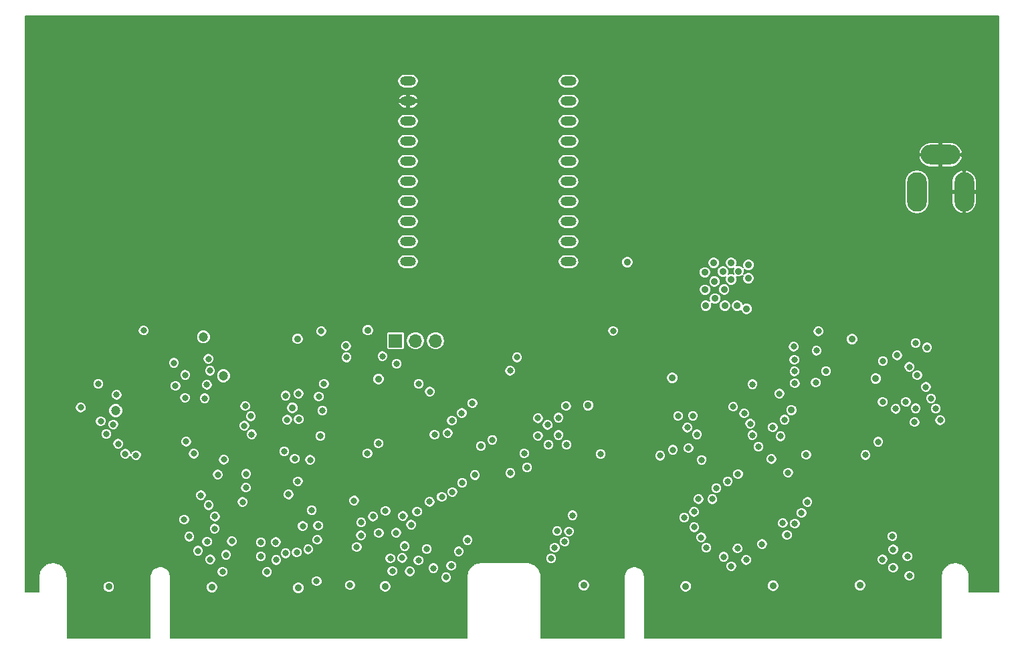
<source format=gbr>
G04 #@! TF.GenerationSoftware,KiCad,Pcbnew,(5.0.0)*
G04 #@! TF.CreationDate,2018-10-29T19:26:43-07:00*
G04 #@! TF.ProjectId,tester_v2,7465737465725F76322E6B696361645F,rev?*
G04 #@! TF.SameCoordinates,Original*
G04 #@! TF.FileFunction,Copper,L2,Inr,Plane*
G04 #@! TF.FilePolarity,Positive*
%FSLAX46Y46*%
G04 Gerber Fmt 4.6, Leading zero omitted, Abs format (unit mm)*
G04 Created by KiCad (PCBNEW (5.0.0)) date 10/29/18 19:26:43*
%MOMM*%
%LPD*%
G01*
G04 APERTURE LIST*
G04 #@! TA.AperFunction,ViaPad*
%ADD10O,2.000000X1.200000*%
G04 #@! TD*
G04 #@! TA.AperFunction,ViaPad*
%ADD11O,2.500000X5.000000*%
G04 #@! TD*
G04 #@! TA.AperFunction,ViaPad*
%ADD12O,5.000000X2.500000*%
G04 #@! TD*
G04 #@! TA.AperFunction,ViaPad*
%ADD13O,1.700000X1.700000*%
G04 #@! TD*
G04 #@! TA.AperFunction,ViaPad*
%ADD14R,1.700000X1.700000*%
G04 #@! TD*
G04 #@! TA.AperFunction,ViaPad*
%ADD15C,1.200000*%
G04 #@! TD*
G04 #@! TA.AperFunction,ViaPad*
%ADD16C,0.900000*%
G04 #@! TD*
G04 #@! TA.AperFunction,ViaPad*
%ADD17C,0.800000*%
G04 #@! TD*
G04 #@! TA.AperFunction,Conductor*
%ADD18C,0.200000*%
G04 #@! TD*
G04 APERTURE END LIST*
D10*
G04 #@! TO.N,/LED_G*
G04 #@! TO.C,A1*
X145160000Y-68570000D03*
G04 #@! TO.N,/5V*
X124840000Y-68570000D03*
G04 #@! TO.N,/LED_R*
X145160000Y-71110000D03*
G04 #@! TO.N,GNDREF*
X124840000Y-71110000D03*
G04 #@! TO.N,Net-(A1-Pad18)*
X145160000Y-73650000D03*
G04 #@! TO.N,/SCL*
X124840000Y-73650000D03*
G04 #@! TO.N,Net-(A1-Pad17)*
X145160000Y-76190000D03*
G04 #@! TO.N,/SDA*
X124840000Y-76190000D03*
G04 #@! TO.N,Net-(A1-Pad16)*
X145160000Y-78730000D03*
G04 #@! TO.N,/SDA*
X124840000Y-78730000D03*
G04 #@! TO.N,Net-(A1-Pad15)*
X145160000Y-81270000D03*
G04 #@! TO.N,Net-(A1-Pad6)*
X124840000Y-81270000D03*
G04 #@! TO.N,Net-(A1-Pad14)*
X145160000Y-83810000D03*
G04 #@! TO.N,Net-(A1-Pad7)*
X124840000Y-83810000D03*
G04 #@! TO.N,Net-(A1-Pad13)*
X145160000Y-86350000D03*
G04 #@! TO.N,Net-(A1-Pad8)*
X124840000Y-86350000D03*
G04 #@! TO.N,/~RESET*
X145160000Y-88890000D03*
G04 #@! TO.N,Net-(A1-Pad9)*
X124840000Y-88890000D03*
G04 #@! TO.N,/~OE*
X145160000Y-91430000D03*
G04 #@! TO.N,Net-(A1-Pad10)*
X124840000Y-91430000D03*
G04 #@! TD*
D11*
G04 #@! TO.N,/VIN*
G04 #@! TO.C,J1*
X189250000Y-82600000D03*
G04 #@! TO.N,GNDREF*
X195250000Y-82600000D03*
D12*
X192250000Y-77900000D03*
G04 #@! TD*
D13*
G04 #@! TO.N,+3V3*
G04 #@! TO.C,J2*
X128330000Y-101450000D03*
G04 #@! TO.N,/I2C_PU*
X125790000Y-101450000D03*
D14*
G04 #@! TO.N,/5V*
X123250000Y-101450000D03*
G04 #@! TD*
D15*
G04 #@! TO.N,GNDREF*
X84995891Y-108395891D03*
X88650000Y-100650000D03*
X96450000Y-100150000D03*
X99950000Y-111200000D03*
X95450000Y-102600000D03*
X86850000Y-114650000D03*
D16*
X125200000Y-106150000D03*
X113700000Y-105350000D03*
X113700000Y-103750000D03*
X121100000Y-112200000D03*
X122100000Y-109500000D03*
X118250000Y-103750000D03*
X118250000Y-101350000D03*
X147750000Y-103750000D03*
X147850000Y-106300000D03*
X147750000Y-101300000D03*
X158350000Y-103700000D03*
X158350000Y-101700000D03*
X158200000Y-109650000D03*
X172300000Y-105700000D03*
X177650000Y-103700000D03*
X173100000Y-100850000D03*
X186800000Y-107250000D03*
X184100000Y-109850000D03*
X184250000Y-112400000D03*
X181150000Y-103750000D03*
X184250000Y-100800000D03*
X159000000Y-89400000D03*
X159000000Y-87150000D03*
X161250000Y-87200000D03*
X163600000Y-87150000D03*
X159050000Y-84850000D03*
X161300000Y-84900000D03*
X163600000Y-84900000D03*
X163550000Y-82600000D03*
X165800000Y-87150000D03*
X168200000Y-87050000D03*
X156500000Y-87150000D03*
X156600000Y-84900000D03*
X151350000Y-88900000D03*
X84000000Y-132300000D03*
X90000000Y-132400000D03*
X97000000Y-132700000D03*
X103000000Y-132650000D03*
X108050000Y-132700000D03*
X114000000Y-132650000D03*
X119100000Y-132500000D03*
X125000000Y-132600000D03*
X144000000Y-132350000D03*
X149950000Y-132500000D03*
X157000000Y-132600000D03*
X163000000Y-132500000D03*
X168000000Y-132850000D03*
X174000000Y-132500000D03*
X178950000Y-132400000D03*
X184399664Y-132550336D03*
D15*
X88550000Y-105099944D03*
X88600000Y-102499911D03*
X101801801Y-107873357D03*
D16*
X104662900Y-108759979D03*
X100334209Y-113828674D03*
X110850000Y-112500000D03*
X146996889Y-113846889D03*
X173393646Y-113286467D03*
X168899957Y-109700000D03*
X170000000Y-96850000D03*
X178500000Y-92500000D03*
X172000000Y-86750000D03*
X173200000Y-86750000D03*
X170900000Y-86750000D03*
X170050000Y-93250000D03*
X171400000Y-93800000D03*
X171400000Y-96200000D03*
X163305039Y-106167059D03*
X158899990Y-113000000D03*
D17*
G04 #@! TO.N,/SCL*
X96750022Y-114224216D03*
X184350000Y-114250000D03*
X135500000Y-114000000D03*
X121089852Y-114450034D03*
X158366806Y-115250034D03*
G04 #@! TO.N,/SDA*
X134050000Y-114774500D03*
X156750000Y-115999994D03*
X182750006Y-115900000D03*
X97700000Y-115750000D03*
X119700000Y-115700000D03*
G04 #@! TO.N,/~RESET*
X149225000Y-115800000D03*
X175250000Y-115875000D03*
X90409891Y-115948763D03*
X139550000Y-115700000D03*
X112431988Y-116523676D03*
G04 #@! TO.N,/~OE*
X91350000Y-100150000D03*
X113850000Y-100250000D03*
X150800000Y-100200000D03*
X176800000Y-100250000D03*
D16*
G04 #@! TO.N,+3V3*
X121100000Y-106300000D03*
X110850000Y-101200000D03*
X110205006Y-109950206D03*
X119750000Y-100100000D03*
X147650000Y-109650000D03*
X158300000Y-106149933D03*
X184050000Y-106250000D03*
X181050000Y-101250000D03*
X152600000Y-91500000D03*
X165750000Y-91600000D03*
X163550000Y-91600000D03*
X162400000Y-92800000D03*
X164700000Y-92700000D03*
X163650000Y-93950000D03*
X162450000Y-95000000D03*
X164850000Y-94950000D03*
X166700000Y-92650000D03*
X165750000Y-93700000D03*
X163700000Y-96100000D03*
X164950000Y-97000000D03*
X162550000Y-97000000D03*
X166500000Y-97000000D03*
X167950000Y-91850000D03*
X167900000Y-93550000D03*
X167700000Y-97400000D03*
X86950000Y-132600000D03*
X100000000Y-132650000D03*
X110950000Y-132750000D03*
X121950000Y-132550000D03*
X147100000Y-132400000D03*
X160000000Y-132550000D03*
X171050000Y-132450000D03*
X182050000Y-132400000D03*
D15*
X101500000Y-105900000D03*
D16*
X173380487Y-110244936D03*
D15*
X87826362Y-110294816D03*
X98958113Y-100949944D03*
D17*
G04 #@! TO.N,/rd[31]*
X83399990Y-109900000D03*
X85622781Y-106904151D03*
G04 #@! TO.N,/rs1[31]*
X95200000Y-104250000D03*
G04 #@! TO.N,/rs1[30]*
X99569085Y-103749988D03*
G04 #@! TO.N,/rs1[29]*
X96625448Y-105776110D03*
G04 #@! TO.N,/rs1[28]*
X99769387Y-105250008D03*
G04 #@! TO.N,/rs1[27]*
X95400000Y-107150000D03*
G04 #@! TO.N,/rs1[26]*
X99378127Y-107020751D03*
G04 #@! TO.N,/rs1[25]*
X96603364Y-108664720D03*
G04 #@! TO.N,/rs1[24]*
X99110056Y-108728653D03*
G04 #@! TO.N,/rd[18]*
X101350000Y-130700000D03*
X99799996Y-129150000D03*
G04 #@! TO.N,/rd[17]*
X101800002Y-128550000D03*
X99400000Y-126900000D03*
G04 #@! TO.N,/rd[16]*
X102542698Y-126839210D03*
X100350000Y-125250000D03*
G04 #@! TO.N,/rs2[23]*
X125228594Y-124747398D03*
X118900000Y-124449998D03*
G04 #@! TO.N,/rs2[22]*
X118883161Y-126093473D03*
X124400000Y-127450000D03*
G04 #@! TO.N,/rs2[21]*
X124192675Y-123633612D03*
X120400000Y-123700000D03*
G04 #@! TO.N,/rs2[20]*
X121150000Y-125800000D03*
X123350034Y-125750000D03*
G04 #@! TO.N,/rs2[18]*
X122600000Y-129000000D03*
X124100000Y-128950012D03*
G04 #@! TO.N,/rs2[17]*
X125990634Y-123078203D03*
X121992641Y-122999990D03*
G04 #@! TO.N,/rs2[16]*
X125050033Y-130650000D03*
X122849980Y-130600000D03*
G04 #@! TO.N,/rda[0]*
X103900000Y-121850000D03*
X127575400Y-121834621D03*
X87950000Y-108300000D03*
X104229649Y-109716440D03*
G04 #@! TO.N,/rda[1]*
X129110562Y-121203582D03*
X109700010Y-120900000D03*
X109161387Y-115450791D03*
X85950000Y-111650000D03*
G04 #@! TO.N,/rda[2]*
X130458707Y-120603145D03*
X104314647Y-120045388D03*
X104924636Y-111008439D03*
X87533967Y-112051415D03*
G04 #@! TO.N,/rda[3]*
X110900000Y-119250000D03*
X131683181Y-119423839D03*
X110500000Y-116400000D03*
X86650000Y-113250000D03*
G04 #@! TO.N,/rda[4]*
X133300000Y-118450000D03*
X104349979Y-118300000D03*
X104122173Y-112199685D03*
X88150000Y-114500000D03*
G04 #@! TO.N,/rs1[23]*
X101510010Y-116500010D03*
G04 #@! TO.N,/rs1[22]*
X100750000Y-118400000D03*
G04 #@! TO.N,/rs1[21]*
X96500000Y-124100000D03*
G04 #@! TO.N,/rs1[20]*
X97150000Y-126250000D03*
G04 #@! TO.N,/rs1[19]*
X98250000Y-128050000D03*
G04 #@! TO.N,/rs1[18]*
X100400000Y-123700000D03*
G04 #@! TO.N,/rs1[17]*
X99600000Y-122250000D03*
G04 #@! TO.N,/rs1[16]*
X98615711Y-121015711D03*
G04 #@! TO.N,/nc18*
X112650000Y-122900000D03*
G04 #@! TO.N,/nc19*
X117050000Y-103550000D03*
X117000000Y-102100000D03*
X113449924Y-124865345D03*
G04 #@! TO.N,/~rd_wr*
X105049899Y-113297925D03*
X106989760Y-130731426D03*
X89056104Y-115764575D03*
G04 #@! TO.N,/nc20*
X106200010Y-128757226D03*
G04 #@! TO.N,/nc21*
X106200010Y-126958553D03*
G04 #@! TO.N,/~rs2_rd*
X118000000Y-121700000D03*
X172950000Y-118150000D03*
X113271063Y-131894238D03*
G04 #@! TO.N,/nc22*
X108150000Y-129200000D03*
G04 #@! TO.N,/nc23*
X108100000Y-126950000D03*
G04 #@! TO.N,/~rs1_rd*
X117500000Y-132400000D03*
X145650000Y-123550000D03*
X118350111Y-127550000D03*
G04 #@! TO.N,/nc0*
X109344982Y-128355018D03*
G04 #@! TO.N,/nc1*
X110750000Y-128249979D03*
G04 #@! TO.N,/nc2*
X112200000Y-127849968D03*
G04 #@! TO.N,/nc3*
X113350000Y-126650000D03*
G04 #@! TO.N,/nc4*
X111500000Y-124900000D03*
G04 #@! TO.N,/nc5*
X126200000Y-106900000D03*
X114199990Y-106907099D03*
X126150000Y-129250000D03*
G04 #@! TO.N,/nc6*
X127608750Y-107884470D03*
X127199924Y-127833048D03*
X110978829Y-108151295D03*
G04 #@! TO.N,/rs2a[4]*
X128049968Y-130252967D03*
X113750000Y-113500000D03*
X128200000Y-113350000D03*
G04 #@! TO.N,/rs2a[3]*
X129649990Y-131398603D03*
X111000000Y-111400000D03*
X129850004Y-113150000D03*
G04 #@! TO.N,/rs2a[2]*
X130299990Y-129945427D03*
X114000000Y-110300000D03*
X130400000Y-111550002D03*
G04 #@! TO.N,/rs2a[1]*
X131250010Y-128124903D03*
X109550000Y-111450000D03*
X131650000Y-110600000D03*
G04 #@! TO.N,/rs2a[0]*
X133000000Y-109350010D03*
X132377832Y-126677832D03*
X109350000Y-108400000D03*
G04 #@! TO.N,/rs1a[4]*
X142950000Y-129000000D03*
G04 #@! TO.N,/rs1[12]*
X163350000Y-121500000D03*
G04 #@! TO.N,/nc7*
X113550000Y-108499978D03*
X187850000Y-109200000D03*
G04 #@! TO.N,/nc8*
X190400070Y-107291598D03*
X173750000Y-103849998D03*
G04 #@! TO.N,/nc9*
X191050000Y-108750000D03*
X177750000Y-105300000D03*
G04 #@! TO.N,/nc10*
X191650000Y-110050000D03*
X173754672Y-105335462D03*
G04 #@! TO.N,/nc11*
X176450000Y-106750011D03*
X192200000Y-111500000D03*
G04 #@! TO.N,/rs1a[3]*
X141300000Y-111250000D03*
X141300009Y-113491663D03*
X143400000Y-127650000D03*
G04 #@! TO.N,/rs1a[2]*
X142600000Y-114600004D03*
X142503067Y-112105264D03*
X143700000Y-125550000D03*
G04 #@! TO.N,/rs1a[1]*
X143899988Y-113400000D03*
X143900000Y-111199966D03*
X144663115Y-126898166D03*
G04 #@! TO.N,/rs1a[0]*
X145200000Y-125600000D03*
X144900000Y-114600000D03*
X144850000Y-109700000D03*
G04 #@! TO.N,/rs1[15]*
X166607073Y-118326962D03*
G04 #@! TO.N,/rs1[14]*
X165292874Y-119250358D03*
G04 #@! TO.N,/rs1[13]*
X163864085Y-120113448D03*
G04 #@! TO.N,/rs1[11]*
X161600000Y-121500000D03*
G04 #@! TO.N,/rs1[10]*
X161050000Y-123100000D03*
G04 #@! TO.N,/rs1[9]*
X159800000Y-123850000D03*
G04 #@! TO.N,/rs1[8]*
X161068151Y-125043871D03*
G04 #@! TO.N,/rs1[7]*
X161950000Y-126350000D03*
G04 #@! TO.N,/rs1[6]*
X162600000Y-127650000D03*
G04 #@! TO.N,/rs1[5]*
X164800000Y-128800000D03*
X159022443Y-110975514D03*
X166000000Y-109800000D03*
G04 #@! TO.N,/rs1[4]*
X165750000Y-130000000D03*
X167400000Y-110650000D03*
X160900000Y-110950000D03*
G04 #@! TO.N,/rs1[3]*
X166550000Y-127750000D03*
X168150000Y-111950000D03*
X160200000Y-112450000D03*
G04 #@! TO.N,/rs1[2]*
X167655736Y-129204299D03*
X161400000Y-113300000D03*
X168418475Y-113393020D03*
G04 #@! TO.N,/rs1[1]*
X169656507Y-127203533D03*
X160350000Y-115050000D03*
X169200000Y-114850000D03*
G04 #@! TO.N,/rs1[0]*
X172274078Y-124534114D03*
X162018529Y-116538838D03*
X170828683Y-116428685D03*
G04 #@! TO.N,/nc12*
X172800000Y-126050000D03*
X168450000Y-106950000D03*
X173792842Y-106835474D03*
G04 #@! TO.N,/nc13*
X173800000Y-124600000D03*
G04 #@! TO.N,/nc14*
X174650000Y-123250000D03*
G04 #@! TO.N,/nc15*
X175400000Y-121850000D03*
G04 #@! TO.N,/nc16*
X137800000Y-118200000D03*
X137750000Y-105250000D03*
X123400000Y-104350000D03*
G04 #@! TO.N,/nc17*
X138650000Y-103550000D03*
X121600000Y-103400000D03*
X139900000Y-117500000D03*
G04 #@! TO.N,/~shift_oe*
X173650000Y-102200000D03*
X189100000Y-101750000D03*
X186150000Y-126200000D03*
G04 #@! TO.N,/~alu_oe*
X176550000Y-102700000D03*
X190550000Y-102299965D03*
X186259757Y-127871957D03*
G04 #@! TO.N,/f[0]*
X184910453Y-109182399D03*
X184900000Y-129150000D03*
X171850000Y-108150000D03*
G04 #@! TO.N,/f[1]*
X186250000Y-130200000D03*
X186573603Y-110064235D03*
X172500000Y-111450000D03*
G04 #@! TO.N,/f[2]*
X188050000Y-128750000D03*
X189100000Y-110000000D03*
X171000000Y-112400000D03*
G04 #@! TO.N,/f[3]*
X188300000Y-131200000D03*
X188950000Y-111750000D03*
X172000000Y-113550000D03*
G04 #@! TO.N,/~BOOT_ALU_EN*
X189300000Y-105800000D03*
G04 #@! TO.N,/BOOT_CLK*
X188300000Y-104750000D03*
G04 #@! TO.N,/~BOOT_RST*
X186750000Y-103300000D03*
G04 #@! TO.N,/~BOOT_WR*
X184953029Y-104032730D03*
G04 #@! TD*
D18*
G04 #@! TO.N,GNDREF*
G36*
X199625001Y-133225000D02*
X195897247Y-133225000D01*
X195897247Y-131312777D01*
X195894195Y-131297433D01*
X195874313Y-131067871D01*
X195870770Y-131054072D01*
X195870770Y-131039825D01*
X195855320Y-130979651D01*
X195697556Y-130530405D01*
X195683897Y-130505560D01*
X195674714Y-130478738D01*
X195640606Y-130426813D01*
X195345829Y-130052891D01*
X195324855Y-130033806D01*
X195307482Y-130011409D01*
X195258394Y-129973331D01*
X194858390Y-129715052D01*
X194832366Y-129703791D01*
X194808674Y-129688228D01*
X194749898Y-129668104D01*
X194287800Y-129553318D01*
X194259535Y-129551093D01*
X194232076Y-129544043D01*
X194169963Y-129544043D01*
X194169950Y-129544042D01*
X194169944Y-129544044D01*
X193695584Y-129585127D01*
X193668123Y-129592178D01*
X193639860Y-129594402D01*
X193581083Y-129614525D01*
X193145600Y-129807050D01*
X193121900Y-129822618D01*
X193095884Y-129833876D01*
X193046795Y-129871953D01*
X192697154Y-130195159D01*
X192679775Y-130217563D01*
X192658808Y-130236642D01*
X192624703Y-130288560D01*
X192624699Y-130288566D01*
X192624699Y-130288567D01*
X192398600Y-130707602D01*
X192389415Y-130734428D01*
X192375759Y-130759269D01*
X192360312Y-130819430D01*
X192360308Y-130819442D01*
X192360308Y-130819448D01*
X192283054Y-131283585D01*
X192277247Y-131312778D01*
X192277248Y-139038230D01*
X154797247Y-139038230D01*
X154797247Y-132400816D01*
X159250000Y-132400816D01*
X159250000Y-132699184D01*
X159364181Y-132974841D01*
X159575159Y-133185819D01*
X159850816Y-133300000D01*
X160149184Y-133300000D01*
X160424841Y-133185819D01*
X160635819Y-132974841D01*
X160750000Y-132699184D01*
X160750000Y-132400816D01*
X160708579Y-132300816D01*
X170300000Y-132300816D01*
X170300000Y-132599184D01*
X170414181Y-132874841D01*
X170625159Y-133085819D01*
X170900816Y-133200000D01*
X171199184Y-133200000D01*
X171474841Y-133085819D01*
X171685819Y-132874841D01*
X171800000Y-132599184D01*
X171800000Y-132300816D01*
X171779290Y-132250816D01*
X181300000Y-132250816D01*
X181300000Y-132549184D01*
X181414181Y-132824841D01*
X181625159Y-133035819D01*
X181900816Y-133150000D01*
X182199184Y-133150000D01*
X182474841Y-133035819D01*
X182685819Y-132824841D01*
X182800000Y-132549184D01*
X182800000Y-132250816D01*
X182685819Y-131975159D01*
X182474841Y-131764181D01*
X182199184Y-131650000D01*
X181900816Y-131650000D01*
X181625159Y-131764181D01*
X181414181Y-131975159D01*
X181300000Y-132250816D01*
X171779290Y-132250816D01*
X171685819Y-132025159D01*
X171474841Y-131814181D01*
X171199184Y-131700000D01*
X170900816Y-131700000D01*
X170625159Y-131814181D01*
X170414181Y-132025159D01*
X170300000Y-132300816D01*
X160708579Y-132300816D01*
X160635819Y-132125159D01*
X160424841Y-131914181D01*
X160149184Y-131800000D01*
X159850816Y-131800000D01*
X159575159Y-131914181D01*
X159364181Y-132125159D01*
X159250000Y-132400816D01*
X154797247Y-132400816D01*
X154797247Y-131312777D01*
X154790330Y-131278003D01*
X154790330Y-131277998D01*
X154747120Y-131060761D01*
X187600000Y-131060761D01*
X187600000Y-131339239D01*
X187706568Y-131596518D01*
X187903482Y-131793432D01*
X188160761Y-131900000D01*
X188439239Y-131900000D01*
X188696518Y-131793432D01*
X188893432Y-131596518D01*
X189000000Y-131339239D01*
X189000000Y-131060761D01*
X188893432Y-130803482D01*
X188696518Y-130606568D01*
X188439239Y-130500000D01*
X188160761Y-130500000D01*
X187903482Y-130606568D01*
X187706568Y-130803482D01*
X187600000Y-131060761D01*
X154747120Y-131060761D01*
X154718016Y-130914449D01*
X154718016Y-130914447D01*
X154680397Y-130823627D01*
X154664263Y-130784676D01*
X154664262Y-130784675D01*
X154458327Y-130476473D01*
X154359002Y-130377148D01*
X154050802Y-130171215D01*
X154050801Y-130171214D01*
X153997048Y-130148949D01*
X153921030Y-130117461D01*
X153921028Y-130117461D01*
X153557481Y-130045147D01*
X153417013Y-130045147D01*
X153053466Y-130117461D01*
X153053464Y-130117461D01*
X152977446Y-130148949D01*
X152923693Y-130171214D01*
X152923692Y-130171215D01*
X152615492Y-130377148D01*
X152516167Y-130476473D01*
X152310232Y-130784675D01*
X152310231Y-130784676D01*
X152294097Y-130823627D01*
X152256478Y-130914447D01*
X152256478Y-130914449D01*
X152184164Y-131277998D01*
X152184164Y-131278008D01*
X152177248Y-131312777D01*
X152177247Y-133562777D01*
X152177247Y-133562778D01*
X152177248Y-139038230D01*
X141697247Y-139038230D01*
X141697247Y-132250816D01*
X146350000Y-132250816D01*
X146350000Y-132549184D01*
X146464181Y-132824841D01*
X146675159Y-133035819D01*
X146950816Y-133150000D01*
X147249184Y-133150000D01*
X147524841Y-133035819D01*
X147735819Y-132824841D01*
X147850000Y-132549184D01*
X147850000Y-132250816D01*
X147735819Y-131975159D01*
X147524841Y-131764181D01*
X147249184Y-131650000D01*
X146950816Y-131650000D01*
X146675159Y-131764181D01*
X146464181Y-131975159D01*
X146350000Y-132250816D01*
X141697247Y-132250816D01*
X141697247Y-131312777D01*
X141692813Y-131290488D01*
X141648854Y-130942510D01*
X141642747Y-130922090D01*
X141641075Y-130900843D01*
X141620952Y-130842066D01*
X141428427Y-130406583D01*
X141412859Y-130382883D01*
X141401601Y-130356867D01*
X141363524Y-130307778D01*
X141040318Y-129958137D01*
X141017914Y-129940758D01*
X140998835Y-129919791D01*
X140946917Y-129885686D01*
X140946911Y-129885682D01*
X140946908Y-129885681D01*
X140900724Y-129860761D01*
X165050000Y-129860761D01*
X165050000Y-130139239D01*
X165156568Y-130396518D01*
X165353482Y-130593432D01*
X165610761Y-130700000D01*
X165889239Y-130700000D01*
X166146518Y-130593432D01*
X166343432Y-130396518D01*
X166450000Y-130139239D01*
X166450000Y-130060761D01*
X185550000Y-130060761D01*
X185550000Y-130339239D01*
X185656568Y-130596518D01*
X185853482Y-130793432D01*
X186110761Y-130900000D01*
X186389239Y-130900000D01*
X186646518Y-130793432D01*
X186843432Y-130596518D01*
X186950000Y-130339239D01*
X186950000Y-130060761D01*
X186843432Y-129803482D01*
X186646518Y-129606568D01*
X186389239Y-129500000D01*
X186110761Y-129500000D01*
X185853482Y-129606568D01*
X185656568Y-129803482D01*
X185550000Y-130060761D01*
X166450000Y-130060761D01*
X166450000Y-129860761D01*
X166343432Y-129603482D01*
X166146518Y-129406568D01*
X165889239Y-129300000D01*
X165610761Y-129300000D01*
X165353482Y-129406568D01*
X165156568Y-129603482D01*
X165050000Y-129860761D01*
X140900724Y-129860761D01*
X140527875Y-129659583D01*
X140501049Y-129650398D01*
X140476208Y-129636742D01*
X140416047Y-129621295D01*
X140416035Y-129621291D01*
X140416029Y-129621291D01*
X139951898Y-129544038D01*
X139922700Y-129538230D01*
X134051794Y-129538230D01*
X134029505Y-129542664D01*
X133681527Y-129586623D01*
X133661107Y-129592730D01*
X133639860Y-129594402D01*
X133581083Y-129614525D01*
X133145600Y-129807050D01*
X133121900Y-129822618D01*
X133095884Y-129833876D01*
X133046795Y-129871953D01*
X132697154Y-130195159D01*
X132679775Y-130217563D01*
X132658808Y-130236642D01*
X132624703Y-130288560D01*
X132624699Y-130288566D01*
X132624699Y-130288567D01*
X132398600Y-130707602D01*
X132389415Y-130734428D01*
X132375759Y-130759269D01*
X132360312Y-130819430D01*
X132360308Y-130819442D01*
X132360308Y-130819448D01*
X132283054Y-131283585D01*
X132277247Y-131312778D01*
X132277248Y-139038230D01*
X94797247Y-139038230D01*
X94797247Y-132500816D01*
X99250000Y-132500816D01*
X99250000Y-132799184D01*
X99364181Y-133074841D01*
X99575159Y-133285819D01*
X99850816Y-133400000D01*
X100149184Y-133400000D01*
X100424841Y-133285819D01*
X100635819Y-133074841D01*
X100750000Y-132799184D01*
X100750000Y-132600816D01*
X110200000Y-132600816D01*
X110200000Y-132899184D01*
X110314181Y-133174841D01*
X110525159Y-133385819D01*
X110800816Y-133500000D01*
X111099184Y-133500000D01*
X111374841Y-133385819D01*
X111585819Y-133174841D01*
X111700000Y-132899184D01*
X111700000Y-132600816D01*
X111585819Y-132325159D01*
X111374841Y-132114181D01*
X111099184Y-132000000D01*
X110800816Y-132000000D01*
X110525159Y-132114181D01*
X110314181Y-132325159D01*
X110200000Y-132600816D01*
X100750000Y-132600816D01*
X100750000Y-132500816D01*
X100635819Y-132225159D01*
X100424841Y-132014181D01*
X100149184Y-131900000D01*
X99850816Y-131900000D01*
X99575159Y-132014181D01*
X99364181Y-132225159D01*
X99250000Y-132500816D01*
X94797247Y-132500816D01*
X94797247Y-131754999D01*
X112571063Y-131754999D01*
X112571063Y-132033477D01*
X112677631Y-132290756D01*
X112874545Y-132487670D01*
X113131824Y-132594238D01*
X113410302Y-132594238D01*
X113667581Y-132487670D01*
X113864495Y-132290756D01*
X113876919Y-132260761D01*
X116800000Y-132260761D01*
X116800000Y-132539239D01*
X116906568Y-132796518D01*
X117103482Y-132993432D01*
X117360761Y-133100000D01*
X117639239Y-133100000D01*
X117896518Y-132993432D01*
X118093432Y-132796518D01*
X118200000Y-132539239D01*
X118200000Y-132400816D01*
X121200000Y-132400816D01*
X121200000Y-132699184D01*
X121314181Y-132974841D01*
X121525159Y-133185819D01*
X121800816Y-133300000D01*
X122099184Y-133300000D01*
X122374841Y-133185819D01*
X122585819Y-132974841D01*
X122700000Y-132699184D01*
X122700000Y-132400816D01*
X122585819Y-132125159D01*
X122374841Y-131914181D01*
X122099184Y-131800000D01*
X121800816Y-131800000D01*
X121525159Y-131914181D01*
X121314181Y-132125159D01*
X121200000Y-132400816D01*
X118200000Y-132400816D01*
X118200000Y-132260761D01*
X118093432Y-132003482D01*
X117896518Y-131806568D01*
X117639239Y-131700000D01*
X117360761Y-131700000D01*
X117103482Y-131806568D01*
X116906568Y-132003482D01*
X116800000Y-132260761D01*
X113876919Y-132260761D01*
X113971063Y-132033477D01*
X113971063Y-131754999D01*
X113864495Y-131497720D01*
X113667581Y-131300806D01*
X113410302Y-131194238D01*
X113131824Y-131194238D01*
X112874545Y-131300806D01*
X112677631Y-131497720D01*
X112571063Y-131754999D01*
X94797247Y-131754999D01*
X94797247Y-131312777D01*
X94790330Y-131278003D01*
X94790330Y-131277998D01*
X94718016Y-130914449D01*
X94718016Y-130914447D01*
X94680397Y-130823627D01*
X94664263Y-130784676D01*
X94664262Y-130784675D01*
X94514647Y-130560761D01*
X100650000Y-130560761D01*
X100650000Y-130839239D01*
X100756568Y-131096518D01*
X100953482Y-131293432D01*
X101210761Y-131400000D01*
X101489239Y-131400000D01*
X101746518Y-131293432D01*
X101943432Y-131096518D01*
X102050000Y-130839239D01*
X102050000Y-130592187D01*
X106289760Y-130592187D01*
X106289760Y-130870665D01*
X106396328Y-131127944D01*
X106593242Y-131324858D01*
X106850521Y-131431426D01*
X107128999Y-131431426D01*
X107386278Y-131324858D01*
X107583192Y-131127944D01*
X107689760Y-130870665D01*
X107689760Y-130592187D01*
X107635322Y-130460761D01*
X122149980Y-130460761D01*
X122149980Y-130739239D01*
X122256548Y-130996518D01*
X122453462Y-131193432D01*
X122710741Y-131300000D01*
X122989219Y-131300000D01*
X123246498Y-131193432D01*
X123443412Y-130996518D01*
X123549980Y-130739239D01*
X123549980Y-130510761D01*
X124350033Y-130510761D01*
X124350033Y-130789239D01*
X124456601Y-131046518D01*
X124653515Y-131243432D01*
X124910794Y-131350000D01*
X125189272Y-131350000D01*
X125408087Y-131259364D01*
X128949990Y-131259364D01*
X128949990Y-131537842D01*
X129056558Y-131795121D01*
X129253472Y-131992035D01*
X129510751Y-132098603D01*
X129789229Y-132098603D01*
X130046508Y-131992035D01*
X130243422Y-131795121D01*
X130349990Y-131537842D01*
X130349990Y-131259364D01*
X130243422Y-131002085D01*
X130046508Y-130805171D01*
X129789229Y-130698603D01*
X129510751Y-130698603D01*
X129253472Y-130805171D01*
X129056558Y-131002085D01*
X128949990Y-131259364D01*
X125408087Y-131259364D01*
X125446551Y-131243432D01*
X125643465Y-131046518D01*
X125750033Y-130789239D01*
X125750033Y-130510761D01*
X125643465Y-130253482D01*
X125503711Y-130113728D01*
X127349968Y-130113728D01*
X127349968Y-130392206D01*
X127456536Y-130649485D01*
X127653450Y-130846399D01*
X127910729Y-130952967D01*
X128189207Y-130952967D01*
X128446486Y-130846399D01*
X128643400Y-130649485D01*
X128749968Y-130392206D01*
X128749968Y-130113728D01*
X128643400Y-129856449D01*
X128593139Y-129806188D01*
X129599990Y-129806188D01*
X129599990Y-130084666D01*
X129706558Y-130341945D01*
X129903472Y-130538859D01*
X130160751Y-130645427D01*
X130439229Y-130645427D01*
X130696508Y-130538859D01*
X130893422Y-130341945D01*
X130999990Y-130084666D01*
X130999990Y-129806188D01*
X130893422Y-129548909D01*
X130696508Y-129351995D01*
X130439229Y-129245427D01*
X130160751Y-129245427D01*
X129903472Y-129351995D01*
X129706558Y-129548909D01*
X129599990Y-129806188D01*
X128593139Y-129806188D01*
X128446486Y-129659535D01*
X128189207Y-129552967D01*
X127910729Y-129552967D01*
X127653450Y-129659535D01*
X127456536Y-129856449D01*
X127349968Y-130113728D01*
X125503711Y-130113728D01*
X125446551Y-130056568D01*
X125189272Y-129950000D01*
X124910794Y-129950000D01*
X124653515Y-130056568D01*
X124456601Y-130253482D01*
X124350033Y-130510761D01*
X123549980Y-130510761D01*
X123549980Y-130460761D01*
X123443412Y-130203482D01*
X123246498Y-130006568D01*
X122989219Y-129900000D01*
X122710741Y-129900000D01*
X122453462Y-130006568D01*
X122256548Y-130203482D01*
X122149980Y-130460761D01*
X107635322Y-130460761D01*
X107583192Y-130334908D01*
X107386278Y-130137994D01*
X107128999Y-130031426D01*
X106850521Y-130031426D01*
X106593242Y-130137994D01*
X106396328Y-130334908D01*
X106289760Y-130592187D01*
X102050000Y-130592187D01*
X102050000Y-130560761D01*
X101943432Y-130303482D01*
X101746518Y-130106568D01*
X101489239Y-130000000D01*
X101210761Y-130000000D01*
X100953482Y-130106568D01*
X100756568Y-130303482D01*
X100650000Y-130560761D01*
X94514647Y-130560761D01*
X94458327Y-130476473D01*
X94359002Y-130377148D01*
X94050802Y-130171215D01*
X94050801Y-130171214D01*
X93997048Y-130148949D01*
X93921030Y-130117461D01*
X93921028Y-130117461D01*
X93557481Y-130045147D01*
X93417013Y-130045147D01*
X93053466Y-130117461D01*
X93053464Y-130117461D01*
X92977446Y-130148949D01*
X92923693Y-130171214D01*
X92923692Y-130171215D01*
X92615492Y-130377148D01*
X92516167Y-130476473D01*
X92310232Y-130784675D01*
X92310231Y-130784676D01*
X92294097Y-130823627D01*
X92256478Y-130914447D01*
X92256478Y-130914449D01*
X92184164Y-131277998D01*
X92184164Y-131278008D01*
X92177248Y-131312777D01*
X92177247Y-133562777D01*
X92177247Y-133562778D01*
X92177248Y-139038230D01*
X81697247Y-139038230D01*
X81697247Y-132450816D01*
X86200000Y-132450816D01*
X86200000Y-132749184D01*
X86314181Y-133024841D01*
X86525159Y-133235819D01*
X86800816Y-133350000D01*
X87099184Y-133350000D01*
X87374841Y-133235819D01*
X87585819Y-133024841D01*
X87700000Y-132749184D01*
X87700000Y-132450816D01*
X87585819Y-132175159D01*
X87374841Y-131964181D01*
X87099184Y-131850000D01*
X86800816Y-131850000D01*
X86525159Y-131964181D01*
X86314181Y-132175159D01*
X86200000Y-132450816D01*
X81697247Y-132450816D01*
X81697247Y-131312777D01*
X81694195Y-131297433D01*
X81674313Y-131067871D01*
X81670770Y-131054072D01*
X81670770Y-131039825D01*
X81655320Y-130979651D01*
X81497556Y-130530405D01*
X81483897Y-130505560D01*
X81474714Y-130478738D01*
X81440606Y-130426813D01*
X81145829Y-130052891D01*
X81124855Y-130033806D01*
X81107482Y-130011409D01*
X81058394Y-129973331D01*
X80658390Y-129715052D01*
X80632366Y-129703791D01*
X80608674Y-129688228D01*
X80549898Y-129668104D01*
X80087800Y-129553318D01*
X80059535Y-129551093D01*
X80032076Y-129544043D01*
X79969963Y-129544043D01*
X79969950Y-129544042D01*
X79969944Y-129544044D01*
X79495584Y-129585127D01*
X79468123Y-129592178D01*
X79439860Y-129594402D01*
X79381083Y-129614525D01*
X78945600Y-129807050D01*
X78921900Y-129822618D01*
X78895884Y-129833876D01*
X78846795Y-129871953D01*
X78497154Y-130195159D01*
X78479775Y-130217563D01*
X78458808Y-130236642D01*
X78424703Y-130288560D01*
X78424699Y-130288566D01*
X78424699Y-130288567D01*
X78198600Y-130707602D01*
X78189415Y-130734428D01*
X78175759Y-130759269D01*
X78160312Y-130819430D01*
X78160308Y-130819442D01*
X78160308Y-130819448D01*
X78083054Y-131283585D01*
X78077247Y-131312778D01*
X78077248Y-133225000D01*
X76375000Y-133225000D01*
X76375000Y-129010761D01*
X99099996Y-129010761D01*
X99099996Y-129289239D01*
X99206564Y-129546518D01*
X99403478Y-129743432D01*
X99660757Y-129850000D01*
X99939235Y-129850000D01*
X100196514Y-129743432D01*
X100393428Y-129546518D01*
X100499996Y-129289239D01*
X100499996Y-129010761D01*
X100393428Y-128753482D01*
X100196514Y-128556568D01*
X99939235Y-128450000D01*
X99660757Y-128450000D01*
X99403478Y-128556568D01*
X99206564Y-128753482D01*
X99099996Y-129010761D01*
X76375000Y-129010761D01*
X76375000Y-127910761D01*
X97550000Y-127910761D01*
X97550000Y-128189239D01*
X97656568Y-128446518D01*
X97853482Y-128643432D01*
X98110761Y-128750000D01*
X98389239Y-128750000D01*
X98646518Y-128643432D01*
X98843432Y-128446518D01*
X98858242Y-128410761D01*
X101100002Y-128410761D01*
X101100002Y-128689239D01*
X101206570Y-128946518D01*
X101403484Y-129143432D01*
X101660763Y-129250000D01*
X101939241Y-129250000D01*
X102196520Y-129143432D01*
X102393434Y-128946518D01*
X102500002Y-128689239D01*
X102500002Y-128617987D01*
X105500010Y-128617987D01*
X105500010Y-128896465D01*
X105606578Y-129153744D01*
X105803492Y-129350658D01*
X106060771Y-129457226D01*
X106339249Y-129457226D01*
X106596528Y-129350658D01*
X106793442Y-129153744D01*
X106831956Y-129060761D01*
X107450000Y-129060761D01*
X107450000Y-129339239D01*
X107556568Y-129596518D01*
X107753482Y-129793432D01*
X108010761Y-129900000D01*
X108289239Y-129900000D01*
X108546518Y-129793432D01*
X108743432Y-129596518D01*
X108850000Y-129339239D01*
X108850000Y-129060761D01*
X108743432Y-128803482D01*
X108546518Y-128606568D01*
X108289239Y-128500000D01*
X108010761Y-128500000D01*
X107753482Y-128606568D01*
X107556568Y-128803482D01*
X107450000Y-129060761D01*
X106831956Y-129060761D01*
X106900010Y-128896465D01*
X106900010Y-128617987D01*
X106793442Y-128360708D01*
X106648513Y-128215779D01*
X108644982Y-128215779D01*
X108644982Y-128494257D01*
X108751550Y-128751536D01*
X108948464Y-128948450D01*
X109205743Y-129055018D01*
X109484221Y-129055018D01*
X109741500Y-128948450D01*
X109938414Y-128751536D01*
X110044982Y-128494257D01*
X110044982Y-128215779D01*
X110001474Y-128110740D01*
X110050000Y-128110740D01*
X110050000Y-128389218D01*
X110156568Y-128646497D01*
X110353482Y-128843411D01*
X110610761Y-128949979D01*
X110889239Y-128949979D01*
X111104631Y-128860761D01*
X121900000Y-128860761D01*
X121900000Y-129139239D01*
X122006568Y-129396518D01*
X122203482Y-129593432D01*
X122460761Y-129700000D01*
X122739239Y-129700000D01*
X122996518Y-129593432D01*
X123193432Y-129396518D01*
X123300000Y-129139239D01*
X123300000Y-128860761D01*
X123279295Y-128810773D01*
X123400000Y-128810773D01*
X123400000Y-129089251D01*
X123506568Y-129346530D01*
X123703482Y-129543444D01*
X123960761Y-129650012D01*
X124239239Y-129650012D01*
X124496518Y-129543444D01*
X124693432Y-129346530D01*
X124791090Y-129110761D01*
X125450000Y-129110761D01*
X125450000Y-129389239D01*
X125556568Y-129646518D01*
X125753482Y-129843432D01*
X126010761Y-129950000D01*
X126289239Y-129950000D01*
X126546518Y-129843432D01*
X126743432Y-129646518D01*
X126850000Y-129389239D01*
X126850000Y-129110761D01*
X126746448Y-128860761D01*
X142250000Y-128860761D01*
X142250000Y-129139239D01*
X142356568Y-129396518D01*
X142553482Y-129593432D01*
X142810761Y-129700000D01*
X143089239Y-129700000D01*
X143346518Y-129593432D01*
X143543432Y-129396518D01*
X143650000Y-129139239D01*
X143650000Y-128860761D01*
X143567158Y-128660761D01*
X164100000Y-128660761D01*
X164100000Y-128939239D01*
X164206568Y-129196518D01*
X164403482Y-129393432D01*
X164660761Y-129500000D01*
X164939239Y-129500000D01*
X165196518Y-129393432D01*
X165393432Y-129196518D01*
X165447883Y-129065060D01*
X166955736Y-129065060D01*
X166955736Y-129343538D01*
X167062304Y-129600817D01*
X167259218Y-129797731D01*
X167516497Y-129904299D01*
X167794975Y-129904299D01*
X168052254Y-129797731D01*
X168249168Y-129600817D01*
X168355736Y-129343538D01*
X168355736Y-129065060D01*
X168333245Y-129010761D01*
X184200000Y-129010761D01*
X184200000Y-129289239D01*
X184306568Y-129546518D01*
X184503482Y-129743432D01*
X184760761Y-129850000D01*
X185039239Y-129850000D01*
X185296518Y-129743432D01*
X185493432Y-129546518D01*
X185600000Y-129289239D01*
X185600000Y-129010761D01*
X185493432Y-128753482D01*
X185350711Y-128610761D01*
X187350000Y-128610761D01*
X187350000Y-128889239D01*
X187456568Y-129146518D01*
X187653482Y-129343432D01*
X187910761Y-129450000D01*
X188189239Y-129450000D01*
X188446518Y-129343432D01*
X188643432Y-129146518D01*
X188750000Y-128889239D01*
X188750000Y-128610761D01*
X188643432Y-128353482D01*
X188446518Y-128156568D01*
X188189239Y-128050000D01*
X187910761Y-128050000D01*
X187653482Y-128156568D01*
X187456568Y-128353482D01*
X187350000Y-128610761D01*
X185350711Y-128610761D01*
X185296518Y-128556568D01*
X185039239Y-128450000D01*
X184760761Y-128450000D01*
X184503482Y-128556568D01*
X184306568Y-128753482D01*
X184200000Y-129010761D01*
X168333245Y-129010761D01*
X168249168Y-128807781D01*
X168052254Y-128610867D01*
X167794975Y-128504299D01*
X167516497Y-128504299D01*
X167259218Y-128610867D01*
X167062304Y-128807781D01*
X166955736Y-129065060D01*
X165447883Y-129065060D01*
X165500000Y-128939239D01*
X165500000Y-128660761D01*
X165393432Y-128403482D01*
X165196518Y-128206568D01*
X164939239Y-128100000D01*
X164660761Y-128100000D01*
X164403482Y-128206568D01*
X164206568Y-128403482D01*
X164100000Y-128660761D01*
X143567158Y-128660761D01*
X143543432Y-128603482D01*
X143346518Y-128406568D01*
X143089239Y-128300000D01*
X142810761Y-128300000D01*
X142553482Y-128406568D01*
X142356568Y-128603482D01*
X142250000Y-128860761D01*
X126746448Y-128860761D01*
X126743432Y-128853482D01*
X126546518Y-128656568D01*
X126289239Y-128550000D01*
X126010761Y-128550000D01*
X125753482Y-128656568D01*
X125556568Y-128853482D01*
X125450000Y-129110761D01*
X124791090Y-129110761D01*
X124800000Y-129089251D01*
X124800000Y-128810773D01*
X124693432Y-128553494D01*
X124496518Y-128356580D01*
X124239239Y-128250012D01*
X123960761Y-128250012D01*
X123703482Y-128356580D01*
X123506568Y-128553494D01*
X123400000Y-128810773D01*
X123279295Y-128810773D01*
X123193432Y-128603482D01*
X122996518Y-128406568D01*
X122739239Y-128300000D01*
X122460761Y-128300000D01*
X122203482Y-128406568D01*
X122006568Y-128603482D01*
X121900000Y-128860761D01*
X111104631Y-128860761D01*
X111146518Y-128843411D01*
X111343432Y-128646497D01*
X111450000Y-128389218D01*
X111450000Y-128110740D01*
X111343432Y-127853461D01*
X111200700Y-127710729D01*
X111500000Y-127710729D01*
X111500000Y-127989207D01*
X111606568Y-128246486D01*
X111803482Y-128443400D01*
X112060761Y-128549968D01*
X112339239Y-128549968D01*
X112596518Y-128443400D01*
X112793432Y-128246486D01*
X112900000Y-127989207D01*
X112900000Y-127710729D01*
X112793432Y-127453450D01*
X112750743Y-127410761D01*
X117650111Y-127410761D01*
X117650111Y-127689239D01*
X117756679Y-127946518D01*
X117953593Y-128143432D01*
X118210872Y-128250000D01*
X118489350Y-128250000D01*
X118746629Y-128143432D01*
X118943543Y-127946518D01*
X119050111Y-127689239D01*
X119050111Y-127410761D01*
X119008690Y-127310761D01*
X123700000Y-127310761D01*
X123700000Y-127589239D01*
X123806568Y-127846518D01*
X124003482Y-128043432D01*
X124260761Y-128150000D01*
X124539239Y-128150000D01*
X124796518Y-128043432D01*
X124993432Y-127846518D01*
X125056685Y-127693809D01*
X126499924Y-127693809D01*
X126499924Y-127972287D01*
X126606492Y-128229566D01*
X126803406Y-128426480D01*
X127060685Y-128533048D01*
X127339163Y-128533048D01*
X127596442Y-128426480D01*
X127793356Y-128229566D01*
X127894383Y-127985664D01*
X130550010Y-127985664D01*
X130550010Y-128264142D01*
X130656578Y-128521421D01*
X130853492Y-128718335D01*
X131110771Y-128824903D01*
X131389249Y-128824903D01*
X131646528Y-128718335D01*
X131843442Y-128521421D01*
X131950010Y-128264142D01*
X131950010Y-127985664D01*
X131843442Y-127728385D01*
X131646528Y-127531471D01*
X131596530Y-127510761D01*
X142700000Y-127510761D01*
X142700000Y-127789239D01*
X142806568Y-128046518D01*
X143003482Y-128243432D01*
X143260761Y-128350000D01*
X143539239Y-128350000D01*
X143796518Y-128243432D01*
X143993432Y-128046518D01*
X144100000Y-127789239D01*
X144100000Y-127510761D01*
X143993432Y-127253482D01*
X143796518Y-127056568D01*
X143539239Y-126950000D01*
X143260761Y-126950000D01*
X143003482Y-127056568D01*
X142806568Y-127253482D01*
X142700000Y-127510761D01*
X131596530Y-127510761D01*
X131389249Y-127424903D01*
X131110771Y-127424903D01*
X130853492Y-127531471D01*
X130656578Y-127728385D01*
X130550010Y-127985664D01*
X127894383Y-127985664D01*
X127899924Y-127972287D01*
X127899924Y-127693809D01*
X127793356Y-127436530D01*
X127596442Y-127239616D01*
X127339163Y-127133048D01*
X127060685Y-127133048D01*
X126803406Y-127239616D01*
X126606492Y-127436530D01*
X126499924Y-127693809D01*
X125056685Y-127693809D01*
X125100000Y-127589239D01*
X125100000Y-127310761D01*
X124993432Y-127053482D01*
X124796518Y-126856568D01*
X124539239Y-126750000D01*
X124260761Y-126750000D01*
X124003482Y-126856568D01*
X123806568Y-127053482D01*
X123700000Y-127310761D01*
X119008690Y-127310761D01*
X118943543Y-127153482D01*
X118746629Y-126956568D01*
X118489350Y-126850000D01*
X118210872Y-126850000D01*
X117953593Y-126956568D01*
X117756679Y-127153482D01*
X117650111Y-127410761D01*
X112750743Y-127410761D01*
X112596518Y-127256536D01*
X112339239Y-127149968D01*
X112060761Y-127149968D01*
X111803482Y-127256536D01*
X111606568Y-127453450D01*
X111500000Y-127710729D01*
X111200700Y-127710729D01*
X111146518Y-127656547D01*
X110889239Y-127549979D01*
X110610761Y-127549979D01*
X110353482Y-127656547D01*
X110156568Y-127853461D01*
X110050000Y-128110740D01*
X110001474Y-128110740D01*
X109938414Y-127958500D01*
X109741500Y-127761586D01*
X109484221Y-127655018D01*
X109205743Y-127655018D01*
X108948464Y-127761586D01*
X108751550Y-127958500D01*
X108644982Y-128215779D01*
X106648513Y-128215779D01*
X106596528Y-128163794D01*
X106339249Y-128057226D01*
X106060771Y-128057226D01*
X105803492Y-128163794D01*
X105606578Y-128360708D01*
X105500010Y-128617987D01*
X102500002Y-128617987D01*
X102500002Y-128410761D01*
X102393434Y-128153482D01*
X102196520Y-127956568D01*
X101939241Y-127850000D01*
X101660763Y-127850000D01*
X101403484Y-127956568D01*
X101206570Y-128153482D01*
X101100002Y-128410761D01*
X98858242Y-128410761D01*
X98950000Y-128189239D01*
X98950000Y-127910761D01*
X98843432Y-127653482D01*
X98646518Y-127456568D01*
X98389239Y-127350000D01*
X98110761Y-127350000D01*
X97853482Y-127456568D01*
X97656568Y-127653482D01*
X97550000Y-127910761D01*
X76375000Y-127910761D01*
X76375000Y-126110761D01*
X96450000Y-126110761D01*
X96450000Y-126389239D01*
X96556568Y-126646518D01*
X96753482Y-126843432D01*
X97010761Y-126950000D01*
X97289239Y-126950000D01*
X97546518Y-126843432D01*
X97629189Y-126760761D01*
X98700000Y-126760761D01*
X98700000Y-127039239D01*
X98806568Y-127296518D01*
X99003482Y-127493432D01*
X99260761Y-127600000D01*
X99539239Y-127600000D01*
X99796518Y-127493432D01*
X99993432Y-127296518D01*
X100100000Y-127039239D01*
X100100000Y-126760761D01*
X100074821Y-126699971D01*
X101842698Y-126699971D01*
X101842698Y-126978449D01*
X101949266Y-127235728D01*
X102146180Y-127432642D01*
X102403459Y-127539210D01*
X102681937Y-127539210D01*
X102939216Y-127432642D01*
X103136130Y-127235728D01*
X103242698Y-126978449D01*
X103242698Y-126819314D01*
X105500010Y-126819314D01*
X105500010Y-127097792D01*
X105606578Y-127355071D01*
X105803492Y-127551985D01*
X106060771Y-127658553D01*
X106339249Y-127658553D01*
X106596528Y-127551985D01*
X106793442Y-127355071D01*
X106900010Y-127097792D01*
X106900010Y-126819314D01*
X106896468Y-126810761D01*
X107400000Y-126810761D01*
X107400000Y-127089239D01*
X107506568Y-127346518D01*
X107703482Y-127543432D01*
X107960761Y-127650000D01*
X108239239Y-127650000D01*
X108496518Y-127543432D01*
X108693432Y-127346518D01*
X108800000Y-127089239D01*
X108800000Y-126810761D01*
X108693432Y-126553482D01*
X108650711Y-126510761D01*
X112650000Y-126510761D01*
X112650000Y-126789239D01*
X112756568Y-127046518D01*
X112953482Y-127243432D01*
X113210761Y-127350000D01*
X113489239Y-127350000D01*
X113746518Y-127243432D01*
X113943432Y-127046518D01*
X114050000Y-126789239D01*
X114050000Y-126510761D01*
X113943432Y-126253482D01*
X113746518Y-126056568D01*
X113499461Y-125954234D01*
X118183161Y-125954234D01*
X118183161Y-126232712D01*
X118289729Y-126489991D01*
X118486643Y-126686905D01*
X118743922Y-126793473D01*
X119022400Y-126793473D01*
X119279679Y-126686905D01*
X119427991Y-126538593D01*
X131677832Y-126538593D01*
X131677832Y-126817071D01*
X131784400Y-127074350D01*
X131981314Y-127271264D01*
X132238593Y-127377832D01*
X132517071Y-127377832D01*
X132774350Y-127271264D01*
X132971264Y-127074350D01*
X133077832Y-126817071D01*
X133077832Y-126758927D01*
X143963115Y-126758927D01*
X143963115Y-127037405D01*
X144069683Y-127294684D01*
X144266597Y-127491598D01*
X144523876Y-127598166D01*
X144802354Y-127598166D01*
X145013369Y-127510761D01*
X161900000Y-127510761D01*
X161900000Y-127789239D01*
X162006568Y-128046518D01*
X162203482Y-128243432D01*
X162460761Y-128350000D01*
X162739239Y-128350000D01*
X162996518Y-128243432D01*
X163193432Y-128046518D01*
X163300000Y-127789239D01*
X163300000Y-127610761D01*
X165850000Y-127610761D01*
X165850000Y-127889239D01*
X165956568Y-128146518D01*
X166153482Y-128343432D01*
X166410761Y-128450000D01*
X166689239Y-128450000D01*
X166946518Y-128343432D01*
X167143432Y-128146518D01*
X167250000Y-127889239D01*
X167250000Y-127610761D01*
X167143432Y-127353482D01*
X166946518Y-127156568D01*
X166723748Y-127064294D01*
X168956507Y-127064294D01*
X168956507Y-127342772D01*
X169063075Y-127600051D01*
X169259989Y-127796965D01*
X169517268Y-127903533D01*
X169795746Y-127903533D01*
X170053025Y-127796965D01*
X170117272Y-127732718D01*
X185559757Y-127732718D01*
X185559757Y-128011196D01*
X185666325Y-128268475D01*
X185863239Y-128465389D01*
X186120518Y-128571957D01*
X186398996Y-128571957D01*
X186656275Y-128465389D01*
X186853189Y-128268475D01*
X186959757Y-128011196D01*
X186959757Y-127732718D01*
X186853189Y-127475439D01*
X186656275Y-127278525D01*
X186398996Y-127171957D01*
X186120518Y-127171957D01*
X185863239Y-127278525D01*
X185666325Y-127475439D01*
X185559757Y-127732718D01*
X170117272Y-127732718D01*
X170249939Y-127600051D01*
X170356507Y-127342772D01*
X170356507Y-127064294D01*
X170249939Y-126807015D01*
X170053025Y-126610101D01*
X169795746Y-126503533D01*
X169517268Y-126503533D01*
X169259989Y-126610101D01*
X169063075Y-126807015D01*
X168956507Y-127064294D01*
X166723748Y-127064294D01*
X166689239Y-127050000D01*
X166410761Y-127050000D01*
X166153482Y-127156568D01*
X165956568Y-127353482D01*
X165850000Y-127610761D01*
X163300000Y-127610761D01*
X163300000Y-127510761D01*
X163193432Y-127253482D01*
X162996518Y-127056568D01*
X162739239Y-126950000D01*
X162460761Y-126950000D01*
X162203482Y-127056568D01*
X162006568Y-127253482D01*
X161900000Y-127510761D01*
X145013369Y-127510761D01*
X145059633Y-127491598D01*
X145256547Y-127294684D01*
X145363115Y-127037405D01*
X145363115Y-126758927D01*
X145256547Y-126501648D01*
X145059633Y-126304734D01*
X144802354Y-126198166D01*
X144523876Y-126198166D01*
X144266597Y-126304734D01*
X144069683Y-126501648D01*
X143963115Y-126758927D01*
X133077832Y-126758927D01*
X133077832Y-126538593D01*
X132971264Y-126281314D01*
X132774350Y-126084400D01*
X132517071Y-125977832D01*
X132238593Y-125977832D01*
X131981314Y-126084400D01*
X131784400Y-126281314D01*
X131677832Y-126538593D01*
X119427991Y-126538593D01*
X119476593Y-126489991D01*
X119583161Y-126232712D01*
X119583161Y-125954234D01*
X119476593Y-125696955D01*
X119440399Y-125660761D01*
X120450000Y-125660761D01*
X120450000Y-125939239D01*
X120556568Y-126196518D01*
X120753482Y-126393432D01*
X121010761Y-126500000D01*
X121289239Y-126500000D01*
X121546518Y-126393432D01*
X121743432Y-126196518D01*
X121850000Y-125939239D01*
X121850000Y-125660761D01*
X121829290Y-125610761D01*
X122650034Y-125610761D01*
X122650034Y-125889239D01*
X122756602Y-126146518D01*
X122953516Y-126343432D01*
X123210795Y-126450000D01*
X123489273Y-126450000D01*
X123746552Y-126343432D01*
X123943466Y-126146518D01*
X124050034Y-125889239D01*
X124050034Y-125610761D01*
X123943466Y-125353482D01*
X123746552Y-125156568D01*
X123489273Y-125050000D01*
X123210795Y-125050000D01*
X122953516Y-125156568D01*
X122756602Y-125353482D01*
X122650034Y-125610761D01*
X121829290Y-125610761D01*
X121743432Y-125403482D01*
X121546518Y-125206568D01*
X121289239Y-125100000D01*
X121010761Y-125100000D01*
X120753482Y-125206568D01*
X120556568Y-125403482D01*
X120450000Y-125660761D01*
X119440399Y-125660761D01*
X119279679Y-125500041D01*
X119022400Y-125393473D01*
X118743922Y-125393473D01*
X118486643Y-125500041D01*
X118289729Y-125696955D01*
X118183161Y-125954234D01*
X113499461Y-125954234D01*
X113489239Y-125950000D01*
X113210761Y-125950000D01*
X112953482Y-126056568D01*
X112756568Y-126253482D01*
X112650000Y-126510761D01*
X108650711Y-126510761D01*
X108496518Y-126356568D01*
X108239239Y-126250000D01*
X107960761Y-126250000D01*
X107703482Y-126356568D01*
X107506568Y-126553482D01*
X107400000Y-126810761D01*
X106896468Y-126810761D01*
X106793442Y-126562035D01*
X106596528Y-126365121D01*
X106339249Y-126258553D01*
X106060771Y-126258553D01*
X105803492Y-126365121D01*
X105606578Y-126562035D01*
X105500010Y-126819314D01*
X103242698Y-126819314D01*
X103242698Y-126699971D01*
X103136130Y-126442692D01*
X102939216Y-126245778D01*
X102681937Y-126139210D01*
X102403459Y-126139210D01*
X102146180Y-126245778D01*
X101949266Y-126442692D01*
X101842698Y-126699971D01*
X100074821Y-126699971D01*
X99993432Y-126503482D01*
X99796518Y-126306568D01*
X99539239Y-126200000D01*
X99260761Y-126200000D01*
X99003482Y-126306568D01*
X98806568Y-126503482D01*
X98700000Y-126760761D01*
X97629189Y-126760761D01*
X97743432Y-126646518D01*
X97850000Y-126389239D01*
X97850000Y-126110761D01*
X97743432Y-125853482D01*
X97546518Y-125656568D01*
X97289239Y-125550000D01*
X97010761Y-125550000D01*
X96753482Y-125656568D01*
X96556568Y-125853482D01*
X96450000Y-126110761D01*
X76375000Y-126110761D01*
X76375000Y-125110761D01*
X99650000Y-125110761D01*
X99650000Y-125389239D01*
X99756568Y-125646518D01*
X99953482Y-125843432D01*
X100210761Y-125950000D01*
X100489239Y-125950000D01*
X100746518Y-125843432D01*
X100943432Y-125646518D01*
X101050000Y-125389239D01*
X101050000Y-125110761D01*
X100943432Y-124853482D01*
X100850711Y-124760761D01*
X110800000Y-124760761D01*
X110800000Y-125039239D01*
X110906568Y-125296518D01*
X111103482Y-125493432D01*
X111360761Y-125600000D01*
X111639239Y-125600000D01*
X111896518Y-125493432D01*
X112093432Y-125296518D01*
X112200000Y-125039239D01*
X112200000Y-124760761D01*
X112185646Y-124726106D01*
X112749924Y-124726106D01*
X112749924Y-125004584D01*
X112856492Y-125261863D01*
X113053406Y-125458777D01*
X113310685Y-125565345D01*
X113589163Y-125565345D01*
X113846442Y-125458777D01*
X114043356Y-125261863D01*
X114149924Y-125004584D01*
X114149924Y-124726106D01*
X114043356Y-124468827D01*
X113885288Y-124310759D01*
X118200000Y-124310759D01*
X118200000Y-124589237D01*
X118306568Y-124846516D01*
X118503482Y-125043430D01*
X118760761Y-125149998D01*
X119039239Y-125149998D01*
X119296518Y-125043430D01*
X119493432Y-124846516D01*
X119592162Y-124608159D01*
X124528594Y-124608159D01*
X124528594Y-124886637D01*
X124635162Y-125143916D01*
X124832076Y-125340830D01*
X125089355Y-125447398D01*
X125367833Y-125447398D01*
X125456282Y-125410761D01*
X143000000Y-125410761D01*
X143000000Y-125689239D01*
X143106568Y-125946518D01*
X143303482Y-126143432D01*
X143560761Y-126250000D01*
X143839239Y-126250000D01*
X144096518Y-126143432D01*
X144293432Y-125946518D01*
X144400000Y-125689239D01*
X144400000Y-125460761D01*
X144500000Y-125460761D01*
X144500000Y-125739239D01*
X144606568Y-125996518D01*
X144803482Y-126193432D01*
X145060761Y-126300000D01*
X145339239Y-126300000D01*
X145554681Y-126210761D01*
X161250000Y-126210761D01*
X161250000Y-126489239D01*
X161356568Y-126746518D01*
X161553482Y-126943432D01*
X161810761Y-127050000D01*
X162089239Y-127050000D01*
X162346518Y-126943432D01*
X162543432Y-126746518D01*
X162650000Y-126489239D01*
X162650000Y-126210761D01*
X162543432Y-125953482D01*
X162500711Y-125910761D01*
X172100000Y-125910761D01*
X172100000Y-126189239D01*
X172206568Y-126446518D01*
X172403482Y-126643432D01*
X172660761Y-126750000D01*
X172939239Y-126750000D01*
X173196518Y-126643432D01*
X173393432Y-126446518D01*
X173500000Y-126189239D01*
X173500000Y-126060761D01*
X185450000Y-126060761D01*
X185450000Y-126339239D01*
X185556568Y-126596518D01*
X185753482Y-126793432D01*
X186010761Y-126900000D01*
X186289239Y-126900000D01*
X186546518Y-126793432D01*
X186743432Y-126596518D01*
X186850000Y-126339239D01*
X186850000Y-126060761D01*
X186743432Y-125803482D01*
X186546518Y-125606568D01*
X186289239Y-125500000D01*
X186010761Y-125500000D01*
X185753482Y-125606568D01*
X185556568Y-125803482D01*
X185450000Y-126060761D01*
X173500000Y-126060761D01*
X173500000Y-125910761D01*
X173393432Y-125653482D01*
X173196518Y-125456568D01*
X172939239Y-125350000D01*
X172660761Y-125350000D01*
X172403482Y-125456568D01*
X172206568Y-125653482D01*
X172100000Y-125910761D01*
X162500711Y-125910761D01*
X162346518Y-125756568D01*
X162089239Y-125650000D01*
X161810761Y-125650000D01*
X161553482Y-125756568D01*
X161356568Y-125953482D01*
X161250000Y-126210761D01*
X145554681Y-126210761D01*
X145596518Y-126193432D01*
X145793432Y-125996518D01*
X145900000Y-125739239D01*
X145900000Y-125460761D01*
X145793432Y-125203482D01*
X145596518Y-125006568D01*
X145350422Y-124904632D01*
X160368151Y-124904632D01*
X160368151Y-125183110D01*
X160474719Y-125440389D01*
X160671633Y-125637303D01*
X160928912Y-125743871D01*
X161207390Y-125743871D01*
X161464669Y-125637303D01*
X161661583Y-125440389D01*
X161768151Y-125183110D01*
X161768151Y-124904632D01*
X161661583Y-124647353D01*
X161464669Y-124450439D01*
X161330526Y-124394875D01*
X171574078Y-124394875D01*
X171574078Y-124673353D01*
X171680646Y-124930632D01*
X171877560Y-125127546D01*
X172134839Y-125234114D01*
X172413317Y-125234114D01*
X172670596Y-125127546D01*
X172867510Y-124930632D01*
X172974078Y-124673353D01*
X172974078Y-124460761D01*
X173100000Y-124460761D01*
X173100000Y-124739239D01*
X173206568Y-124996518D01*
X173403482Y-125193432D01*
X173660761Y-125300000D01*
X173939239Y-125300000D01*
X174196518Y-125193432D01*
X174393432Y-124996518D01*
X174500000Y-124739239D01*
X174500000Y-124460761D01*
X174393432Y-124203482D01*
X174196518Y-124006568D01*
X173939239Y-123900000D01*
X173660761Y-123900000D01*
X173403482Y-124006568D01*
X173206568Y-124203482D01*
X173100000Y-124460761D01*
X172974078Y-124460761D01*
X172974078Y-124394875D01*
X172867510Y-124137596D01*
X172670596Y-123940682D01*
X172413317Y-123834114D01*
X172134839Y-123834114D01*
X171877560Y-123940682D01*
X171680646Y-124137596D01*
X171574078Y-124394875D01*
X161330526Y-124394875D01*
X161207390Y-124343871D01*
X160928912Y-124343871D01*
X160671633Y-124450439D01*
X160474719Y-124647353D01*
X160368151Y-124904632D01*
X145350422Y-124904632D01*
X145339239Y-124900000D01*
X145060761Y-124900000D01*
X144803482Y-125006568D01*
X144606568Y-125203482D01*
X144500000Y-125460761D01*
X144400000Y-125460761D01*
X144400000Y-125410761D01*
X144293432Y-125153482D01*
X144096518Y-124956568D01*
X143839239Y-124850000D01*
X143560761Y-124850000D01*
X143303482Y-124956568D01*
X143106568Y-125153482D01*
X143000000Y-125410761D01*
X125456282Y-125410761D01*
X125625112Y-125340830D01*
X125822026Y-125143916D01*
X125928594Y-124886637D01*
X125928594Y-124608159D01*
X125822026Y-124350880D01*
X125625112Y-124153966D01*
X125367833Y-124047398D01*
X125089355Y-124047398D01*
X124832076Y-124153966D01*
X124635162Y-124350880D01*
X124528594Y-124608159D01*
X119592162Y-124608159D01*
X119600000Y-124589237D01*
X119600000Y-124310759D01*
X119493432Y-124053480D01*
X119296518Y-123856566D01*
X119039239Y-123749998D01*
X118760761Y-123749998D01*
X118503482Y-123856566D01*
X118306568Y-124053480D01*
X118200000Y-124310759D01*
X113885288Y-124310759D01*
X113846442Y-124271913D01*
X113589163Y-124165345D01*
X113310685Y-124165345D01*
X113053406Y-124271913D01*
X112856492Y-124468827D01*
X112749924Y-124726106D01*
X112185646Y-124726106D01*
X112093432Y-124503482D01*
X111896518Y-124306568D01*
X111639239Y-124200000D01*
X111360761Y-124200000D01*
X111103482Y-124306568D01*
X110906568Y-124503482D01*
X110800000Y-124760761D01*
X100850711Y-124760761D01*
X100746518Y-124656568D01*
X100489239Y-124550000D01*
X100210761Y-124550000D01*
X99953482Y-124656568D01*
X99756568Y-124853482D01*
X99650000Y-125110761D01*
X76375000Y-125110761D01*
X76375000Y-123960761D01*
X95800000Y-123960761D01*
X95800000Y-124239239D01*
X95906568Y-124496518D01*
X96103482Y-124693432D01*
X96360761Y-124800000D01*
X96639239Y-124800000D01*
X96896518Y-124693432D01*
X97093432Y-124496518D01*
X97200000Y-124239239D01*
X97200000Y-123960761D01*
X97093432Y-123703482D01*
X96950711Y-123560761D01*
X99700000Y-123560761D01*
X99700000Y-123839239D01*
X99806568Y-124096518D01*
X100003482Y-124293432D01*
X100260761Y-124400000D01*
X100539239Y-124400000D01*
X100796518Y-124293432D01*
X100993432Y-124096518D01*
X101100000Y-123839239D01*
X101100000Y-123560761D01*
X100993432Y-123303482D01*
X100796518Y-123106568D01*
X100539239Y-123000000D01*
X100260761Y-123000000D01*
X100003482Y-123106568D01*
X99806568Y-123303482D01*
X99700000Y-123560761D01*
X96950711Y-123560761D01*
X96896518Y-123506568D01*
X96639239Y-123400000D01*
X96360761Y-123400000D01*
X96103482Y-123506568D01*
X95906568Y-123703482D01*
X95800000Y-123960761D01*
X76375000Y-123960761D01*
X76375000Y-122110761D01*
X98900000Y-122110761D01*
X98900000Y-122389239D01*
X99006568Y-122646518D01*
X99203482Y-122843432D01*
X99460761Y-122950000D01*
X99739239Y-122950000D01*
X99996518Y-122843432D01*
X100079189Y-122760761D01*
X111950000Y-122760761D01*
X111950000Y-123039239D01*
X112056568Y-123296518D01*
X112253482Y-123493432D01*
X112510761Y-123600000D01*
X112789239Y-123600000D01*
X112883970Y-123560761D01*
X119700000Y-123560761D01*
X119700000Y-123839239D01*
X119806568Y-124096518D01*
X120003482Y-124293432D01*
X120260761Y-124400000D01*
X120539239Y-124400000D01*
X120796518Y-124293432D01*
X120993432Y-124096518D01*
X121100000Y-123839239D01*
X121100000Y-123560761D01*
X120993432Y-123303482D01*
X120796518Y-123106568D01*
X120539239Y-123000000D01*
X120260761Y-123000000D01*
X120003482Y-123106568D01*
X119806568Y-123303482D01*
X119700000Y-123560761D01*
X112883970Y-123560761D01*
X113046518Y-123493432D01*
X113243432Y-123296518D01*
X113350000Y-123039239D01*
X113350000Y-122860751D01*
X121292641Y-122860751D01*
X121292641Y-123139229D01*
X121399209Y-123396508D01*
X121596123Y-123593422D01*
X121853402Y-123699990D01*
X122131880Y-123699990D01*
X122389159Y-123593422D01*
X122488208Y-123494373D01*
X123492675Y-123494373D01*
X123492675Y-123772851D01*
X123599243Y-124030130D01*
X123796157Y-124227044D01*
X124053436Y-124333612D01*
X124331914Y-124333612D01*
X124589193Y-124227044D01*
X124786107Y-124030130D01*
X124892675Y-123772851D01*
X124892675Y-123494373D01*
X124786107Y-123237094D01*
X124589193Y-123040180D01*
X124344835Y-122938964D01*
X125290634Y-122938964D01*
X125290634Y-123217442D01*
X125397202Y-123474721D01*
X125594116Y-123671635D01*
X125851395Y-123778203D01*
X126129873Y-123778203D01*
X126387152Y-123671635D01*
X126584066Y-123474721D01*
X126610558Y-123410761D01*
X144950000Y-123410761D01*
X144950000Y-123689239D01*
X145056568Y-123946518D01*
X145253482Y-124143432D01*
X145510761Y-124250000D01*
X145789239Y-124250000D01*
X146046518Y-124143432D01*
X146243432Y-123946518D01*
X146341085Y-123710761D01*
X159100000Y-123710761D01*
X159100000Y-123989239D01*
X159206568Y-124246518D01*
X159403482Y-124443432D01*
X159660761Y-124550000D01*
X159939239Y-124550000D01*
X160196518Y-124443432D01*
X160393432Y-124246518D01*
X160500000Y-123989239D01*
X160500000Y-123710761D01*
X160393432Y-123453482D01*
X160196518Y-123256568D01*
X159939239Y-123150000D01*
X159660761Y-123150000D01*
X159403482Y-123256568D01*
X159206568Y-123453482D01*
X159100000Y-123710761D01*
X146341085Y-123710761D01*
X146350000Y-123689239D01*
X146350000Y-123410761D01*
X146243432Y-123153482D01*
X146050711Y-122960761D01*
X160350000Y-122960761D01*
X160350000Y-123239239D01*
X160456568Y-123496518D01*
X160653482Y-123693432D01*
X160910761Y-123800000D01*
X161189239Y-123800000D01*
X161446518Y-123693432D01*
X161643432Y-123496518D01*
X161750000Y-123239239D01*
X161750000Y-123110761D01*
X173950000Y-123110761D01*
X173950000Y-123389239D01*
X174056568Y-123646518D01*
X174253482Y-123843432D01*
X174510761Y-123950000D01*
X174789239Y-123950000D01*
X175046518Y-123843432D01*
X175243432Y-123646518D01*
X175350000Y-123389239D01*
X175350000Y-123110761D01*
X175243432Y-122853482D01*
X175046518Y-122656568D01*
X174789239Y-122550000D01*
X174510761Y-122550000D01*
X174253482Y-122656568D01*
X174056568Y-122853482D01*
X173950000Y-123110761D01*
X161750000Y-123110761D01*
X161750000Y-122960761D01*
X161643432Y-122703482D01*
X161446518Y-122506568D01*
X161189239Y-122400000D01*
X160910761Y-122400000D01*
X160653482Y-122506568D01*
X160456568Y-122703482D01*
X160350000Y-122960761D01*
X146050711Y-122960761D01*
X146046518Y-122956568D01*
X145789239Y-122850000D01*
X145510761Y-122850000D01*
X145253482Y-122956568D01*
X145056568Y-123153482D01*
X144950000Y-123410761D01*
X126610558Y-123410761D01*
X126690634Y-123217442D01*
X126690634Y-122938964D01*
X126584066Y-122681685D01*
X126387152Y-122484771D01*
X126129873Y-122378203D01*
X125851395Y-122378203D01*
X125594116Y-122484771D01*
X125397202Y-122681685D01*
X125290634Y-122938964D01*
X124344835Y-122938964D01*
X124331914Y-122933612D01*
X124053436Y-122933612D01*
X123796157Y-123040180D01*
X123599243Y-123237094D01*
X123492675Y-123494373D01*
X122488208Y-123494373D01*
X122586073Y-123396508D01*
X122692641Y-123139229D01*
X122692641Y-122860751D01*
X122586073Y-122603472D01*
X122389159Y-122406558D01*
X122131880Y-122299990D01*
X121853402Y-122299990D01*
X121596123Y-122406558D01*
X121399209Y-122603472D01*
X121292641Y-122860751D01*
X113350000Y-122860751D01*
X113350000Y-122760761D01*
X113243432Y-122503482D01*
X113046518Y-122306568D01*
X112789239Y-122200000D01*
X112510761Y-122200000D01*
X112253482Y-122306568D01*
X112056568Y-122503482D01*
X111950000Y-122760761D01*
X100079189Y-122760761D01*
X100193432Y-122646518D01*
X100300000Y-122389239D01*
X100300000Y-122110761D01*
X100193432Y-121853482D01*
X100050711Y-121710761D01*
X103200000Y-121710761D01*
X103200000Y-121989239D01*
X103306568Y-122246518D01*
X103503482Y-122443432D01*
X103760761Y-122550000D01*
X104039239Y-122550000D01*
X104296518Y-122443432D01*
X104493432Y-122246518D01*
X104600000Y-121989239D01*
X104600000Y-121710761D01*
X104493432Y-121453482D01*
X104296518Y-121256568D01*
X104039239Y-121150000D01*
X103760761Y-121150000D01*
X103503482Y-121256568D01*
X103306568Y-121453482D01*
X103200000Y-121710761D01*
X100050711Y-121710761D01*
X99996518Y-121656568D01*
X99739239Y-121550000D01*
X99460761Y-121550000D01*
X99203482Y-121656568D01*
X99006568Y-121853482D01*
X98900000Y-122110761D01*
X76375000Y-122110761D01*
X76375000Y-120876472D01*
X97915711Y-120876472D01*
X97915711Y-121154950D01*
X98022279Y-121412229D01*
X98219193Y-121609143D01*
X98476472Y-121715711D01*
X98754950Y-121715711D01*
X99012229Y-121609143D01*
X99209143Y-121412229D01*
X99315711Y-121154950D01*
X99315711Y-120876472D01*
X99267783Y-120760761D01*
X109000010Y-120760761D01*
X109000010Y-121039239D01*
X109106578Y-121296518D01*
X109303492Y-121493432D01*
X109560771Y-121600000D01*
X109839249Y-121600000D01*
X109933980Y-121560761D01*
X117300000Y-121560761D01*
X117300000Y-121839239D01*
X117406568Y-122096518D01*
X117603482Y-122293432D01*
X117860761Y-122400000D01*
X118139239Y-122400000D01*
X118396518Y-122293432D01*
X118593432Y-122096518D01*
X118700000Y-121839239D01*
X118700000Y-121695382D01*
X126875400Y-121695382D01*
X126875400Y-121973860D01*
X126981968Y-122231139D01*
X127178882Y-122428053D01*
X127436161Y-122534621D01*
X127714639Y-122534621D01*
X127971918Y-122428053D01*
X128168832Y-122231139D01*
X128275400Y-121973860D01*
X128275400Y-121695382D01*
X128168832Y-121438103D01*
X127971918Y-121241189D01*
X127714639Y-121134621D01*
X127436161Y-121134621D01*
X127178882Y-121241189D01*
X126981968Y-121438103D01*
X126875400Y-121695382D01*
X118700000Y-121695382D01*
X118700000Y-121560761D01*
X118593432Y-121303482D01*
X118396518Y-121106568D01*
X118294578Y-121064343D01*
X128410562Y-121064343D01*
X128410562Y-121342821D01*
X128517130Y-121600100D01*
X128714044Y-121797014D01*
X128971323Y-121903582D01*
X129249801Y-121903582D01*
X129507080Y-121797014D01*
X129703994Y-121600100D01*
X129803131Y-121360761D01*
X160900000Y-121360761D01*
X160900000Y-121639239D01*
X161006568Y-121896518D01*
X161203482Y-122093432D01*
X161460761Y-122200000D01*
X161739239Y-122200000D01*
X161996518Y-122093432D01*
X162193432Y-121896518D01*
X162300000Y-121639239D01*
X162300000Y-121360761D01*
X162650000Y-121360761D01*
X162650000Y-121639239D01*
X162756568Y-121896518D01*
X162953482Y-122093432D01*
X163210761Y-122200000D01*
X163489239Y-122200000D01*
X163746518Y-122093432D01*
X163943432Y-121896518D01*
X164020374Y-121710761D01*
X174700000Y-121710761D01*
X174700000Y-121989239D01*
X174806568Y-122246518D01*
X175003482Y-122443432D01*
X175260761Y-122550000D01*
X175539239Y-122550000D01*
X175796518Y-122443432D01*
X175993432Y-122246518D01*
X176100000Y-121989239D01*
X176100000Y-121710761D01*
X175993432Y-121453482D01*
X175796518Y-121256568D01*
X175539239Y-121150000D01*
X175260761Y-121150000D01*
X175003482Y-121256568D01*
X174806568Y-121453482D01*
X174700000Y-121710761D01*
X164020374Y-121710761D01*
X164050000Y-121639239D01*
X164050000Y-121360761D01*
X163943432Y-121103482D01*
X163746518Y-120906568D01*
X163489239Y-120800000D01*
X163210761Y-120800000D01*
X162953482Y-120906568D01*
X162756568Y-121103482D01*
X162650000Y-121360761D01*
X162300000Y-121360761D01*
X162193432Y-121103482D01*
X161996518Y-120906568D01*
X161739239Y-120800000D01*
X161460761Y-120800000D01*
X161203482Y-120906568D01*
X161006568Y-121103482D01*
X160900000Y-121360761D01*
X129803131Y-121360761D01*
X129810562Y-121342821D01*
X129810562Y-121064343D01*
X129703994Y-120807064D01*
X129507080Y-120610150D01*
X129249801Y-120503582D01*
X128971323Y-120503582D01*
X128714044Y-120610150D01*
X128517130Y-120807064D01*
X128410562Y-121064343D01*
X118294578Y-121064343D01*
X118139239Y-121000000D01*
X117860761Y-121000000D01*
X117603482Y-121106568D01*
X117406568Y-121303482D01*
X117300000Y-121560761D01*
X109933980Y-121560761D01*
X110096528Y-121493432D01*
X110293442Y-121296518D01*
X110400010Y-121039239D01*
X110400010Y-120760761D01*
X110293442Y-120503482D01*
X110253866Y-120463906D01*
X129758707Y-120463906D01*
X129758707Y-120742384D01*
X129865275Y-120999663D01*
X130062189Y-121196577D01*
X130319468Y-121303145D01*
X130597946Y-121303145D01*
X130855225Y-121196577D01*
X131052139Y-120999663D01*
X131158707Y-120742384D01*
X131158707Y-120463906D01*
X131052139Y-120206627D01*
X130855225Y-120009713D01*
X130597946Y-119903145D01*
X130319468Y-119903145D01*
X130062189Y-120009713D01*
X129865275Y-120206627D01*
X129758707Y-120463906D01*
X110253866Y-120463906D01*
X110096528Y-120306568D01*
X109839249Y-120200000D01*
X109560771Y-120200000D01*
X109303492Y-120306568D01*
X109106578Y-120503482D01*
X109000010Y-120760761D01*
X99267783Y-120760761D01*
X99209143Y-120619193D01*
X99012229Y-120422279D01*
X98754950Y-120315711D01*
X98476472Y-120315711D01*
X98219193Y-120422279D01*
X98022279Y-120619193D01*
X97915711Y-120876472D01*
X76375000Y-120876472D01*
X76375000Y-119906149D01*
X103614647Y-119906149D01*
X103614647Y-120184627D01*
X103721215Y-120441906D01*
X103918129Y-120638820D01*
X104175408Y-120745388D01*
X104453886Y-120745388D01*
X104711165Y-120638820D01*
X104908079Y-120441906D01*
X105014647Y-120184627D01*
X105014647Y-119906149D01*
X104908079Y-119648870D01*
X104711165Y-119451956D01*
X104453886Y-119345388D01*
X104175408Y-119345388D01*
X103918129Y-119451956D01*
X103721215Y-119648870D01*
X103614647Y-119906149D01*
X76375000Y-119906149D01*
X76375000Y-119110761D01*
X110200000Y-119110761D01*
X110200000Y-119389239D01*
X110306568Y-119646518D01*
X110503482Y-119843432D01*
X110760761Y-119950000D01*
X111039239Y-119950000D01*
X111296518Y-119843432D01*
X111493432Y-119646518D01*
X111600000Y-119389239D01*
X111600000Y-119284600D01*
X130983181Y-119284600D01*
X130983181Y-119563078D01*
X131089749Y-119820357D01*
X131286663Y-120017271D01*
X131543942Y-120123839D01*
X131822420Y-120123839D01*
X132079699Y-120017271D01*
X132122761Y-119974209D01*
X163164085Y-119974209D01*
X163164085Y-120252687D01*
X163270653Y-120509966D01*
X163467567Y-120706880D01*
X163724846Y-120813448D01*
X164003324Y-120813448D01*
X164260603Y-120706880D01*
X164457517Y-120509966D01*
X164564085Y-120252687D01*
X164564085Y-119974209D01*
X164457517Y-119716930D01*
X164260603Y-119520016D01*
X164003324Y-119413448D01*
X163724846Y-119413448D01*
X163467567Y-119520016D01*
X163270653Y-119716930D01*
X163164085Y-119974209D01*
X132122761Y-119974209D01*
X132276613Y-119820357D01*
X132383181Y-119563078D01*
X132383181Y-119284600D01*
X132276613Y-119027321D01*
X132079699Y-118830407D01*
X131822420Y-118723839D01*
X131543942Y-118723839D01*
X131286663Y-118830407D01*
X131089749Y-119027321D01*
X130983181Y-119284600D01*
X111600000Y-119284600D01*
X111600000Y-119110761D01*
X111493432Y-118853482D01*
X111296518Y-118656568D01*
X111039239Y-118550000D01*
X110760761Y-118550000D01*
X110503482Y-118656568D01*
X110306568Y-118853482D01*
X110200000Y-119110761D01*
X76375000Y-119110761D01*
X76375000Y-118260761D01*
X100050000Y-118260761D01*
X100050000Y-118539239D01*
X100156568Y-118796518D01*
X100353482Y-118993432D01*
X100610761Y-119100000D01*
X100889239Y-119100000D01*
X101146518Y-118993432D01*
X101343432Y-118796518D01*
X101450000Y-118539239D01*
X101450000Y-118260761D01*
X101408579Y-118160761D01*
X103649979Y-118160761D01*
X103649979Y-118439239D01*
X103756547Y-118696518D01*
X103953461Y-118893432D01*
X104210740Y-119000000D01*
X104489218Y-119000000D01*
X104746497Y-118893432D01*
X104943411Y-118696518D01*
X105049979Y-118439239D01*
X105049979Y-118310761D01*
X132600000Y-118310761D01*
X132600000Y-118589239D01*
X132706568Y-118846518D01*
X132903482Y-119043432D01*
X133160761Y-119150000D01*
X133439239Y-119150000D01*
X133533106Y-119111119D01*
X164592874Y-119111119D01*
X164592874Y-119389597D01*
X164699442Y-119646876D01*
X164896356Y-119843790D01*
X165153635Y-119950358D01*
X165432113Y-119950358D01*
X165689392Y-119843790D01*
X165886306Y-119646876D01*
X165992874Y-119389597D01*
X165992874Y-119111119D01*
X165886306Y-118853840D01*
X165689392Y-118656926D01*
X165432113Y-118550358D01*
X165153635Y-118550358D01*
X164896356Y-118656926D01*
X164699442Y-118853840D01*
X164592874Y-119111119D01*
X133533106Y-119111119D01*
X133696518Y-119043432D01*
X133893432Y-118846518D01*
X134000000Y-118589239D01*
X134000000Y-118310761D01*
X133896448Y-118060761D01*
X137100000Y-118060761D01*
X137100000Y-118339239D01*
X137206568Y-118596518D01*
X137403482Y-118793432D01*
X137660761Y-118900000D01*
X137939239Y-118900000D01*
X138196518Y-118793432D01*
X138393432Y-118596518D01*
X138500000Y-118339239D01*
X138500000Y-118060761D01*
X138393432Y-117803482D01*
X138196518Y-117606568D01*
X137939239Y-117500000D01*
X137660761Y-117500000D01*
X137403482Y-117606568D01*
X137206568Y-117803482D01*
X137100000Y-118060761D01*
X133896448Y-118060761D01*
X133893432Y-118053482D01*
X133696518Y-117856568D01*
X133439239Y-117750000D01*
X133160761Y-117750000D01*
X132903482Y-117856568D01*
X132706568Y-118053482D01*
X132600000Y-118310761D01*
X105049979Y-118310761D01*
X105049979Y-118160761D01*
X104943411Y-117903482D01*
X104746497Y-117706568D01*
X104489218Y-117600000D01*
X104210740Y-117600000D01*
X103953461Y-117706568D01*
X103756547Y-117903482D01*
X103649979Y-118160761D01*
X101408579Y-118160761D01*
X101343432Y-118003482D01*
X101146518Y-117806568D01*
X100889239Y-117700000D01*
X100610761Y-117700000D01*
X100353482Y-117806568D01*
X100156568Y-118003482D01*
X100050000Y-118260761D01*
X76375000Y-118260761D01*
X76375000Y-117360761D01*
X139200000Y-117360761D01*
X139200000Y-117639239D01*
X139306568Y-117896518D01*
X139503482Y-118093432D01*
X139760761Y-118200000D01*
X140039239Y-118200000D01*
X140068878Y-118187723D01*
X165907073Y-118187723D01*
X165907073Y-118466201D01*
X166013641Y-118723480D01*
X166210555Y-118920394D01*
X166467834Y-119026962D01*
X166746312Y-119026962D01*
X167003591Y-118920394D01*
X167200505Y-118723480D01*
X167307073Y-118466201D01*
X167307073Y-118187723D01*
X167233774Y-118010761D01*
X172250000Y-118010761D01*
X172250000Y-118289239D01*
X172356568Y-118546518D01*
X172553482Y-118743432D01*
X172810761Y-118850000D01*
X173089239Y-118850000D01*
X173346518Y-118743432D01*
X173543432Y-118546518D01*
X173650000Y-118289239D01*
X173650000Y-118010761D01*
X173543432Y-117753482D01*
X173346518Y-117556568D01*
X173089239Y-117450000D01*
X172810761Y-117450000D01*
X172553482Y-117556568D01*
X172356568Y-117753482D01*
X172250000Y-118010761D01*
X167233774Y-118010761D01*
X167200505Y-117930444D01*
X167003591Y-117733530D01*
X166746312Y-117626962D01*
X166467834Y-117626962D01*
X166210555Y-117733530D01*
X166013641Y-117930444D01*
X165907073Y-118187723D01*
X140068878Y-118187723D01*
X140296518Y-118093432D01*
X140493432Y-117896518D01*
X140600000Y-117639239D01*
X140600000Y-117360761D01*
X140493432Y-117103482D01*
X140296518Y-116906568D01*
X140039239Y-116800000D01*
X139760761Y-116800000D01*
X139503482Y-116906568D01*
X139306568Y-117103482D01*
X139200000Y-117360761D01*
X76375000Y-117360761D01*
X76375000Y-115625336D01*
X88356104Y-115625336D01*
X88356104Y-115903814D01*
X88462672Y-116161093D01*
X88659586Y-116358007D01*
X88916865Y-116464575D01*
X89195343Y-116464575D01*
X89452622Y-116358007D01*
X89649536Y-116161093D01*
X89709891Y-116015383D01*
X89709891Y-116088002D01*
X89816459Y-116345281D01*
X90013373Y-116542195D01*
X90270652Y-116648763D01*
X90549130Y-116648763D01*
X90806409Y-116542195D01*
X91003323Y-116345281D01*
X91109891Y-116088002D01*
X91109891Y-115809524D01*
X91027562Y-115610761D01*
X97000000Y-115610761D01*
X97000000Y-115889239D01*
X97106568Y-116146518D01*
X97303482Y-116343432D01*
X97560761Y-116450000D01*
X97839239Y-116450000D01*
X98054657Y-116360771D01*
X100810010Y-116360771D01*
X100810010Y-116639249D01*
X100916578Y-116896528D01*
X101113492Y-117093442D01*
X101370771Y-117200010D01*
X101649249Y-117200010D01*
X101906528Y-117093442D01*
X102103442Y-116896528D01*
X102210010Y-116639249D01*
X102210010Y-116360771D01*
X102168585Y-116260761D01*
X109800000Y-116260761D01*
X109800000Y-116539239D01*
X109906568Y-116796518D01*
X110103482Y-116993432D01*
X110360761Y-117100000D01*
X110639239Y-117100000D01*
X110896518Y-116993432D01*
X111093432Y-116796518D01*
X111200000Y-116539239D01*
X111200000Y-116384437D01*
X111731988Y-116384437D01*
X111731988Y-116662915D01*
X111838556Y-116920194D01*
X112035470Y-117117108D01*
X112292749Y-117223676D01*
X112571227Y-117223676D01*
X112828506Y-117117108D01*
X113025420Y-116920194D01*
X113131988Y-116662915D01*
X113131988Y-116384437D01*
X113025420Y-116127158D01*
X112828506Y-115930244D01*
X112571227Y-115823676D01*
X112292749Y-115823676D01*
X112035470Y-115930244D01*
X111838556Y-116127158D01*
X111731988Y-116384437D01*
X111200000Y-116384437D01*
X111200000Y-116260761D01*
X111093432Y-116003482D01*
X110896518Y-115806568D01*
X110639239Y-115700000D01*
X110360761Y-115700000D01*
X110103482Y-115806568D01*
X109906568Y-116003482D01*
X109800000Y-116260761D01*
X102168585Y-116260761D01*
X102103442Y-116103492D01*
X101906528Y-115906578D01*
X101649249Y-115800010D01*
X101370771Y-115800010D01*
X101113492Y-115906578D01*
X100916578Y-116103492D01*
X100810010Y-116360771D01*
X98054657Y-116360771D01*
X98096518Y-116343432D01*
X98293432Y-116146518D01*
X98400000Y-115889239D01*
X98400000Y-115610761D01*
X98293432Y-115353482D01*
X98251502Y-115311552D01*
X108461387Y-115311552D01*
X108461387Y-115590030D01*
X108567955Y-115847309D01*
X108764869Y-116044223D01*
X109022148Y-116150791D01*
X109300626Y-116150791D01*
X109557905Y-116044223D01*
X109754819Y-115847309D01*
X109861387Y-115590030D01*
X109861387Y-115560761D01*
X119000000Y-115560761D01*
X119000000Y-115839239D01*
X119106568Y-116096518D01*
X119303482Y-116293432D01*
X119560761Y-116400000D01*
X119839239Y-116400000D01*
X120096518Y-116293432D01*
X120293432Y-116096518D01*
X120400000Y-115839239D01*
X120400000Y-115560761D01*
X138850000Y-115560761D01*
X138850000Y-115839239D01*
X138956568Y-116096518D01*
X139153482Y-116293432D01*
X139410761Y-116400000D01*
X139689239Y-116400000D01*
X139946518Y-116293432D01*
X140143432Y-116096518D01*
X140250000Y-115839239D01*
X140250000Y-115660761D01*
X148525000Y-115660761D01*
X148525000Y-115939239D01*
X148631568Y-116196518D01*
X148828482Y-116393432D01*
X149085761Y-116500000D01*
X149364239Y-116500000D01*
X149621518Y-116393432D01*
X149818432Y-116196518D01*
X149925000Y-115939239D01*
X149925000Y-115860755D01*
X156050000Y-115860755D01*
X156050000Y-116139233D01*
X156156568Y-116396512D01*
X156353482Y-116593426D01*
X156610761Y-116699994D01*
X156889239Y-116699994D01*
X157146518Y-116593426D01*
X157340345Y-116399599D01*
X161318529Y-116399599D01*
X161318529Y-116678077D01*
X161425097Y-116935356D01*
X161622011Y-117132270D01*
X161879290Y-117238838D01*
X162157768Y-117238838D01*
X162415047Y-117132270D01*
X162611961Y-116935356D01*
X162718529Y-116678077D01*
X162718529Y-116399599D01*
X162672903Y-116289446D01*
X170128683Y-116289446D01*
X170128683Y-116567924D01*
X170235251Y-116825203D01*
X170432165Y-117022117D01*
X170689444Y-117128685D01*
X170967922Y-117128685D01*
X171225201Y-117022117D01*
X171422115Y-116825203D01*
X171528683Y-116567924D01*
X171528683Y-116289446D01*
X171422115Y-116032167D01*
X171225201Y-115835253D01*
X170985006Y-115735761D01*
X174550000Y-115735761D01*
X174550000Y-116014239D01*
X174656568Y-116271518D01*
X174853482Y-116468432D01*
X175110761Y-116575000D01*
X175389239Y-116575000D01*
X175646518Y-116468432D01*
X175843432Y-116271518D01*
X175950000Y-116014239D01*
X175950000Y-115760761D01*
X182050006Y-115760761D01*
X182050006Y-116039239D01*
X182156574Y-116296518D01*
X182353488Y-116493432D01*
X182610767Y-116600000D01*
X182889245Y-116600000D01*
X183146524Y-116493432D01*
X183343438Y-116296518D01*
X183450006Y-116039239D01*
X183450006Y-115760761D01*
X183343438Y-115503482D01*
X183146524Y-115306568D01*
X182889245Y-115200000D01*
X182610767Y-115200000D01*
X182353488Y-115306568D01*
X182156574Y-115503482D01*
X182050006Y-115760761D01*
X175950000Y-115760761D01*
X175950000Y-115735761D01*
X175843432Y-115478482D01*
X175646518Y-115281568D01*
X175389239Y-115175000D01*
X175110761Y-115175000D01*
X174853482Y-115281568D01*
X174656568Y-115478482D01*
X174550000Y-115735761D01*
X170985006Y-115735761D01*
X170967922Y-115728685D01*
X170689444Y-115728685D01*
X170432165Y-115835253D01*
X170235251Y-116032167D01*
X170128683Y-116289446D01*
X162672903Y-116289446D01*
X162611961Y-116142320D01*
X162415047Y-115945406D01*
X162157768Y-115838838D01*
X161879290Y-115838838D01*
X161622011Y-115945406D01*
X161425097Y-116142320D01*
X161318529Y-116399599D01*
X157340345Y-116399599D01*
X157343432Y-116396512D01*
X157450000Y-116139233D01*
X157450000Y-115860755D01*
X157343432Y-115603476D01*
X157146518Y-115406562D01*
X156889239Y-115299994D01*
X156610761Y-115299994D01*
X156353482Y-115406562D01*
X156156568Y-115603476D01*
X156050000Y-115860755D01*
X149925000Y-115860755D01*
X149925000Y-115660761D01*
X149818432Y-115403482D01*
X149621518Y-115206568D01*
X149390301Y-115110795D01*
X157666806Y-115110795D01*
X157666806Y-115389273D01*
X157773374Y-115646552D01*
X157970288Y-115843466D01*
X158227567Y-115950034D01*
X158506045Y-115950034D01*
X158763324Y-115843466D01*
X158960238Y-115646552D01*
X159066806Y-115389273D01*
X159066806Y-115110795D01*
X158983950Y-114910761D01*
X159650000Y-114910761D01*
X159650000Y-115189239D01*
X159756568Y-115446518D01*
X159953482Y-115643432D01*
X160210761Y-115750000D01*
X160489239Y-115750000D01*
X160746518Y-115643432D01*
X160943432Y-115446518D01*
X161050000Y-115189239D01*
X161050000Y-114910761D01*
X160967158Y-114710761D01*
X168500000Y-114710761D01*
X168500000Y-114989239D01*
X168606568Y-115246518D01*
X168803482Y-115443432D01*
X169060761Y-115550000D01*
X169339239Y-115550000D01*
X169596518Y-115443432D01*
X169793432Y-115246518D01*
X169900000Y-114989239D01*
X169900000Y-114710761D01*
X169793432Y-114453482D01*
X169596518Y-114256568D01*
X169339239Y-114150000D01*
X169060761Y-114150000D01*
X168803482Y-114256568D01*
X168606568Y-114453482D01*
X168500000Y-114710761D01*
X160967158Y-114710761D01*
X160943432Y-114653482D01*
X160746518Y-114456568D01*
X160489239Y-114350000D01*
X160210761Y-114350000D01*
X159953482Y-114456568D01*
X159756568Y-114653482D01*
X159650000Y-114910761D01*
X158983950Y-114910761D01*
X158960238Y-114853516D01*
X158763324Y-114656602D01*
X158506045Y-114550034D01*
X158227567Y-114550034D01*
X157970288Y-114656602D01*
X157773374Y-114853516D01*
X157666806Y-115110795D01*
X149390301Y-115110795D01*
X149364239Y-115100000D01*
X149085761Y-115100000D01*
X148828482Y-115206568D01*
X148631568Y-115403482D01*
X148525000Y-115660761D01*
X140250000Y-115660761D01*
X140250000Y-115560761D01*
X140143432Y-115303482D01*
X139946518Y-115106568D01*
X139689239Y-115000000D01*
X139410761Y-115000000D01*
X139153482Y-115106568D01*
X138956568Y-115303482D01*
X138850000Y-115560761D01*
X120400000Y-115560761D01*
X120293432Y-115303482D01*
X120096518Y-115106568D01*
X119839239Y-115000000D01*
X119560761Y-115000000D01*
X119303482Y-115106568D01*
X119106568Y-115303482D01*
X119000000Y-115560761D01*
X109861387Y-115560761D01*
X109861387Y-115311552D01*
X109754819Y-115054273D01*
X109557905Y-114857359D01*
X109300626Y-114750791D01*
X109022148Y-114750791D01*
X108764869Y-114857359D01*
X108567955Y-115054273D01*
X108461387Y-115311552D01*
X98251502Y-115311552D01*
X98096518Y-115156568D01*
X97839239Y-115050000D01*
X97560761Y-115050000D01*
X97303482Y-115156568D01*
X97106568Y-115353482D01*
X97000000Y-115610761D01*
X91027562Y-115610761D01*
X91003323Y-115552245D01*
X90806409Y-115355331D01*
X90549130Y-115248763D01*
X90270652Y-115248763D01*
X90013373Y-115355331D01*
X89816459Y-115552245D01*
X89756104Y-115697955D01*
X89756104Y-115625336D01*
X89649536Y-115368057D01*
X89452622Y-115171143D01*
X89195343Y-115064575D01*
X88916865Y-115064575D01*
X88659586Y-115171143D01*
X88462672Y-115368057D01*
X88356104Y-115625336D01*
X76375000Y-115625336D01*
X76375000Y-114360761D01*
X87450000Y-114360761D01*
X87450000Y-114639239D01*
X87556568Y-114896518D01*
X87753482Y-115093432D01*
X88010761Y-115200000D01*
X88289239Y-115200000D01*
X88546518Y-115093432D01*
X88743432Y-114896518D01*
X88850000Y-114639239D01*
X88850000Y-114360761D01*
X88743432Y-114103482D01*
X88724927Y-114084977D01*
X96050022Y-114084977D01*
X96050022Y-114363455D01*
X96156590Y-114620734D01*
X96353504Y-114817648D01*
X96610783Y-114924216D01*
X96889261Y-114924216D01*
X97146540Y-114817648D01*
X97343454Y-114620734D01*
X97450022Y-114363455D01*
X97450022Y-114310795D01*
X120389852Y-114310795D01*
X120389852Y-114589273D01*
X120496420Y-114846552D01*
X120693334Y-115043466D01*
X120950613Y-115150034D01*
X121229091Y-115150034D01*
X121486370Y-115043466D01*
X121683284Y-114846552D01*
X121770803Y-114635261D01*
X133350000Y-114635261D01*
X133350000Y-114913739D01*
X133456568Y-115171018D01*
X133653482Y-115367932D01*
X133910761Y-115474500D01*
X134189239Y-115474500D01*
X134446518Y-115367932D01*
X134643432Y-115171018D01*
X134750000Y-114913739D01*
X134750000Y-114635261D01*
X134643432Y-114377982D01*
X134446518Y-114181068D01*
X134189239Y-114074500D01*
X133910761Y-114074500D01*
X133653482Y-114181068D01*
X133456568Y-114377982D01*
X133350000Y-114635261D01*
X121770803Y-114635261D01*
X121789852Y-114589273D01*
X121789852Y-114310795D01*
X121683284Y-114053516D01*
X121486370Y-113856602D01*
X121229091Y-113750034D01*
X120950613Y-113750034D01*
X120693334Y-113856602D01*
X120496420Y-114053516D01*
X120389852Y-114310795D01*
X97450022Y-114310795D01*
X97450022Y-114084977D01*
X97343454Y-113827698D01*
X97146540Y-113630784D01*
X96889261Y-113524216D01*
X96610783Y-113524216D01*
X96353504Y-113630784D01*
X96156590Y-113827698D01*
X96050022Y-114084977D01*
X88724927Y-114084977D01*
X88546518Y-113906568D01*
X88289239Y-113800000D01*
X88010761Y-113800000D01*
X87753482Y-113906568D01*
X87556568Y-114103482D01*
X87450000Y-114360761D01*
X76375000Y-114360761D01*
X76375000Y-113110761D01*
X85950000Y-113110761D01*
X85950000Y-113389239D01*
X86056568Y-113646518D01*
X86253482Y-113843432D01*
X86510761Y-113950000D01*
X86789239Y-113950000D01*
X87046518Y-113843432D01*
X87243432Y-113646518D01*
X87350000Y-113389239D01*
X87350000Y-113158686D01*
X104349899Y-113158686D01*
X104349899Y-113437164D01*
X104456467Y-113694443D01*
X104653381Y-113891357D01*
X104910660Y-113997925D01*
X105189138Y-113997925D01*
X105446417Y-113891357D01*
X105643331Y-113694443D01*
X105749899Y-113437164D01*
X105749899Y-113360761D01*
X113050000Y-113360761D01*
X113050000Y-113639239D01*
X113156568Y-113896518D01*
X113353482Y-114093432D01*
X113610761Y-114200000D01*
X113889239Y-114200000D01*
X114146518Y-114093432D01*
X114343432Y-113896518D01*
X114450000Y-113639239D01*
X114450000Y-113360761D01*
X114387869Y-113210761D01*
X127500000Y-113210761D01*
X127500000Y-113489239D01*
X127606568Y-113746518D01*
X127803482Y-113943432D01*
X128060761Y-114050000D01*
X128339239Y-114050000D01*
X128596518Y-113943432D01*
X128679189Y-113860761D01*
X134800000Y-113860761D01*
X134800000Y-114139239D01*
X134906568Y-114396518D01*
X135103482Y-114593432D01*
X135360761Y-114700000D01*
X135639239Y-114700000D01*
X135896518Y-114593432D01*
X136029185Y-114460765D01*
X141900000Y-114460765D01*
X141900000Y-114739243D01*
X142006568Y-114996522D01*
X142203482Y-115193436D01*
X142460761Y-115300004D01*
X142739239Y-115300004D01*
X142996518Y-115193436D01*
X143193432Y-114996522D01*
X143300000Y-114739243D01*
X143300000Y-114460765D01*
X143299999Y-114460761D01*
X144200000Y-114460761D01*
X144200000Y-114739239D01*
X144306568Y-114996518D01*
X144503482Y-115193432D01*
X144760761Y-115300000D01*
X145039239Y-115300000D01*
X145296518Y-115193432D01*
X145493432Y-114996518D01*
X145600000Y-114739239D01*
X145600000Y-114460761D01*
X145493432Y-114203482D01*
X145296518Y-114006568D01*
X145039239Y-113900000D01*
X144760761Y-113900000D01*
X144503482Y-114006568D01*
X144306568Y-114203482D01*
X144200000Y-114460761D01*
X143299999Y-114460761D01*
X143193432Y-114203486D01*
X142996518Y-114006572D01*
X142739239Y-113900004D01*
X142460761Y-113900004D01*
X142203482Y-114006572D01*
X142006568Y-114203486D01*
X141900000Y-114460765D01*
X136029185Y-114460765D01*
X136093432Y-114396518D01*
X136200000Y-114139239D01*
X136200000Y-113860761D01*
X136093432Y-113603482D01*
X135896518Y-113406568D01*
X135765803Y-113352424D01*
X140600009Y-113352424D01*
X140600009Y-113630902D01*
X140706577Y-113888181D01*
X140903491Y-114085095D01*
X141160770Y-114191663D01*
X141439248Y-114191663D01*
X141696527Y-114085095D01*
X141893441Y-113888181D01*
X142000009Y-113630902D01*
X142000009Y-113352424D01*
X141962042Y-113260761D01*
X143199988Y-113260761D01*
X143199988Y-113539239D01*
X143306556Y-113796518D01*
X143503470Y-113993432D01*
X143760749Y-114100000D01*
X144039227Y-114100000D01*
X144296506Y-113993432D01*
X144493420Y-113796518D01*
X144599988Y-113539239D01*
X144599988Y-113260761D01*
X144558567Y-113160761D01*
X160700000Y-113160761D01*
X160700000Y-113439239D01*
X160806568Y-113696518D01*
X161003482Y-113893432D01*
X161260761Y-114000000D01*
X161539239Y-114000000D01*
X161796518Y-113893432D01*
X161993432Y-113696518D01*
X162100000Y-113439239D01*
X162100000Y-113253781D01*
X167718475Y-113253781D01*
X167718475Y-113532259D01*
X167825043Y-113789538D01*
X168021957Y-113986452D01*
X168279236Y-114093020D01*
X168557714Y-114093020D01*
X168814993Y-113986452D01*
X169011907Y-113789538D01*
X169118475Y-113532259D01*
X169118475Y-113410761D01*
X171300000Y-113410761D01*
X171300000Y-113689239D01*
X171406568Y-113946518D01*
X171603482Y-114143432D01*
X171860761Y-114250000D01*
X172139239Y-114250000D01*
X172396518Y-114143432D01*
X172429189Y-114110761D01*
X183650000Y-114110761D01*
X183650000Y-114389239D01*
X183756568Y-114646518D01*
X183953482Y-114843432D01*
X184210761Y-114950000D01*
X184489239Y-114950000D01*
X184746518Y-114843432D01*
X184943432Y-114646518D01*
X185050000Y-114389239D01*
X185050000Y-114110761D01*
X184943432Y-113853482D01*
X184746518Y-113656568D01*
X184489239Y-113550000D01*
X184210761Y-113550000D01*
X183953482Y-113656568D01*
X183756568Y-113853482D01*
X183650000Y-114110761D01*
X172429189Y-114110761D01*
X172593432Y-113946518D01*
X172700000Y-113689239D01*
X172700000Y-113410761D01*
X172593432Y-113153482D01*
X172396518Y-112956568D01*
X172139239Y-112850000D01*
X171860761Y-112850000D01*
X171603482Y-112956568D01*
X171406568Y-113153482D01*
X171300000Y-113410761D01*
X169118475Y-113410761D01*
X169118475Y-113253781D01*
X169011907Y-112996502D01*
X168814993Y-112799588D01*
X168557714Y-112693020D01*
X168279236Y-112693020D01*
X168021957Y-112799588D01*
X167825043Y-112996502D01*
X167718475Y-113253781D01*
X162100000Y-113253781D01*
X162100000Y-113160761D01*
X161993432Y-112903482D01*
X161796518Y-112706568D01*
X161539239Y-112600000D01*
X161260761Y-112600000D01*
X161003482Y-112706568D01*
X160806568Y-112903482D01*
X160700000Y-113160761D01*
X144558567Y-113160761D01*
X144493420Y-113003482D01*
X144296506Y-112806568D01*
X144039227Y-112700000D01*
X143760749Y-112700000D01*
X143503470Y-112806568D01*
X143306556Y-113003482D01*
X143199988Y-113260761D01*
X141962042Y-113260761D01*
X141893441Y-113095145D01*
X141696527Y-112898231D01*
X141439248Y-112791663D01*
X141160770Y-112791663D01*
X140903491Y-112898231D01*
X140706577Y-113095145D01*
X140600009Y-113352424D01*
X135765803Y-113352424D01*
X135639239Y-113300000D01*
X135360761Y-113300000D01*
X135103482Y-113406568D01*
X134906568Y-113603482D01*
X134800000Y-113860761D01*
X128679189Y-113860761D01*
X128793432Y-113746518D01*
X128900000Y-113489239D01*
X128900000Y-113210761D01*
X128817158Y-113010761D01*
X129150004Y-113010761D01*
X129150004Y-113289239D01*
X129256572Y-113546518D01*
X129453486Y-113743432D01*
X129710765Y-113850000D01*
X129989243Y-113850000D01*
X130246522Y-113743432D01*
X130443436Y-113546518D01*
X130550004Y-113289239D01*
X130550004Y-113010761D01*
X130443436Y-112753482D01*
X130246522Y-112556568D01*
X129989243Y-112450000D01*
X129710765Y-112450000D01*
X129453486Y-112556568D01*
X129256572Y-112753482D01*
X129150004Y-113010761D01*
X128817158Y-113010761D01*
X128793432Y-112953482D01*
X128596518Y-112756568D01*
X128339239Y-112650000D01*
X128060761Y-112650000D01*
X127803482Y-112756568D01*
X127606568Y-112953482D01*
X127500000Y-113210761D01*
X114387869Y-113210761D01*
X114343432Y-113103482D01*
X114146518Y-112906568D01*
X113889239Y-112800000D01*
X113610761Y-112800000D01*
X113353482Y-112906568D01*
X113156568Y-113103482D01*
X113050000Y-113360761D01*
X105749899Y-113360761D01*
X105749899Y-113158686D01*
X105643331Y-112901407D01*
X105446417Y-112704493D01*
X105189138Y-112597925D01*
X104910660Y-112597925D01*
X104653381Y-112704493D01*
X104456467Y-112901407D01*
X104349899Y-113158686D01*
X87350000Y-113158686D01*
X87350000Y-113110761D01*
X87243432Y-112853482D01*
X87046518Y-112656568D01*
X86789239Y-112550000D01*
X86510761Y-112550000D01*
X86253482Y-112656568D01*
X86056568Y-112853482D01*
X85950000Y-113110761D01*
X76375000Y-113110761D01*
X76375000Y-111510761D01*
X85250000Y-111510761D01*
X85250000Y-111789239D01*
X85356568Y-112046518D01*
X85553482Y-112243432D01*
X85810761Y-112350000D01*
X86089239Y-112350000D01*
X86346518Y-112243432D01*
X86543432Y-112046518D01*
X86599078Y-111912176D01*
X86833967Y-111912176D01*
X86833967Y-112190654D01*
X86940535Y-112447933D01*
X87137449Y-112644847D01*
X87394728Y-112751415D01*
X87673206Y-112751415D01*
X87930485Y-112644847D01*
X88127399Y-112447933D01*
X88233967Y-112190654D01*
X88233967Y-112060446D01*
X103422173Y-112060446D01*
X103422173Y-112338924D01*
X103528741Y-112596203D01*
X103725655Y-112793117D01*
X103982934Y-112899685D01*
X104261412Y-112899685D01*
X104518691Y-112793117D01*
X104715605Y-112596203D01*
X104822173Y-112338924D01*
X104822173Y-112060446D01*
X104715605Y-111803167D01*
X104518691Y-111606253D01*
X104261412Y-111499685D01*
X103982934Y-111499685D01*
X103725655Y-111606253D01*
X103528741Y-111803167D01*
X103422173Y-112060446D01*
X88233967Y-112060446D01*
X88233967Y-111912176D01*
X88127399Y-111654897D01*
X87930485Y-111457983D01*
X87673206Y-111351415D01*
X87394728Y-111351415D01*
X87137449Y-111457983D01*
X86940535Y-111654897D01*
X86833967Y-111912176D01*
X86599078Y-111912176D01*
X86650000Y-111789239D01*
X86650000Y-111510761D01*
X86543432Y-111253482D01*
X86346518Y-111056568D01*
X86089239Y-110950000D01*
X85810761Y-110950000D01*
X85553482Y-111056568D01*
X85356568Y-111253482D01*
X85250000Y-111510761D01*
X76375000Y-111510761D01*
X76375000Y-109760761D01*
X82699990Y-109760761D01*
X82699990Y-110039239D01*
X82806558Y-110296518D01*
X83003472Y-110493432D01*
X83260751Y-110600000D01*
X83539229Y-110600000D01*
X83796508Y-110493432D01*
X83993422Y-110296518D01*
X84068279Y-110115795D01*
X86926362Y-110115795D01*
X86926362Y-110473837D01*
X87063379Y-110804625D01*
X87316553Y-111057799D01*
X87647341Y-111194816D01*
X88005383Y-111194816D01*
X88336171Y-111057799D01*
X88524770Y-110869200D01*
X104224636Y-110869200D01*
X104224636Y-111147678D01*
X104331204Y-111404957D01*
X104528118Y-111601871D01*
X104785397Y-111708439D01*
X105063875Y-111708439D01*
X105321154Y-111601871D01*
X105518068Y-111404957D01*
X105557085Y-111310761D01*
X108850000Y-111310761D01*
X108850000Y-111589239D01*
X108956568Y-111846518D01*
X109153482Y-112043432D01*
X109410761Y-112150000D01*
X109689239Y-112150000D01*
X109946518Y-112043432D01*
X110143432Y-111846518D01*
X110250000Y-111589239D01*
X110250000Y-111310761D01*
X110229290Y-111260761D01*
X110300000Y-111260761D01*
X110300000Y-111539239D01*
X110406568Y-111796518D01*
X110603482Y-111993432D01*
X110860761Y-112100000D01*
X111139239Y-112100000D01*
X111396518Y-111993432D01*
X111593432Y-111796518D01*
X111700000Y-111539239D01*
X111700000Y-111410763D01*
X129700000Y-111410763D01*
X129700000Y-111689241D01*
X129806568Y-111946520D01*
X130003482Y-112143434D01*
X130260761Y-112250002D01*
X130539239Y-112250002D01*
X130796518Y-112143434D01*
X130973927Y-111966025D01*
X141803067Y-111966025D01*
X141803067Y-112244503D01*
X141909635Y-112501782D01*
X142106549Y-112698696D01*
X142363828Y-112805264D01*
X142642306Y-112805264D01*
X142899585Y-112698696D01*
X143096499Y-112501782D01*
X143175622Y-112310761D01*
X159500000Y-112310761D01*
X159500000Y-112589239D01*
X159606568Y-112846518D01*
X159803482Y-113043432D01*
X160060761Y-113150000D01*
X160339239Y-113150000D01*
X160596518Y-113043432D01*
X160793432Y-112846518D01*
X160900000Y-112589239D01*
X160900000Y-112310761D01*
X160793432Y-112053482D01*
X160596518Y-111856568D01*
X160485930Y-111810761D01*
X167450000Y-111810761D01*
X167450000Y-112089239D01*
X167556568Y-112346518D01*
X167753482Y-112543432D01*
X168010761Y-112650000D01*
X168289239Y-112650000D01*
X168546518Y-112543432D01*
X168743432Y-112346518D01*
X168778953Y-112260761D01*
X170300000Y-112260761D01*
X170300000Y-112539239D01*
X170406568Y-112796518D01*
X170603482Y-112993432D01*
X170860761Y-113100000D01*
X171139239Y-113100000D01*
X171396518Y-112993432D01*
X171593432Y-112796518D01*
X171700000Y-112539239D01*
X171700000Y-112260761D01*
X171593432Y-112003482D01*
X171396518Y-111806568D01*
X171139239Y-111700000D01*
X170860761Y-111700000D01*
X170603482Y-111806568D01*
X170406568Y-112003482D01*
X170300000Y-112260761D01*
X168778953Y-112260761D01*
X168850000Y-112089239D01*
X168850000Y-111810761D01*
X168743432Y-111553482D01*
X168546518Y-111356568D01*
X168435930Y-111310761D01*
X171800000Y-111310761D01*
X171800000Y-111589239D01*
X171906568Y-111846518D01*
X172103482Y-112043432D01*
X172360761Y-112150000D01*
X172639239Y-112150000D01*
X172896518Y-112043432D01*
X173093432Y-111846518D01*
X173191085Y-111610761D01*
X188250000Y-111610761D01*
X188250000Y-111889239D01*
X188356568Y-112146518D01*
X188553482Y-112343432D01*
X188810761Y-112450000D01*
X189089239Y-112450000D01*
X189346518Y-112343432D01*
X189543432Y-112146518D01*
X189650000Y-111889239D01*
X189650000Y-111610761D01*
X189546448Y-111360761D01*
X191500000Y-111360761D01*
X191500000Y-111639239D01*
X191606568Y-111896518D01*
X191803482Y-112093432D01*
X192060761Y-112200000D01*
X192339239Y-112200000D01*
X192596518Y-112093432D01*
X192793432Y-111896518D01*
X192900000Y-111639239D01*
X192900000Y-111360761D01*
X192793432Y-111103482D01*
X192596518Y-110906568D01*
X192339239Y-110800000D01*
X192060761Y-110800000D01*
X191803482Y-110906568D01*
X191606568Y-111103482D01*
X191500000Y-111360761D01*
X189546448Y-111360761D01*
X189543432Y-111353482D01*
X189346518Y-111156568D01*
X189089239Y-111050000D01*
X188810761Y-111050000D01*
X188553482Y-111156568D01*
X188356568Y-111353482D01*
X188250000Y-111610761D01*
X173191085Y-111610761D01*
X173200000Y-111589239D01*
X173200000Y-111310761D01*
X173093432Y-111053482D01*
X172896518Y-110856568D01*
X172639239Y-110750000D01*
X172360761Y-110750000D01*
X172103482Y-110856568D01*
X171906568Y-111053482D01*
X171800000Y-111310761D01*
X168435930Y-111310761D01*
X168289239Y-111250000D01*
X168010761Y-111250000D01*
X167753482Y-111356568D01*
X167556568Y-111553482D01*
X167450000Y-111810761D01*
X160485930Y-111810761D01*
X160339239Y-111750000D01*
X160060761Y-111750000D01*
X159803482Y-111856568D01*
X159606568Y-112053482D01*
X159500000Y-112310761D01*
X143175622Y-112310761D01*
X143203067Y-112244503D01*
X143203067Y-111966025D01*
X143096499Y-111708746D01*
X142899585Y-111511832D01*
X142642306Y-111405264D01*
X142363828Y-111405264D01*
X142106549Y-111511832D01*
X141909635Y-111708746D01*
X141803067Y-111966025D01*
X130973927Y-111966025D01*
X130993432Y-111946520D01*
X131100000Y-111689241D01*
X131100000Y-111410763D01*
X130993432Y-111153484D01*
X130796518Y-110956570D01*
X130539239Y-110850002D01*
X130260761Y-110850002D01*
X130003482Y-110956570D01*
X129806568Y-111153484D01*
X129700000Y-111410763D01*
X111700000Y-111410763D01*
X111700000Y-111260761D01*
X111593432Y-111003482D01*
X111396518Y-110806568D01*
X111139239Y-110700000D01*
X110860761Y-110700000D01*
X110603482Y-110806568D01*
X110406568Y-111003482D01*
X110300000Y-111260761D01*
X110229290Y-111260761D01*
X110143432Y-111053482D01*
X109946518Y-110856568D01*
X109689239Y-110750000D01*
X109410761Y-110750000D01*
X109153482Y-110856568D01*
X108956568Y-111053482D01*
X108850000Y-111310761D01*
X105557085Y-111310761D01*
X105624636Y-111147678D01*
X105624636Y-110869200D01*
X105518068Y-110611921D01*
X105321154Y-110415007D01*
X105063875Y-110308439D01*
X104785397Y-110308439D01*
X104528118Y-110415007D01*
X104331204Y-110611921D01*
X104224636Y-110869200D01*
X88524770Y-110869200D01*
X88589345Y-110804625D01*
X88726362Y-110473837D01*
X88726362Y-110115795D01*
X88589345Y-109785007D01*
X88381539Y-109577201D01*
X103529649Y-109577201D01*
X103529649Y-109855679D01*
X103636217Y-110112958D01*
X103833131Y-110309872D01*
X104090410Y-110416440D01*
X104368888Y-110416440D01*
X104626167Y-110309872D01*
X104823081Y-110112958D01*
X104929649Y-109855679D01*
X104929649Y-109801022D01*
X109455006Y-109801022D01*
X109455006Y-110099390D01*
X109569187Y-110375047D01*
X109780165Y-110586025D01*
X110055822Y-110700206D01*
X110354190Y-110700206D01*
X110629847Y-110586025D01*
X110840825Y-110375047D01*
X110929585Y-110160761D01*
X113300000Y-110160761D01*
X113300000Y-110439239D01*
X113406568Y-110696518D01*
X113603482Y-110893432D01*
X113860761Y-111000000D01*
X114139239Y-111000000D01*
X114396518Y-110893432D01*
X114593432Y-110696518D01*
X114691085Y-110460761D01*
X130950000Y-110460761D01*
X130950000Y-110739239D01*
X131056568Y-110996518D01*
X131253482Y-111193432D01*
X131510761Y-111300000D01*
X131789239Y-111300000D01*
X132046518Y-111193432D01*
X132129189Y-111110761D01*
X140600000Y-111110761D01*
X140600000Y-111389239D01*
X140706568Y-111646518D01*
X140903482Y-111843432D01*
X141160761Y-111950000D01*
X141439239Y-111950000D01*
X141696518Y-111843432D01*
X141893432Y-111646518D01*
X142000000Y-111389239D01*
X142000000Y-111110761D01*
X141979276Y-111060727D01*
X143200000Y-111060727D01*
X143200000Y-111339205D01*
X143306568Y-111596484D01*
X143503482Y-111793398D01*
X143760761Y-111899966D01*
X144039239Y-111899966D01*
X144296518Y-111793398D01*
X144493432Y-111596484D01*
X144600000Y-111339205D01*
X144600000Y-111060727D01*
X144507030Y-110836275D01*
X158322443Y-110836275D01*
X158322443Y-111114753D01*
X158429011Y-111372032D01*
X158625925Y-111568946D01*
X158883204Y-111675514D01*
X159161682Y-111675514D01*
X159418961Y-111568946D01*
X159615875Y-111372032D01*
X159722443Y-111114753D01*
X159722443Y-110836275D01*
X159711875Y-110810761D01*
X160200000Y-110810761D01*
X160200000Y-111089239D01*
X160306568Y-111346518D01*
X160503482Y-111543432D01*
X160760761Y-111650000D01*
X161039239Y-111650000D01*
X161296518Y-111543432D01*
X161493432Y-111346518D01*
X161600000Y-111089239D01*
X161600000Y-110810761D01*
X161493432Y-110553482D01*
X161450711Y-110510761D01*
X166700000Y-110510761D01*
X166700000Y-110789239D01*
X166806568Y-111046518D01*
X167003482Y-111243432D01*
X167260761Y-111350000D01*
X167539239Y-111350000D01*
X167796518Y-111243432D01*
X167993432Y-111046518D01*
X168100000Y-110789239D01*
X168100000Y-110510761D01*
X167993432Y-110253482D01*
X167835702Y-110095752D01*
X172630487Y-110095752D01*
X172630487Y-110394120D01*
X172744668Y-110669777D01*
X172955646Y-110880755D01*
X173231303Y-110994936D01*
X173529671Y-110994936D01*
X173805328Y-110880755D01*
X174016306Y-110669777D01*
X174130487Y-110394120D01*
X174130487Y-110095752D01*
X174059758Y-109924996D01*
X185873603Y-109924996D01*
X185873603Y-110203474D01*
X185980171Y-110460753D01*
X186177085Y-110657667D01*
X186434364Y-110764235D01*
X186712842Y-110764235D01*
X186970121Y-110657667D01*
X187167035Y-110460753D01*
X187273603Y-110203474D01*
X187273603Y-109924996D01*
X187167035Y-109667717D01*
X186970121Y-109470803D01*
X186712842Y-109364235D01*
X186434364Y-109364235D01*
X186177085Y-109470803D01*
X185980171Y-109667717D01*
X185873603Y-109924996D01*
X174059758Y-109924996D01*
X174016306Y-109820095D01*
X173805328Y-109609117D01*
X173529671Y-109494936D01*
X173231303Y-109494936D01*
X172955646Y-109609117D01*
X172744668Y-109820095D01*
X172630487Y-110095752D01*
X167835702Y-110095752D01*
X167796518Y-110056568D01*
X167539239Y-109950000D01*
X167260761Y-109950000D01*
X167003482Y-110056568D01*
X166806568Y-110253482D01*
X166700000Y-110510761D01*
X161450711Y-110510761D01*
X161296518Y-110356568D01*
X161039239Y-110250000D01*
X160760761Y-110250000D01*
X160503482Y-110356568D01*
X160306568Y-110553482D01*
X160200000Y-110810761D01*
X159711875Y-110810761D01*
X159615875Y-110578996D01*
X159418961Y-110382082D01*
X159161682Y-110275514D01*
X158883204Y-110275514D01*
X158625925Y-110382082D01*
X158429011Y-110578996D01*
X158322443Y-110836275D01*
X144507030Y-110836275D01*
X144493432Y-110803448D01*
X144296518Y-110606534D01*
X144039239Y-110499966D01*
X143760761Y-110499966D01*
X143503482Y-110606534D01*
X143306568Y-110803448D01*
X143200000Y-111060727D01*
X141979276Y-111060727D01*
X141893432Y-110853482D01*
X141696518Y-110656568D01*
X141439239Y-110550000D01*
X141160761Y-110550000D01*
X140903482Y-110656568D01*
X140706568Y-110853482D01*
X140600000Y-111110761D01*
X132129189Y-111110761D01*
X132243432Y-110996518D01*
X132350000Y-110739239D01*
X132350000Y-110460761D01*
X132243432Y-110203482D01*
X132046518Y-110006568D01*
X131789239Y-109900000D01*
X131510761Y-109900000D01*
X131253482Y-110006568D01*
X131056568Y-110203482D01*
X130950000Y-110460761D01*
X114691085Y-110460761D01*
X114700000Y-110439239D01*
X114700000Y-110160761D01*
X114593432Y-109903482D01*
X114396518Y-109706568D01*
X114139239Y-109600000D01*
X113860761Y-109600000D01*
X113603482Y-109706568D01*
X113406568Y-109903482D01*
X113300000Y-110160761D01*
X110929585Y-110160761D01*
X110955006Y-110099390D01*
X110955006Y-109801022D01*
X110840825Y-109525365D01*
X110629847Y-109314387D01*
X110379697Y-109210771D01*
X132300000Y-109210771D01*
X132300000Y-109489249D01*
X132406568Y-109746528D01*
X132603482Y-109943442D01*
X132860761Y-110050010D01*
X133139239Y-110050010D01*
X133396518Y-109943442D01*
X133593432Y-109746528D01*
X133670378Y-109560761D01*
X144150000Y-109560761D01*
X144150000Y-109839239D01*
X144256568Y-110096518D01*
X144453482Y-110293432D01*
X144710761Y-110400000D01*
X144989239Y-110400000D01*
X145246518Y-110293432D01*
X145443432Y-110096518D01*
X145550000Y-109839239D01*
X145550000Y-109560761D01*
X145525171Y-109500816D01*
X146900000Y-109500816D01*
X146900000Y-109799184D01*
X147014181Y-110074841D01*
X147225159Y-110285819D01*
X147500816Y-110400000D01*
X147799184Y-110400000D01*
X148074841Y-110285819D01*
X148285819Y-110074841D01*
X148400000Y-109799184D01*
X148400000Y-109660761D01*
X165300000Y-109660761D01*
X165300000Y-109939239D01*
X165406568Y-110196518D01*
X165603482Y-110393432D01*
X165860761Y-110500000D01*
X166139239Y-110500000D01*
X166396518Y-110393432D01*
X166593432Y-110196518D01*
X166700000Y-109939239D01*
X166700000Y-109660761D01*
X166593432Y-109403482D01*
X166396518Y-109206568D01*
X166139239Y-109100000D01*
X165860761Y-109100000D01*
X165603482Y-109206568D01*
X165406568Y-109403482D01*
X165300000Y-109660761D01*
X148400000Y-109660761D01*
X148400000Y-109500816D01*
X148285819Y-109225159D01*
X148103820Y-109043160D01*
X184210453Y-109043160D01*
X184210453Y-109321638D01*
X184317021Y-109578917D01*
X184513935Y-109775831D01*
X184771214Y-109882399D01*
X185049692Y-109882399D01*
X185306971Y-109775831D01*
X185503885Y-109578917D01*
X185610453Y-109321638D01*
X185610453Y-109060761D01*
X187150000Y-109060761D01*
X187150000Y-109339239D01*
X187256568Y-109596518D01*
X187453482Y-109793432D01*
X187710761Y-109900000D01*
X187989239Y-109900000D01*
X188083970Y-109860761D01*
X188400000Y-109860761D01*
X188400000Y-110139239D01*
X188506568Y-110396518D01*
X188703482Y-110593432D01*
X188960761Y-110700000D01*
X189239239Y-110700000D01*
X189496518Y-110593432D01*
X189693432Y-110396518D01*
X189800000Y-110139239D01*
X189800000Y-109910761D01*
X190950000Y-109910761D01*
X190950000Y-110189239D01*
X191056568Y-110446518D01*
X191253482Y-110643432D01*
X191510761Y-110750000D01*
X191789239Y-110750000D01*
X192046518Y-110643432D01*
X192243432Y-110446518D01*
X192350000Y-110189239D01*
X192350000Y-109910761D01*
X192243432Y-109653482D01*
X192046518Y-109456568D01*
X191789239Y-109350000D01*
X191510761Y-109350000D01*
X191253482Y-109456568D01*
X191056568Y-109653482D01*
X190950000Y-109910761D01*
X189800000Y-109910761D01*
X189800000Y-109860761D01*
X189693432Y-109603482D01*
X189496518Y-109406568D01*
X189239239Y-109300000D01*
X188960761Y-109300000D01*
X188703482Y-109406568D01*
X188506568Y-109603482D01*
X188400000Y-109860761D01*
X188083970Y-109860761D01*
X188246518Y-109793432D01*
X188443432Y-109596518D01*
X188550000Y-109339239D01*
X188550000Y-109060761D01*
X188443432Y-108803482D01*
X188250711Y-108610761D01*
X190350000Y-108610761D01*
X190350000Y-108889239D01*
X190456568Y-109146518D01*
X190653482Y-109343432D01*
X190910761Y-109450000D01*
X191189239Y-109450000D01*
X191446518Y-109343432D01*
X191643432Y-109146518D01*
X191750000Y-108889239D01*
X191750000Y-108610761D01*
X191643432Y-108353482D01*
X191446518Y-108156568D01*
X191189239Y-108050000D01*
X190910761Y-108050000D01*
X190653482Y-108156568D01*
X190456568Y-108353482D01*
X190350000Y-108610761D01*
X188250711Y-108610761D01*
X188246518Y-108606568D01*
X187989239Y-108500000D01*
X187710761Y-108500000D01*
X187453482Y-108606568D01*
X187256568Y-108803482D01*
X187150000Y-109060761D01*
X185610453Y-109060761D01*
X185610453Y-109043160D01*
X185503885Y-108785881D01*
X185306971Y-108588967D01*
X185049692Y-108482399D01*
X184771214Y-108482399D01*
X184513935Y-108588967D01*
X184317021Y-108785881D01*
X184210453Y-109043160D01*
X148103820Y-109043160D01*
X148074841Y-109014181D01*
X147799184Y-108900000D01*
X147500816Y-108900000D01*
X147225159Y-109014181D01*
X147014181Y-109225159D01*
X146900000Y-109500816D01*
X145525171Y-109500816D01*
X145443432Y-109303482D01*
X145246518Y-109106568D01*
X144989239Y-109000000D01*
X144710761Y-109000000D01*
X144453482Y-109106568D01*
X144256568Y-109303482D01*
X144150000Y-109560761D01*
X133670378Y-109560761D01*
X133700000Y-109489249D01*
X133700000Y-109210771D01*
X133593432Y-108953492D01*
X133396518Y-108756578D01*
X133139239Y-108650010D01*
X132860761Y-108650010D01*
X132603482Y-108756578D01*
X132406568Y-108953492D01*
X132300000Y-109210771D01*
X110379697Y-109210771D01*
X110354190Y-109200206D01*
X110055822Y-109200206D01*
X109780165Y-109314387D01*
X109569187Y-109525365D01*
X109455006Y-109801022D01*
X104929649Y-109801022D01*
X104929649Y-109577201D01*
X104823081Y-109319922D01*
X104626167Y-109123008D01*
X104368888Y-109016440D01*
X104090410Y-109016440D01*
X103833131Y-109123008D01*
X103636217Y-109319922D01*
X103529649Y-109577201D01*
X88381539Y-109577201D01*
X88336171Y-109531833D01*
X88005383Y-109394816D01*
X87647341Y-109394816D01*
X87316553Y-109531833D01*
X87063379Y-109785007D01*
X86926362Y-110115795D01*
X84068279Y-110115795D01*
X84099990Y-110039239D01*
X84099990Y-109760761D01*
X83993422Y-109503482D01*
X83796508Y-109306568D01*
X83539229Y-109200000D01*
X83260751Y-109200000D01*
X83003472Y-109306568D01*
X82806558Y-109503482D01*
X82699990Y-109760761D01*
X76375000Y-109760761D01*
X76375000Y-108160761D01*
X87250000Y-108160761D01*
X87250000Y-108439239D01*
X87356568Y-108696518D01*
X87553482Y-108893432D01*
X87810761Y-109000000D01*
X88089239Y-109000000D01*
X88346518Y-108893432D01*
X88543432Y-108696518D01*
X88614277Y-108525481D01*
X95903364Y-108525481D01*
X95903364Y-108803959D01*
X96009932Y-109061238D01*
X96206846Y-109258152D01*
X96464125Y-109364720D01*
X96742603Y-109364720D01*
X96999882Y-109258152D01*
X97196796Y-109061238D01*
X97303364Y-108803959D01*
X97303364Y-108589414D01*
X98410056Y-108589414D01*
X98410056Y-108867892D01*
X98516624Y-109125171D01*
X98713538Y-109322085D01*
X98970817Y-109428653D01*
X99249295Y-109428653D01*
X99506574Y-109322085D01*
X99703488Y-109125171D01*
X99810056Y-108867892D01*
X99810056Y-108589414D01*
X99703488Y-108332135D01*
X99632114Y-108260761D01*
X108650000Y-108260761D01*
X108650000Y-108539239D01*
X108756568Y-108796518D01*
X108953482Y-108993432D01*
X109210761Y-109100000D01*
X109489239Y-109100000D01*
X109746518Y-108993432D01*
X109943432Y-108796518D01*
X110050000Y-108539239D01*
X110050000Y-108260761D01*
X109946984Y-108012056D01*
X110278829Y-108012056D01*
X110278829Y-108290534D01*
X110385397Y-108547813D01*
X110582311Y-108744727D01*
X110839590Y-108851295D01*
X111118068Y-108851295D01*
X111375347Y-108744727D01*
X111572261Y-108547813D01*
X111649749Y-108360739D01*
X112850000Y-108360739D01*
X112850000Y-108639217D01*
X112956568Y-108896496D01*
X113153482Y-109093410D01*
X113410761Y-109199978D01*
X113689239Y-109199978D01*
X113946518Y-109093410D01*
X114143432Y-108896496D01*
X114250000Y-108639217D01*
X114250000Y-108360739D01*
X114143432Y-108103460D01*
X113946518Y-107906546D01*
X113689239Y-107799978D01*
X113410761Y-107799978D01*
X113153482Y-107906546D01*
X112956568Y-108103460D01*
X112850000Y-108360739D01*
X111649749Y-108360739D01*
X111678829Y-108290534D01*
X111678829Y-108012056D01*
X111572261Y-107754777D01*
X111562715Y-107745231D01*
X126908750Y-107745231D01*
X126908750Y-108023709D01*
X127015318Y-108280988D01*
X127212232Y-108477902D01*
X127469511Y-108584470D01*
X127747989Y-108584470D01*
X128005268Y-108477902D01*
X128202182Y-108280988D01*
X128308750Y-108023709D01*
X128308750Y-108010761D01*
X171150000Y-108010761D01*
X171150000Y-108289239D01*
X171256568Y-108546518D01*
X171453482Y-108743432D01*
X171710761Y-108850000D01*
X171989239Y-108850000D01*
X172246518Y-108743432D01*
X172443432Y-108546518D01*
X172550000Y-108289239D01*
X172550000Y-108010761D01*
X172443432Y-107753482D01*
X172246518Y-107556568D01*
X171989239Y-107450000D01*
X171710761Y-107450000D01*
X171453482Y-107556568D01*
X171256568Y-107753482D01*
X171150000Y-108010761D01*
X128308750Y-108010761D01*
X128308750Y-107745231D01*
X128202182Y-107487952D01*
X128005268Y-107291038D01*
X127747989Y-107184470D01*
X127469511Y-107184470D01*
X127212232Y-107291038D01*
X127015318Y-107487952D01*
X126908750Y-107745231D01*
X111562715Y-107745231D01*
X111375347Y-107557863D01*
X111118068Y-107451295D01*
X110839590Y-107451295D01*
X110582311Y-107557863D01*
X110385397Y-107754777D01*
X110278829Y-108012056D01*
X109946984Y-108012056D01*
X109943432Y-108003482D01*
X109746518Y-107806568D01*
X109489239Y-107700000D01*
X109210761Y-107700000D01*
X108953482Y-107806568D01*
X108756568Y-108003482D01*
X108650000Y-108260761D01*
X99632114Y-108260761D01*
X99506574Y-108135221D01*
X99249295Y-108028653D01*
X98970817Y-108028653D01*
X98713538Y-108135221D01*
X98516624Y-108332135D01*
X98410056Y-108589414D01*
X97303364Y-108589414D01*
X97303364Y-108525481D01*
X97196796Y-108268202D01*
X96999882Y-108071288D01*
X96742603Y-107964720D01*
X96464125Y-107964720D01*
X96206846Y-108071288D01*
X96009932Y-108268202D01*
X95903364Y-108525481D01*
X88614277Y-108525481D01*
X88650000Y-108439239D01*
X88650000Y-108160761D01*
X88543432Y-107903482D01*
X88346518Y-107706568D01*
X88089239Y-107600000D01*
X87810761Y-107600000D01*
X87553482Y-107706568D01*
X87356568Y-107903482D01*
X87250000Y-108160761D01*
X76375000Y-108160761D01*
X76375000Y-106764912D01*
X84922781Y-106764912D01*
X84922781Y-107043390D01*
X85029349Y-107300669D01*
X85226263Y-107497583D01*
X85483542Y-107604151D01*
X85762020Y-107604151D01*
X86019299Y-107497583D01*
X86216213Y-107300669D01*
X86322781Y-107043390D01*
X86322781Y-107010761D01*
X94700000Y-107010761D01*
X94700000Y-107289239D01*
X94806568Y-107546518D01*
X95003482Y-107743432D01*
X95260761Y-107850000D01*
X95539239Y-107850000D01*
X95796518Y-107743432D01*
X95993432Y-107546518D01*
X96100000Y-107289239D01*
X96100000Y-107010761D01*
X96046464Y-106881512D01*
X98678127Y-106881512D01*
X98678127Y-107159990D01*
X98784695Y-107417269D01*
X98981609Y-107614183D01*
X99238888Y-107720751D01*
X99517366Y-107720751D01*
X99774645Y-107614183D01*
X99971559Y-107417269D01*
X100078127Y-107159990D01*
X100078127Y-106881512D01*
X99971559Y-106624233D01*
X99774645Y-106427319D01*
X99517366Y-106320751D01*
X99238888Y-106320751D01*
X98981609Y-106427319D01*
X98784695Y-106624233D01*
X98678127Y-106881512D01*
X96046464Y-106881512D01*
X95993432Y-106753482D01*
X95796518Y-106556568D01*
X95539239Y-106450000D01*
X95260761Y-106450000D01*
X95003482Y-106556568D01*
X94806568Y-106753482D01*
X94700000Y-107010761D01*
X86322781Y-107010761D01*
X86322781Y-106764912D01*
X86216213Y-106507633D01*
X86019299Y-106310719D01*
X85762020Y-106204151D01*
X85483542Y-106204151D01*
X85226263Y-106310719D01*
X85029349Y-106507633D01*
X84922781Y-106764912D01*
X76375000Y-106764912D01*
X76375000Y-105636871D01*
X95925448Y-105636871D01*
X95925448Y-105915349D01*
X96032016Y-106172628D01*
X96228930Y-106369542D01*
X96486209Y-106476110D01*
X96764687Y-106476110D01*
X97021966Y-106369542D01*
X97218880Y-106172628D01*
X97325448Y-105915349D01*
X97325448Y-105636871D01*
X97218880Y-105379592D01*
X97021966Y-105182678D01*
X96848362Y-105110769D01*
X99069387Y-105110769D01*
X99069387Y-105389247D01*
X99175955Y-105646526D01*
X99372869Y-105843440D01*
X99630148Y-105950008D01*
X99908626Y-105950008D01*
X100165905Y-105843440D01*
X100288366Y-105720979D01*
X100600000Y-105720979D01*
X100600000Y-106079021D01*
X100737017Y-106409809D01*
X100990191Y-106662983D01*
X101320979Y-106800000D01*
X101679021Y-106800000D01*
X101756613Y-106767860D01*
X113499990Y-106767860D01*
X113499990Y-107046338D01*
X113606558Y-107303617D01*
X113803472Y-107500531D01*
X114060751Y-107607099D01*
X114339229Y-107607099D01*
X114596508Y-107500531D01*
X114793422Y-107303617D01*
X114899990Y-107046338D01*
X114899990Y-106767860D01*
X114793422Y-106510581D01*
X114596508Y-106313667D01*
X114339229Y-106207099D01*
X114060751Y-106207099D01*
X113803472Y-106313667D01*
X113606558Y-106510581D01*
X113499990Y-106767860D01*
X101756613Y-106767860D01*
X102009809Y-106662983D01*
X102262983Y-106409809D01*
X102370261Y-106150816D01*
X120350000Y-106150816D01*
X120350000Y-106449184D01*
X120464181Y-106724841D01*
X120675159Y-106935819D01*
X120950816Y-107050000D01*
X121249184Y-107050000D01*
X121524841Y-106935819D01*
X121699899Y-106760761D01*
X125500000Y-106760761D01*
X125500000Y-107039239D01*
X125606568Y-107296518D01*
X125803482Y-107493432D01*
X126060761Y-107600000D01*
X126339239Y-107600000D01*
X126596518Y-107493432D01*
X126793432Y-107296518D01*
X126900000Y-107039239D01*
X126900000Y-106760761D01*
X126793432Y-106503482D01*
X126596518Y-106306568D01*
X126339239Y-106200000D01*
X126060761Y-106200000D01*
X125803482Y-106306568D01*
X125606568Y-106503482D01*
X125500000Y-106760761D01*
X121699899Y-106760761D01*
X121735819Y-106724841D01*
X121850000Y-106449184D01*
X121850000Y-106150816D01*
X121787841Y-106000749D01*
X157550000Y-106000749D01*
X157550000Y-106299117D01*
X157664181Y-106574774D01*
X157875159Y-106785752D01*
X158150816Y-106899933D01*
X158449184Y-106899933D01*
X158664464Y-106810761D01*
X167750000Y-106810761D01*
X167750000Y-107089239D01*
X167856568Y-107346518D01*
X168053482Y-107543432D01*
X168310761Y-107650000D01*
X168589239Y-107650000D01*
X168846518Y-107543432D01*
X169043432Y-107346518D01*
X169150000Y-107089239D01*
X169150000Y-106810761D01*
X169102562Y-106696235D01*
X173092842Y-106696235D01*
X173092842Y-106974713D01*
X173199410Y-107231992D01*
X173396324Y-107428906D01*
X173653603Y-107535474D01*
X173932081Y-107535474D01*
X174189360Y-107428906D01*
X174386274Y-107231992D01*
X174492842Y-106974713D01*
X174492842Y-106696235D01*
X174457443Y-106610772D01*
X175750000Y-106610772D01*
X175750000Y-106889250D01*
X175856568Y-107146529D01*
X176053482Y-107343443D01*
X176310761Y-107450011D01*
X176589239Y-107450011D01*
X176846518Y-107343443D01*
X177037602Y-107152359D01*
X189700070Y-107152359D01*
X189700070Y-107430837D01*
X189806638Y-107688116D01*
X190003552Y-107885030D01*
X190260831Y-107991598D01*
X190539309Y-107991598D01*
X190796588Y-107885030D01*
X190993502Y-107688116D01*
X191100070Y-107430837D01*
X191100070Y-107152359D01*
X190993502Y-106895080D01*
X190796588Y-106698166D01*
X190539309Y-106591598D01*
X190260831Y-106591598D01*
X190003552Y-106698166D01*
X189806638Y-106895080D01*
X189700070Y-107152359D01*
X177037602Y-107152359D01*
X177043432Y-107146529D01*
X177150000Y-106889250D01*
X177150000Y-106610772D01*
X177043432Y-106353493D01*
X176846518Y-106156579D01*
X176711894Y-106100816D01*
X183300000Y-106100816D01*
X183300000Y-106399184D01*
X183414181Y-106674841D01*
X183625159Y-106885819D01*
X183900816Y-107000000D01*
X184199184Y-107000000D01*
X184474841Y-106885819D01*
X184685819Y-106674841D01*
X184800000Y-106399184D01*
X184800000Y-106100816D01*
X184685819Y-105825159D01*
X184521421Y-105660761D01*
X188600000Y-105660761D01*
X188600000Y-105939239D01*
X188706568Y-106196518D01*
X188903482Y-106393432D01*
X189160761Y-106500000D01*
X189439239Y-106500000D01*
X189696518Y-106393432D01*
X189893432Y-106196518D01*
X190000000Y-105939239D01*
X190000000Y-105660761D01*
X189893432Y-105403482D01*
X189696518Y-105206568D01*
X189439239Y-105100000D01*
X189160761Y-105100000D01*
X188903482Y-105206568D01*
X188706568Y-105403482D01*
X188600000Y-105660761D01*
X184521421Y-105660761D01*
X184474841Y-105614181D01*
X184199184Y-105500000D01*
X183900816Y-105500000D01*
X183625159Y-105614181D01*
X183414181Y-105825159D01*
X183300000Y-106100816D01*
X176711894Y-106100816D01*
X176589239Y-106050011D01*
X176310761Y-106050011D01*
X176053482Y-106156579D01*
X175856568Y-106353493D01*
X175750000Y-106610772D01*
X174457443Y-106610772D01*
X174386274Y-106438956D01*
X174189360Y-106242042D01*
X173932081Y-106135474D01*
X173653603Y-106135474D01*
X173396324Y-106242042D01*
X173199410Y-106438956D01*
X173092842Y-106696235D01*
X169102562Y-106696235D01*
X169043432Y-106553482D01*
X168846518Y-106356568D01*
X168589239Y-106250000D01*
X168310761Y-106250000D01*
X168053482Y-106356568D01*
X167856568Y-106553482D01*
X167750000Y-106810761D01*
X158664464Y-106810761D01*
X158724841Y-106785752D01*
X158935819Y-106574774D01*
X159050000Y-106299117D01*
X159050000Y-106000749D01*
X158935819Y-105725092D01*
X158724841Y-105514114D01*
X158449184Y-105399933D01*
X158150816Y-105399933D01*
X157875159Y-105514114D01*
X157664181Y-105725092D01*
X157550000Y-106000749D01*
X121787841Y-106000749D01*
X121735819Y-105875159D01*
X121524841Y-105664181D01*
X121249184Y-105550000D01*
X120950816Y-105550000D01*
X120675159Y-105664181D01*
X120464181Y-105875159D01*
X120350000Y-106150816D01*
X102370261Y-106150816D01*
X102400000Y-106079021D01*
X102400000Y-105720979D01*
X102262983Y-105390191D01*
X102009809Y-105137017D01*
X101946422Y-105110761D01*
X137050000Y-105110761D01*
X137050000Y-105389239D01*
X137156568Y-105646518D01*
X137353482Y-105843432D01*
X137610761Y-105950000D01*
X137889239Y-105950000D01*
X138146518Y-105843432D01*
X138343432Y-105646518D01*
X138450000Y-105389239D01*
X138450000Y-105196223D01*
X173054672Y-105196223D01*
X173054672Y-105474701D01*
X173161240Y-105731980D01*
X173358154Y-105928894D01*
X173615433Y-106035462D01*
X173893911Y-106035462D01*
X174151190Y-105928894D01*
X174348104Y-105731980D01*
X174454672Y-105474701D01*
X174454672Y-105196223D01*
X174439984Y-105160761D01*
X177050000Y-105160761D01*
X177050000Y-105439239D01*
X177156568Y-105696518D01*
X177353482Y-105893432D01*
X177610761Y-106000000D01*
X177889239Y-106000000D01*
X178146518Y-105893432D01*
X178343432Y-105696518D01*
X178450000Y-105439239D01*
X178450000Y-105160761D01*
X178343432Y-104903482D01*
X178146518Y-104706568D01*
X177889239Y-104600000D01*
X177610761Y-104600000D01*
X177353482Y-104706568D01*
X177156568Y-104903482D01*
X177050000Y-105160761D01*
X174439984Y-105160761D01*
X174348104Y-104938944D01*
X174151190Y-104742030D01*
X173893911Y-104635462D01*
X173615433Y-104635462D01*
X173358154Y-104742030D01*
X173161240Y-104938944D01*
X173054672Y-105196223D01*
X138450000Y-105196223D01*
X138450000Y-105110761D01*
X138343432Y-104853482D01*
X138146518Y-104656568D01*
X137889239Y-104550000D01*
X137610761Y-104550000D01*
X137353482Y-104656568D01*
X137156568Y-104853482D01*
X137050000Y-105110761D01*
X101946422Y-105110761D01*
X101679021Y-105000000D01*
X101320979Y-105000000D01*
X100990191Y-105137017D01*
X100737017Y-105390191D01*
X100600000Y-105720979D01*
X100288366Y-105720979D01*
X100362819Y-105646526D01*
X100469387Y-105389247D01*
X100469387Y-105110769D01*
X100362819Y-104853490D01*
X100165905Y-104656576D01*
X99908626Y-104550008D01*
X99630148Y-104550008D01*
X99372869Y-104656576D01*
X99175955Y-104853490D01*
X99069387Y-105110769D01*
X96848362Y-105110769D01*
X96764687Y-105076110D01*
X96486209Y-105076110D01*
X96228930Y-105182678D01*
X96032016Y-105379592D01*
X95925448Y-105636871D01*
X76375000Y-105636871D01*
X76375000Y-104110761D01*
X94500000Y-104110761D01*
X94500000Y-104389239D01*
X94606568Y-104646518D01*
X94803482Y-104843432D01*
X95060761Y-104950000D01*
X95339239Y-104950000D01*
X95596518Y-104843432D01*
X95793432Y-104646518D01*
X95900000Y-104389239D01*
X95900000Y-104110761D01*
X95793432Y-103853482D01*
X95596518Y-103656568D01*
X95485901Y-103610749D01*
X98869085Y-103610749D01*
X98869085Y-103889227D01*
X98975653Y-104146506D01*
X99172567Y-104343420D01*
X99429846Y-104449988D01*
X99708324Y-104449988D01*
X99965603Y-104343420D01*
X100162517Y-104146506D01*
X100269085Y-103889227D01*
X100269085Y-103610749D01*
X100186248Y-103410761D01*
X116350000Y-103410761D01*
X116350000Y-103689239D01*
X116456568Y-103946518D01*
X116653482Y-104143432D01*
X116910761Y-104250000D01*
X117189239Y-104250000D01*
X117283970Y-104210761D01*
X122700000Y-104210761D01*
X122700000Y-104489239D01*
X122806568Y-104746518D01*
X123003482Y-104943432D01*
X123260761Y-105050000D01*
X123539239Y-105050000D01*
X123796518Y-104943432D01*
X123993432Y-104746518D01*
X124100000Y-104489239D01*
X124100000Y-104210761D01*
X123993432Y-103953482D01*
X123796518Y-103756568D01*
X123539239Y-103650000D01*
X123260761Y-103650000D01*
X123003482Y-103756568D01*
X122806568Y-103953482D01*
X122700000Y-104210761D01*
X117283970Y-104210761D01*
X117446518Y-104143432D01*
X117643432Y-103946518D01*
X117750000Y-103689239D01*
X117750000Y-103410761D01*
X117687869Y-103260761D01*
X120900000Y-103260761D01*
X120900000Y-103539239D01*
X121006568Y-103796518D01*
X121203482Y-103993432D01*
X121460761Y-104100000D01*
X121739239Y-104100000D01*
X121996518Y-103993432D01*
X122193432Y-103796518D01*
X122300000Y-103539239D01*
X122300000Y-103410761D01*
X137950000Y-103410761D01*
X137950000Y-103689239D01*
X138056568Y-103946518D01*
X138253482Y-104143432D01*
X138510761Y-104250000D01*
X138789239Y-104250000D01*
X139046518Y-104143432D01*
X139243432Y-103946518D01*
X139341086Y-103710759D01*
X173050000Y-103710759D01*
X173050000Y-103989237D01*
X173156568Y-104246516D01*
X173353482Y-104443430D01*
X173610761Y-104549998D01*
X173889239Y-104549998D01*
X174146518Y-104443430D01*
X174343432Y-104246516D01*
X174450000Y-103989237D01*
X174450000Y-103893491D01*
X184253029Y-103893491D01*
X184253029Y-104171969D01*
X184359597Y-104429248D01*
X184556511Y-104626162D01*
X184813790Y-104732730D01*
X185092268Y-104732730D01*
X185349547Y-104626162D01*
X185364948Y-104610761D01*
X187600000Y-104610761D01*
X187600000Y-104889239D01*
X187706568Y-105146518D01*
X187903482Y-105343432D01*
X188160761Y-105450000D01*
X188439239Y-105450000D01*
X188696518Y-105343432D01*
X188893432Y-105146518D01*
X189000000Y-104889239D01*
X189000000Y-104610761D01*
X188893432Y-104353482D01*
X188696518Y-104156568D01*
X188439239Y-104050000D01*
X188160761Y-104050000D01*
X187903482Y-104156568D01*
X187706568Y-104353482D01*
X187600000Y-104610761D01*
X185364948Y-104610761D01*
X185546461Y-104429248D01*
X185653029Y-104171969D01*
X185653029Y-103893491D01*
X185546461Y-103636212D01*
X185349547Y-103439298D01*
X185092268Y-103332730D01*
X184813790Y-103332730D01*
X184556511Y-103439298D01*
X184359597Y-103636212D01*
X184253029Y-103893491D01*
X174450000Y-103893491D01*
X174450000Y-103710759D01*
X174343432Y-103453480D01*
X174146518Y-103256566D01*
X173889239Y-103149998D01*
X173610761Y-103149998D01*
X173353482Y-103256566D01*
X173156568Y-103453480D01*
X173050000Y-103710759D01*
X139341086Y-103710759D01*
X139350000Y-103689239D01*
X139350000Y-103410761D01*
X139243432Y-103153482D01*
X139046518Y-102956568D01*
X138789239Y-102850000D01*
X138510761Y-102850000D01*
X138253482Y-102956568D01*
X138056568Y-103153482D01*
X137950000Y-103410761D01*
X122300000Y-103410761D01*
X122300000Y-103260761D01*
X122193432Y-103003482D01*
X121996518Y-102806568D01*
X121739239Y-102700000D01*
X121460761Y-102700000D01*
X121203482Y-102806568D01*
X121006568Y-103003482D01*
X120900000Y-103260761D01*
X117687869Y-103260761D01*
X117643432Y-103153482D01*
X117446518Y-102956568D01*
X117189239Y-102850000D01*
X116910761Y-102850000D01*
X116653482Y-102956568D01*
X116456568Y-103153482D01*
X116350000Y-103410761D01*
X100186248Y-103410761D01*
X100162517Y-103353470D01*
X99965603Y-103156556D01*
X99708324Y-103049988D01*
X99429846Y-103049988D01*
X99172567Y-103156556D01*
X98975653Y-103353470D01*
X98869085Y-103610749D01*
X95485901Y-103610749D01*
X95339239Y-103550000D01*
X95060761Y-103550000D01*
X94803482Y-103656568D01*
X94606568Y-103853482D01*
X94500000Y-104110761D01*
X76375000Y-104110761D01*
X76375000Y-101960761D01*
X116300000Y-101960761D01*
X116300000Y-102239239D01*
X116406568Y-102496518D01*
X116603482Y-102693432D01*
X116860761Y-102800000D01*
X117139239Y-102800000D01*
X117396518Y-102693432D01*
X117593432Y-102496518D01*
X117700000Y-102239239D01*
X117700000Y-101960761D01*
X117593432Y-101703482D01*
X117396518Y-101506568D01*
X117139239Y-101400000D01*
X116860761Y-101400000D01*
X116603482Y-101506568D01*
X116406568Y-101703482D01*
X116300000Y-101960761D01*
X76375000Y-101960761D01*
X76375000Y-100010761D01*
X90650000Y-100010761D01*
X90650000Y-100289239D01*
X90756568Y-100546518D01*
X90953482Y-100743432D01*
X91210761Y-100850000D01*
X91489239Y-100850000D01*
X91680148Y-100770923D01*
X98058113Y-100770923D01*
X98058113Y-101128965D01*
X98195130Y-101459753D01*
X98448304Y-101712927D01*
X98779092Y-101849944D01*
X99137134Y-101849944D01*
X99467922Y-101712927D01*
X99721096Y-101459753D01*
X99858113Y-101128965D01*
X99858113Y-101050816D01*
X110100000Y-101050816D01*
X110100000Y-101349184D01*
X110214181Y-101624841D01*
X110425159Y-101835819D01*
X110700816Y-101950000D01*
X110999184Y-101950000D01*
X111274841Y-101835819D01*
X111485819Y-101624841D01*
X111600000Y-101349184D01*
X111600000Y-101050816D01*
X111485819Y-100775159D01*
X111274841Y-100564181D01*
X110999184Y-100450000D01*
X110700816Y-100450000D01*
X110425159Y-100564181D01*
X110214181Y-100775159D01*
X110100000Y-101050816D01*
X99858113Y-101050816D01*
X99858113Y-100770923D01*
X99721096Y-100440135D01*
X99467922Y-100186961D01*
X99283960Y-100110761D01*
X113150000Y-100110761D01*
X113150000Y-100389239D01*
X113256568Y-100646518D01*
X113453482Y-100843432D01*
X113710761Y-100950000D01*
X113989239Y-100950000D01*
X114246518Y-100843432D01*
X114443432Y-100646518D01*
X114550000Y-100389239D01*
X114550000Y-100110761D01*
X114483749Y-99950816D01*
X119000000Y-99950816D01*
X119000000Y-100249184D01*
X119114181Y-100524841D01*
X119325159Y-100735819D01*
X119600816Y-100850000D01*
X119899184Y-100850000D01*
X120174841Y-100735819D01*
X120310660Y-100600000D01*
X122094123Y-100600000D01*
X122094123Y-102300000D01*
X122117407Y-102417054D01*
X122183712Y-102516288D01*
X122282946Y-102582593D01*
X122400000Y-102605877D01*
X124100000Y-102605877D01*
X124217054Y-102582593D01*
X124316288Y-102516288D01*
X124382593Y-102417054D01*
X124405877Y-102300000D01*
X124405877Y-101450000D01*
X124617471Y-101450000D01*
X124706724Y-101898707D01*
X124960897Y-102279103D01*
X125341293Y-102533276D01*
X125676739Y-102600000D01*
X125903261Y-102600000D01*
X126238707Y-102533276D01*
X126619103Y-102279103D01*
X126873276Y-101898707D01*
X126962529Y-101450000D01*
X127157471Y-101450000D01*
X127246724Y-101898707D01*
X127500897Y-102279103D01*
X127881293Y-102533276D01*
X128216739Y-102600000D01*
X128443261Y-102600000D01*
X128778707Y-102533276D01*
X129159103Y-102279103D01*
X129304994Y-102060761D01*
X172950000Y-102060761D01*
X172950000Y-102339239D01*
X173056568Y-102596518D01*
X173253482Y-102793432D01*
X173510761Y-102900000D01*
X173789239Y-102900000D01*
X174046518Y-102793432D01*
X174243432Y-102596518D01*
X174258242Y-102560761D01*
X175850000Y-102560761D01*
X175850000Y-102839239D01*
X175956568Y-103096518D01*
X176153482Y-103293432D01*
X176410761Y-103400000D01*
X176689239Y-103400000D01*
X176946518Y-103293432D01*
X177079189Y-103160761D01*
X186050000Y-103160761D01*
X186050000Y-103439239D01*
X186156568Y-103696518D01*
X186353482Y-103893432D01*
X186610761Y-104000000D01*
X186889239Y-104000000D01*
X187146518Y-103893432D01*
X187343432Y-103696518D01*
X187450000Y-103439239D01*
X187450000Y-103160761D01*
X187343432Y-102903482D01*
X187146518Y-102706568D01*
X186889239Y-102600000D01*
X186610761Y-102600000D01*
X186353482Y-102706568D01*
X186156568Y-102903482D01*
X186050000Y-103160761D01*
X177079189Y-103160761D01*
X177143432Y-103096518D01*
X177250000Y-102839239D01*
X177250000Y-102560761D01*
X177143432Y-102303482D01*
X176946518Y-102106568D01*
X176689239Y-102000000D01*
X176410761Y-102000000D01*
X176153482Y-102106568D01*
X175956568Y-102303482D01*
X175850000Y-102560761D01*
X174258242Y-102560761D01*
X174350000Y-102339239D01*
X174350000Y-102060761D01*
X174243432Y-101803482D01*
X174046518Y-101606568D01*
X173789239Y-101500000D01*
X173510761Y-101500000D01*
X173253482Y-101606568D01*
X173056568Y-101803482D01*
X172950000Y-102060761D01*
X129304994Y-102060761D01*
X129413276Y-101898707D01*
X129502529Y-101450000D01*
X129433073Y-101100816D01*
X180300000Y-101100816D01*
X180300000Y-101399184D01*
X180414181Y-101674841D01*
X180625159Y-101885819D01*
X180900816Y-102000000D01*
X181199184Y-102000000D01*
X181474841Y-101885819D01*
X181685819Y-101674841D01*
X181712361Y-101610761D01*
X188400000Y-101610761D01*
X188400000Y-101889239D01*
X188506568Y-102146518D01*
X188703482Y-102343432D01*
X188960761Y-102450000D01*
X189239239Y-102450000D01*
X189496518Y-102343432D01*
X189679224Y-102160726D01*
X189850000Y-102160726D01*
X189850000Y-102439204D01*
X189956568Y-102696483D01*
X190153482Y-102893397D01*
X190410761Y-102999965D01*
X190689239Y-102999965D01*
X190946518Y-102893397D01*
X191143432Y-102696483D01*
X191250000Y-102439204D01*
X191250000Y-102160726D01*
X191143432Y-101903447D01*
X190946518Y-101706533D01*
X190689239Y-101599965D01*
X190410761Y-101599965D01*
X190153482Y-101706533D01*
X189956568Y-101903447D01*
X189850000Y-102160726D01*
X189679224Y-102160726D01*
X189693432Y-102146518D01*
X189800000Y-101889239D01*
X189800000Y-101610761D01*
X189693432Y-101353482D01*
X189496518Y-101156568D01*
X189239239Y-101050000D01*
X188960761Y-101050000D01*
X188703482Y-101156568D01*
X188506568Y-101353482D01*
X188400000Y-101610761D01*
X181712361Y-101610761D01*
X181800000Y-101399184D01*
X181800000Y-101100816D01*
X181685819Y-100825159D01*
X181474841Y-100614181D01*
X181199184Y-100500000D01*
X180900816Y-100500000D01*
X180625159Y-100614181D01*
X180414181Y-100825159D01*
X180300000Y-101100816D01*
X129433073Y-101100816D01*
X129413276Y-101001293D01*
X129159103Y-100620897D01*
X128778707Y-100366724D01*
X128443261Y-100300000D01*
X128216739Y-100300000D01*
X127881293Y-100366724D01*
X127500897Y-100620897D01*
X127246724Y-101001293D01*
X127157471Y-101450000D01*
X126962529Y-101450000D01*
X126873276Y-101001293D01*
X126619103Y-100620897D01*
X126238707Y-100366724D01*
X125903261Y-100300000D01*
X125676739Y-100300000D01*
X125341293Y-100366724D01*
X124960897Y-100620897D01*
X124706724Y-101001293D01*
X124617471Y-101450000D01*
X124405877Y-101450000D01*
X124405877Y-100600000D01*
X124382593Y-100482946D01*
X124316288Y-100383712D01*
X124217054Y-100317407D01*
X124100000Y-100294123D01*
X122400000Y-100294123D01*
X122282946Y-100317407D01*
X122183712Y-100383712D01*
X122117407Y-100482946D01*
X122094123Y-100600000D01*
X120310660Y-100600000D01*
X120385819Y-100524841D01*
X120500000Y-100249184D01*
X120500000Y-100060761D01*
X150100000Y-100060761D01*
X150100000Y-100339239D01*
X150206568Y-100596518D01*
X150403482Y-100793432D01*
X150660761Y-100900000D01*
X150939239Y-100900000D01*
X151196518Y-100793432D01*
X151393432Y-100596518D01*
X151500000Y-100339239D01*
X151500000Y-100110761D01*
X176100000Y-100110761D01*
X176100000Y-100389239D01*
X176206568Y-100646518D01*
X176403482Y-100843432D01*
X176660761Y-100950000D01*
X176939239Y-100950000D01*
X177196518Y-100843432D01*
X177393432Y-100646518D01*
X177500000Y-100389239D01*
X177500000Y-100110761D01*
X177393432Y-99853482D01*
X177196518Y-99656568D01*
X176939239Y-99550000D01*
X176660761Y-99550000D01*
X176403482Y-99656568D01*
X176206568Y-99853482D01*
X176100000Y-100110761D01*
X151500000Y-100110761D01*
X151500000Y-100060761D01*
X151393432Y-99803482D01*
X151196518Y-99606568D01*
X150939239Y-99500000D01*
X150660761Y-99500000D01*
X150403482Y-99606568D01*
X150206568Y-99803482D01*
X150100000Y-100060761D01*
X120500000Y-100060761D01*
X120500000Y-99950816D01*
X120385819Y-99675159D01*
X120174841Y-99464181D01*
X119899184Y-99350000D01*
X119600816Y-99350000D01*
X119325159Y-99464181D01*
X119114181Y-99675159D01*
X119000000Y-99950816D01*
X114483749Y-99950816D01*
X114443432Y-99853482D01*
X114246518Y-99656568D01*
X113989239Y-99550000D01*
X113710761Y-99550000D01*
X113453482Y-99656568D01*
X113256568Y-99853482D01*
X113150000Y-100110761D01*
X99283960Y-100110761D01*
X99137134Y-100049944D01*
X98779092Y-100049944D01*
X98448304Y-100186961D01*
X98195130Y-100440135D01*
X98058113Y-100770923D01*
X91680148Y-100770923D01*
X91746518Y-100743432D01*
X91943432Y-100546518D01*
X92050000Y-100289239D01*
X92050000Y-100010761D01*
X91943432Y-99753482D01*
X91746518Y-99556568D01*
X91489239Y-99450000D01*
X91210761Y-99450000D01*
X90953482Y-99556568D01*
X90756568Y-99753482D01*
X90650000Y-100010761D01*
X76375000Y-100010761D01*
X76375000Y-96850816D01*
X161800000Y-96850816D01*
X161800000Y-97149184D01*
X161914181Y-97424841D01*
X162125159Y-97635819D01*
X162400816Y-97750000D01*
X162699184Y-97750000D01*
X162974841Y-97635819D01*
X163185819Y-97424841D01*
X163300000Y-97149184D01*
X163300000Y-96850816D01*
X164200000Y-96850816D01*
X164200000Y-97149184D01*
X164314181Y-97424841D01*
X164525159Y-97635819D01*
X164800816Y-97750000D01*
X165099184Y-97750000D01*
X165374841Y-97635819D01*
X165585819Y-97424841D01*
X165700000Y-97149184D01*
X165700000Y-96850816D01*
X165750000Y-96850816D01*
X165750000Y-97149184D01*
X165864181Y-97424841D01*
X166075159Y-97635819D01*
X166350816Y-97750000D01*
X166649184Y-97750000D01*
X166924841Y-97635819D01*
X166968006Y-97592654D01*
X167064181Y-97824841D01*
X167275159Y-98035819D01*
X167550816Y-98150000D01*
X167849184Y-98150000D01*
X168124841Y-98035819D01*
X168335819Y-97824841D01*
X168450000Y-97549184D01*
X168450000Y-97250816D01*
X168335819Y-96975159D01*
X168124841Y-96764181D01*
X167849184Y-96650000D01*
X167550816Y-96650000D01*
X167275159Y-96764181D01*
X167231994Y-96807346D01*
X167135819Y-96575159D01*
X166924841Y-96364181D01*
X166649184Y-96250000D01*
X166350816Y-96250000D01*
X166075159Y-96364181D01*
X165864181Y-96575159D01*
X165750000Y-96850816D01*
X165700000Y-96850816D01*
X165585819Y-96575159D01*
X165374841Y-96364181D01*
X165099184Y-96250000D01*
X164800816Y-96250000D01*
X164525159Y-96364181D01*
X164314181Y-96575159D01*
X164200000Y-96850816D01*
X163300000Y-96850816D01*
X163236250Y-96696910D01*
X163275159Y-96735819D01*
X163550816Y-96850000D01*
X163849184Y-96850000D01*
X164124841Y-96735819D01*
X164335819Y-96524841D01*
X164450000Y-96249184D01*
X164450000Y-95950816D01*
X164335819Y-95675159D01*
X164124841Y-95464181D01*
X163849184Y-95350000D01*
X163550816Y-95350000D01*
X163275159Y-95464181D01*
X163064181Y-95675159D01*
X162950000Y-95950816D01*
X162950000Y-96249184D01*
X163013750Y-96403090D01*
X162974841Y-96364181D01*
X162699184Y-96250000D01*
X162400816Y-96250000D01*
X162125159Y-96364181D01*
X161914181Y-96575159D01*
X161800000Y-96850816D01*
X76375000Y-96850816D01*
X76375000Y-94850816D01*
X161700000Y-94850816D01*
X161700000Y-95149184D01*
X161814181Y-95424841D01*
X162025159Y-95635819D01*
X162300816Y-95750000D01*
X162599184Y-95750000D01*
X162874841Y-95635819D01*
X163085819Y-95424841D01*
X163200000Y-95149184D01*
X163200000Y-94850816D01*
X163179290Y-94800816D01*
X164100000Y-94800816D01*
X164100000Y-95099184D01*
X164214181Y-95374841D01*
X164425159Y-95585819D01*
X164700816Y-95700000D01*
X164999184Y-95700000D01*
X165274841Y-95585819D01*
X165485819Y-95374841D01*
X165600000Y-95099184D01*
X165600000Y-94800816D01*
X165485819Y-94525159D01*
X165274841Y-94314181D01*
X164999184Y-94200000D01*
X164700816Y-94200000D01*
X164425159Y-94314181D01*
X164214181Y-94525159D01*
X164100000Y-94800816D01*
X163179290Y-94800816D01*
X163085819Y-94575159D01*
X162874841Y-94364181D01*
X162599184Y-94250000D01*
X162300816Y-94250000D01*
X162025159Y-94364181D01*
X161814181Y-94575159D01*
X161700000Y-94850816D01*
X76375000Y-94850816D01*
X76375000Y-93800816D01*
X162900000Y-93800816D01*
X162900000Y-94099184D01*
X163014181Y-94374841D01*
X163225159Y-94585819D01*
X163500816Y-94700000D01*
X163799184Y-94700000D01*
X164074841Y-94585819D01*
X164285819Y-94374841D01*
X164400000Y-94099184D01*
X164400000Y-93800816D01*
X164285819Y-93525159D01*
X164074841Y-93314181D01*
X163799184Y-93200000D01*
X163500816Y-93200000D01*
X163225159Y-93314181D01*
X163014181Y-93525159D01*
X162900000Y-93800816D01*
X76375000Y-93800816D01*
X76375000Y-92650816D01*
X161650000Y-92650816D01*
X161650000Y-92949184D01*
X161764181Y-93224841D01*
X161975159Y-93435819D01*
X162250816Y-93550000D01*
X162549184Y-93550000D01*
X162824841Y-93435819D01*
X163035819Y-93224841D01*
X163150000Y-92949184D01*
X163150000Y-92650816D01*
X163108579Y-92550816D01*
X163950000Y-92550816D01*
X163950000Y-92849184D01*
X164064181Y-93124841D01*
X164275159Y-93335819D01*
X164550816Y-93450000D01*
X164849184Y-93450000D01*
X165081643Y-93353712D01*
X165000000Y-93550816D01*
X165000000Y-93849184D01*
X165114181Y-94124841D01*
X165325159Y-94335819D01*
X165600816Y-94450000D01*
X165899184Y-94450000D01*
X166174841Y-94335819D01*
X166385819Y-94124841D01*
X166500000Y-93849184D01*
X166500000Y-93550816D01*
X166414068Y-93343357D01*
X166550816Y-93400000D01*
X166849184Y-93400000D01*
X167124841Y-93285819D01*
X167249105Y-93161555D01*
X167150000Y-93400816D01*
X167150000Y-93699184D01*
X167264181Y-93974841D01*
X167475159Y-94185819D01*
X167750816Y-94300000D01*
X168049184Y-94300000D01*
X168324841Y-94185819D01*
X168535819Y-93974841D01*
X168650000Y-93699184D01*
X168650000Y-93400816D01*
X168535819Y-93125159D01*
X168324841Y-92914181D01*
X168049184Y-92800000D01*
X167750816Y-92800000D01*
X167475159Y-92914181D01*
X167350895Y-93038445D01*
X167450000Y-92799184D01*
X167450000Y-92500816D01*
X167386250Y-92346910D01*
X167525159Y-92485819D01*
X167800816Y-92600000D01*
X168099184Y-92600000D01*
X168374841Y-92485819D01*
X168585819Y-92274841D01*
X168700000Y-91999184D01*
X168700000Y-91700816D01*
X168585819Y-91425159D01*
X168374841Y-91214181D01*
X168099184Y-91100000D01*
X167800816Y-91100000D01*
X167525159Y-91214181D01*
X167314181Y-91425159D01*
X167200000Y-91700816D01*
X167200000Y-91999184D01*
X167263750Y-92153090D01*
X167124841Y-92014181D01*
X166849184Y-91900000D01*
X166550816Y-91900000D01*
X166414068Y-91956643D01*
X166500000Y-91749184D01*
X166500000Y-91450816D01*
X166385819Y-91175159D01*
X166174841Y-90964181D01*
X165899184Y-90850000D01*
X165600816Y-90850000D01*
X165325159Y-90964181D01*
X165114181Y-91175159D01*
X165000000Y-91450816D01*
X165000000Y-91749184D01*
X165114181Y-92024841D01*
X165325159Y-92235819D01*
X165600816Y-92350000D01*
X165899184Y-92350000D01*
X166035932Y-92293357D01*
X165950000Y-92500816D01*
X165950000Y-92799184D01*
X166035932Y-93006643D01*
X165899184Y-92950000D01*
X165600816Y-92950000D01*
X165368357Y-93046288D01*
X165450000Y-92849184D01*
X165450000Y-92550816D01*
X165335819Y-92275159D01*
X165124841Y-92064181D01*
X164849184Y-91950000D01*
X164550816Y-91950000D01*
X164275159Y-92064181D01*
X164064181Y-92275159D01*
X163950000Y-92550816D01*
X163108579Y-92550816D01*
X163035819Y-92375159D01*
X162824841Y-92164181D01*
X162549184Y-92050000D01*
X162250816Y-92050000D01*
X161975159Y-92164181D01*
X161764181Y-92375159D01*
X161650000Y-92650816D01*
X76375000Y-92650816D01*
X76375000Y-91430000D01*
X123522368Y-91430000D01*
X123592219Y-91781163D01*
X123791136Y-92078864D01*
X124088837Y-92277781D01*
X124351358Y-92330000D01*
X125328642Y-92330000D01*
X125591163Y-92277781D01*
X125888864Y-92078864D01*
X126087781Y-91781163D01*
X126157632Y-91430000D01*
X143842368Y-91430000D01*
X143912219Y-91781163D01*
X144111136Y-92078864D01*
X144408837Y-92277781D01*
X144671358Y-92330000D01*
X145648642Y-92330000D01*
X145911163Y-92277781D01*
X146208864Y-92078864D01*
X146407781Y-91781163D01*
X146477632Y-91430000D01*
X146461882Y-91350816D01*
X151850000Y-91350816D01*
X151850000Y-91649184D01*
X151964181Y-91924841D01*
X152175159Y-92135819D01*
X152450816Y-92250000D01*
X152749184Y-92250000D01*
X153024841Y-92135819D01*
X153235819Y-91924841D01*
X153350000Y-91649184D01*
X153350000Y-91450816D01*
X162800000Y-91450816D01*
X162800000Y-91749184D01*
X162914181Y-92024841D01*
X163125159Y-92235819D01*
X163400816Y-92350000D01*
X163699184Y-92350000D01*
X163974841Y-92235819D01*
X164185819Y-92024841D01*
X164300000Y-91749184D01*
X164300000Y-91450816D01*
X164185819Y-91175159D01*
X163974841Y-90964181D01*
X163699184Y-90850000D01*
X163400816Y-90850000D01*
X163125159Y-90964181D01*
X162914181Y-91175159D01*
X162800000Y-91450816D01*
X153350000Y-91450816D01*
X153350000Y-91350816D01*
X153235819Y-91075159D01*
X153024841Y-90864181D01*
X152749184Y-90750000D01*
X152450816Y-90750000D01*
X152175159Y-90864181D01*
X151964181Y-91075159D01*
X151850000Y-91350816D01*
X146461882Y-91350816D01*
X146407781Y-91078837D01*
X146208864Y-90781136D01*
X145911163Y-90582219D01*
X145648642Y-90530000D01*
X144671358Y-90530000D01*
X144408837Y-90582219D01*
X144111136Y-90781136D01*
X143912219Y-91078837D01*
X143842368Y-91430000D01*
X126157632Y-91430000D01*
X126087781Y-91078837D01*
X125888864Y-90781136D01*
X125591163Y-90582219D01*
X125328642Y-90530000D01*
X124351358Y-90530000D01*
X124088837Y-90582219D01*
X123791136Y-90781136D01*
X123592219Y-91078837D01*
X123522368Y-91430000D01*
X76375000Y-91430000D01*
X76375000Y-88890000D01*
X123522368Y-88890000D01*
X123592219Y-89241163D01*
X123791136Y-89538864D01*
X124088837Y-89737781D01*
X124351358Y-89790000D01*
X125328642Y-89790000D01*
X125591163Y-89737781D01*
X125888864Y-89538864D01*
X126087781Y-89241163D01*
X126157632Y-88890000D01*
X143842368Y-88890000D01*
X143912219Y-89241163D01*
X144111136Y-89538864D01*
X144408837Y-89737781D01*
X144671358Y-89790000D01*
X145648642Y-89790000D01*
X145911163Y-89737781D01*
X146208864Y-89538864D01*
X146407781Y-89241163D01*
X146477632Y-88890000D01*
X146407781Y-88538837D01*
X146208864Y-88241136D01*
X145911163Y-88042219D01*
X145648642Y-87990000D01*
X144671358Y-87990000D01*
X144408837Y-88042219D01*
X144111136Y-88241136D01*
X143912219Y-88538837D01*
X143842368Y-88890000D01*
X126157632Y-88890000D01*
X126087781Y-88538837D01*
X125888864Y-88241136D01*
X125591163Y-88042219D01*
X125328642Y-87990000D01*
X124351358Y-87990000D01*
X124088837Y-88042219D01*
X123791136Y-88241136D01*
X123592219Y-88538837D01*
X123522368Y-88890000D01*
X76375000Y-88890000D01*
X76375000Y-86350000D01*
X123522368Y-86350000D01*
X123592219Y-86701163D01*
X123791136Y-86998864D01*
X124088837Y-87197781D01*
X124351358Y-87250000D01*
X125328642Y-87250000D01*
X125591163Y-87197781D01*
X125888864Y-86998864D01*
X126087781Y-86701163D01*
X126157632Y-86350000D01*
X143842368Y-86350000D01*
X143912219Y-86701163D01*
X144111136Y-86998864D01*
X144408837Y-87197781D01*
X144671358Y-87250000D01*
X145648642Y-87250000D01*
X145911163Y-87197781D01*
X146208864Y-86998864D01*
X146407781Y-86701163D01*
X146477632Y-86350000D01*
X146407781Y-85998837D01*
X146208864Y-85701136D01*
X145911163Y-85502219D01*
X145648642Y-85450000D01*
X144671358Y-85450000D01*
X144408837Y-85502219D01*
X144111136Y-85701136D01*
X143912219Y-85998837D01*
X143842368Y-86350000D01*
X126157632Y-86350000D01*
X126087781Y-85998837D01*
X125888864Y-85701136D01*
X125591163Y-85502219D01*
X125328642Y-85450000D01*
X124351358Y-85450000D01*
X124088837Y-85502219D01*
X123791136Y-85701136D01*
X123592219Y-85998837D01*
X123522368Y-86350000D01*
X76375000Y-86350000D01*
X76375000Y-83810000D01*
X123522368Y-83810000D01*
X123592219Y-84161163D01*
X123791136Y-84458864D01*
X124088837Y-84657781D01*
X124351358Y-84710000D01*
X125328642Y-84710000D01*
X125591163Y-84657781D01*
X125888864Y-84458864D01*
X126087781Y-84161163D01*
X126157632Y-83810000D01*
X143842368Y-83810000D01*
X143912219Y-84161163D01*
X144111136Y-84458864D01*
X144408837Y-84657781D01*
X144671358Y-84710000D01*
X145648642Y-84710000D01*
X145911163Y-84657781D01*
X146208864Y-84458864D01*
X146407781Y-84161163D01*
X146477632Y-83810000D01*
X146407781Y-83458837D01*
X146208864Y-83161136D01*
X145911163Y-82962219D01*
X145648642Y-82910000D01*
X144671358Y-82910000D01*
X144408837Y-82962219D01*
X144111136Y-83161136D01*
X143912219Y-83458837D01*
X143842368Y-83810000D01*
X126157632Y-83810000D01*
X126087781Y-83458837D01*
X125888864Y-83161136D01*
X125591163Y-82962219D01*
X125328642Y-82910000D01*
X124351358Y-82910000D01*
X124088837Y-82962219D01*
X123791136Y-83161136D01*
X123592219Y-83458837D01*
X123522368Y-83810000D01*
X76375000Y-83810000D01*
X76375000Y-81270000D01*
X123522368Y-81270000D01*
X123592219Y-81621163D01*
X123791136Y-81918864D01*
X124088837Y-82117781D01*
X124351358Y-82170000D01*
X125328642Y-82170000D01*
X125591163Y-82117781D01*
X125888864Y-81918864D01*
X126087781Y-81621163D01*
X126157632Y-81270000D01*
X143842368Y-81270000D01*
X143912219Y-81621163D01*
X144111136Y-81918864D01*
X144408837Y-82117781D01*
X144671358Y-82170000D01*
X145648642Y-82170000D01*
X145911163Y-82117781D01*
X146208864Y-81918864D01*
X146407781Y-81621163D01*
X146477632Y-81270000D01*
X146463180Y-81197341D01*
X187700000Y-81197341D01*
X187700001Y-84002660D01*
X187789933Y-84454780D01*
X188132513Y-84967488D01*
X188645221Y-85310068D01*
X189250000Y-85430366D01*
X189854780Y-85310068D01*
X190367488Y-84967488D01*
X190710068Y-84454780D01*
X190800000Y-84002660D01*
X190800000Y-82754000D01*
X193700000Y-82754000D01*
X193700000Y-84004000D01*
X193876920Y-84585437D01*
X194262879Y-85054910D01*
X194799118Y-85340947D01*
X194856622Y-85349251D01*
X195096000Y-85316939D01*
X195096000Y-82754000D01*
X195404000Y-82754000D01*
X195404000Y-85316939D01*
X195643378Y-85349251D01*
X195700882Y-85340947D01*
X196237121Y-85054910D01*
X196623080Y-84585437D01*
X196800000Y-84004000D01*
X196800000Y-82754000D01*
X195404000Y-82754000D01*
X195096000Y-82754000D01*
X193700000Y-82754000D01*
X190800000Y-82754000D01*
X190800000Y-81197340D01*
X190799734Y-81196000D01*
X193700000Y-81196000D01*
X193700000Y-82446000D01*
X195096000Y-82446000D01*
X195096000Y-79883061D01*
X195404000Y-79883061D01*
X195404000Y-82446000D01*
X196800000Y-82446000D01*
X196800000Y-81196000D01*
X196623080Y-80614563D01*
X196237121Y-80145090D01*
X195700882Y-79859053D01*
X195643378Y-79850749D01*
X195404000Y-79883061D01*
X195096000Y-79883061D01*
X194856622Y-79850749D01*
X194799118Y-79859053D01*
X194262879Y-80145090D01*
X193876920Y-80614563D01*
X193700000Y-81196000D01*
X190799734Y-81196000D01*
X190710068Y-80745220D01*
X190367488Y-80232512D01*
X189854779Y-79889932D01*
X189250000Y-79769634D01*
X188645220Y-79889932D01*
X188132512Y-80232512D01*
X187789932Y-80745221D01*
X187700000Y-81197341D01*
X146463180Y-81197341D01*
X146407781Y-80918837D01*
X146208864Y-80621136D01*
X145911163Y-80422219D01*
X145648642Y-80370000D01*
X144671358Y-80370000D01*
X144408837Y-80422219D01*
X144111136Y-80621136D01*
X143912219Y-80918837D01*
X143842368Y-81270000D01*
X126157632Y-81270000D01*
X126087781Y-80918837D01*
X125888864Y-80621136D01*
X125591163Y-80422219D01*
X125328642Y-80370000D01*
X124351358Y-80370000D01*
X124088837Y-80422219D01*
X123791136Y-80621136D01*
X123592219Y-80918837D01*
X123522368Y-81270000D01*
X76375000Y-81270000D01*
X76375000Y-78730000D01*
X123522368Y-78730000D01*
X123592219Y-79081163D01*
X123791136Y-79378864D01*
X124088837Y-79577781D01*
X124351358Y-79630000D01*
X125328642Y-79630000D01*
X125591163Y-79577781D01*
X125888864Y-79378864D01*
X126087781Y-79081163D01*
X126157632Y-78730000D01*
X143842368Y-78730000D01*
X143912219Y-79081163D01*
X144111136Y-79378864D01*
X144408837Y-79577781D01*
X144671358Y-79630000D01*
X145648642Y-79630000D01*
X145911163Y-79577781D01*
X146208864Y-79378864D01*
X146407781Y-79081163D01*
X146477632Y-78730000D01*
X146407781Y-78378837D01*
X146350680Y-78293378D01*
X189500749Y-78293378D01*
X189509053Y-78350882D01*
X189795090Y-78887121D01*
X190264563Y-79273080D01*
X190846000Y-79450000D01*
X192096000Y-79450000D01*
X192096000Y-78054000D01*
X192404000Y-78054000D01*
X192404000Y-79450000D01*
X193654000Y-79450000D01*
X194235437Y-79273080D01*
X194704910Y-78887121D01*
X194990947Y-78350882D01*
X194999251Y-78293378D01*
X194966939Y-78054000D01*
X192404000Y-78054000D01*
X192096000Y-78054000D01*
X189533061Y-78054000D01*
X189500749Y-78293378D01*
X146350680Y-78293378D01*
X146208864Y-78081136D01*
X145911163Y-77882219D01*
X145648642Y-77830000D01*
X144671358Y-77830000D01*
X144408837Y-77882219D01*
X144111136Y-78081136D01*
X143912219Y-78378837D01*
X143842368Y-78730000D01*
X126157632Y-78730000D01*
X126087781Y-78378837D01*
X125888864Y-78081136D01*
X125591163Y-77882219D01*
X125328642Y-77830000D01*
X124351358Y-77830000D01*
X124088837Y-77882219D01*
X123791136Y-78081136D01*
X123592219Y-78378837D01*
X123522368Y-78730000D01*
X76375000Y-78730000D01*
X76375000Y-77506622D01*
X189500749Y-77506622D01*
X189533061Y-77746000D01*
X192096000Y-77746000D01*
X192096000Y-76350000D01*
X192404000Y-76350000D01*
X192404000Y-77746000D01*
X194966939Y-77746000D01*
X194999251Y-77506622D01*
X194990947Y-77449118D01*
X194704910Y-76912879D01*
X194235437Y-76526920D01*
X193654000Y-76350000D01*
X192404000Y-76350000D01*
X192096000Y-76350000D01*
X190846000Y-76350000D01*
X190264563Y-76526920D01*
X189795090Y-76912879D01*
X189509053Y-77449118D01*
X189500749Y-77506622D01*
X76375000Y-77506622D01*
X76375000Y-76190000D01*
X123522368Y-76190000D01*
X123592219Y-76541163D01*
X123791136Y-76838864D01*
X124088837Y-77037781D01*
X124351358Y-77090000D01*
X125328642Y-77090000D01*
X125591163Y-77037781D01*
X125888864Y-76838864D01*
X126087781Y-76541163D01*
X126157632Y-76190000D01*
X143842368Y-76190000D01*
X143912219Y-76541163D01*
X144111136Y-76838864D01*
X144408837Y-77037781D01*
X144671358Y-77090000D01*
X145648642Y-77090000D01*
X145911163Y-77037781D01*
X146208864Y-76838864D01*
X146407781Y-76541163D01*
X146477632Y-76190000D01*
X146407781Y-75838837D01*
X146208864Y-75541136D01*
X145911163Y-75342219D01*
X145648642Y-75290000D01*
X144671358Y-75290000D01*
X144408837Y-75342219D01*
X144111136Y-75541136D01*
X143912219Y-75838837D01*
X143842368Y-76190000D01*
X126157632Y-76190000D01*
X126087781Y-75838837D01*
X125888864Y-75541136D01*
X125591163Y-75342219D01*
X125328642Y-75290000D01*
X124351358Y-75290000D01*
X124088837Y-75342219D01*
X123791136Y-75541136D01*
X123592219Y-75838837D01*
X123522368Y-76190000D01*
X76375000Y-76190000D01*
X76375000Y-73650000D01*
X123522368Y-73650000D01*
X123592219Y-74001163D01*
X123791136Y-74298864D01*
X124088837Y-74497781D01*
X124351358Y-74550000D01*
X125328642Y-74550000D01*
X125591163Y-74497781D01*
X125888864Y-74298864D01*
X126087781Y-74001163D01*
X126157632Y-73650000D01*
X143842368Y-73650000D01*
X143912219Y-74001163D01*
X144111136Y-74298864D01*
X144408837Y-74497781D01*
X144671358Y-74550000D01*
X145648642Y-74550000D01*
X145911163Y-74497781D01*
X146208864Y-74298864D01*
X146407781Y-74001163D01*
X146477632Y-73650000D01*
X146407781Y-73298837D01*
X146208864Y-73001136D01*
X145911163Y-72802219D01*
X145648642Y-72750000D01*
X144671358Y-72750000D01*
X144408837Y-72802219D01*
X144111136Y-73001136D01*
X143912219Y-73298837D01*
X143842368Y-73650000D01*
X126157632Y-73650000D01*
X126087781Y-73298837D01*
X125888864Y-73001136D01*
X125591163Y-72802219D01*
X125328642Y-72750000D01*
X124351358Y-72750000D01*
X124088837Y-72802219D01*
X123791136Y-73001136D01*
X123592219Y-73298837D01*
X123522368Y-73650000D01*
X76375000Y-73650000D01*
X76375000Y-71400819D01*
X123588281Y-71400819D01*
X123694709Y-71637501D01*
X123953307Y-71882558D01*
X124286000Y-72010000D01*
X124686000Y-72010000D01*
X124686000Y-71264000D01*
X124994000Y-71264000D01*
X124994000Y-72010000D01*
X125394000Y-72010000D01*
X125726693Y-71882558D01*
X125985291Y-71637501D01*
X126091719Y-71400819D01*
X126050499Y-71264000D01*
X124994000Y-71264000D01*
X124686000Y-71264000D01*
X123629501Y-71264000D01*
X123588281Y-71400819D01*
X76375000Y-71400819D01*
X76375000Y-71110000D01*
X143842368Y-71110000D01*
X143912219Y-71461163D01*
X144111136Y-71758864D01*
X144408837Y-71957781D01*
X144671358Y-72010000D01*
X145648642Y-72010000D01*
X145911163Y-71957781D01*
X146208864Y-71758864D01*
X146407781Y-71461163D01*
X146477632Y-71110000D01*
X146407781Y-70758837D01*
X146208864Y-70461136D01*
X145911163Y-70262219D01*
X145648642Y-70210000D01*
X144671358Y-70210000D01*
X144408837Y-70262219D01*
X144111136Y-70461136D01*
X143912219Y-70758837D01*
X143842368Y-71110000D01*
X76375000Y-71110000D01*
X76375000Y-70819181D01*
X123588281Y-70819181D01*
X123629501Y-70956000D01*
X124686000Y-70956000D01*
X124686000Y-70210000D01*
X124994000Y-70210000D01*
X124994000Y-70956000D01*
X126050499Y-70956000D01*
X126091719Y-70819181D01*
X125985291Y-70582499D01*
X125726693Y-70337442D01*
X125394000Y-70210000D01*
X124994000Y-70210000D01*
X124686000Y-70210000D01*
X124286000Y-70210000D01*
X123953307Y-70337442D01*
X123694709Y-70582499D01*
X123588281Y-70819181D01*
X76375000Y-70819181D01*
X76375000Y-68570000D01*
X123522368Y-68570000D01*
X123592219Y-68921163D01*
X123791136Y-69218864D01*
X124088837Y-69417781D01*
X124351358Y-69470000D01*
X125328642Y-69470000D01*
X125591163Y-69417781D01*
X125888864Y-69218864D01*
X126087781Y-68921163D01*
X126157632Y-68570000D01*
X143842368Y-68570000D01*
X143912219Y-68921163D01*
X144111136Y-69218864D01*
X144408837Y-69417781D01*
X144671358Y-69470000D01*
X145648642Y-69470000D01*
X145911163Y-69417781D01*
X146208864Y-69218864D01*
X146407781Y-68921163D01*
X146477632Y-68570000D01*
X146407781Y-68218837D01*
X146208864Y-67921136D01*
X145911163Y-67722219D01*
X145648642Y-67670000D01*
X144671358Y-67670000D01*
X144408837Y-67722219D01*
X144111136Y-67921136D01*
X143912219Y-68218837D01*
X143842368Y-68570000D01*
X126157632Y-68570000D01*
X126087781Y-68218837D01*
X125888864Y-67921136D01*
X125591163Y-67722219D01*
X125328642Y-67670000D01*
X124351358Y-67670000D01*
X124088837Y-67722219D01*
X123791136Y-67921136D01*
X123592219Y-68218837D01*
X123522368Y-68570000D01*
X76375000Y-68570000D01*
X76375000Y-60375000D01*
X199625000Y-60375000D01*
X199625001Y-133225000D01*
X199625001Y-133225000D01*
G37*
X199625001Y-133225000D02*
X195897247Y-133225000D01*
X195897247Y-131312777D01*
X195894195Y-131297433D01*
X195874313Y-131067871D01*
X195870770Y-131054072D01*
X195870770Y-131039825D01*
X195855320Y-130979651D01*
X195697556Y-130530405D01*
X195683897Y-130505560D01*
X195674714Y-130478738D01*
X195640606Y-130426813D01*
X195345829Y-130052891D01*
X195324855Y-130033806D01*
X195307482Y-130011409D01*
X195258394Y-129973331D01*
X194858390Y-129715052D01*
X194832366Y-129703791D01*
X194808674Y-129688228D01*
X194749898Y-129668104D01*
X194287800Y-129553318D01*
X194259535Y-129551093D01*
X194232076Y-129544043D01*
X194169963Y-129544043D01*
X194169950Y-129544042D01*
X194169944Y-129544044D01*
X193695584Y-129585127D01*
X193668123Y-129592178D01*
X193639860Y-129594402D01*
X193581083Y-129614525D01*
X193145600Y-129807050D01*
X193121900Y-129822618D01*
X193095884Y-129833876D01*
X193046795Y-129871953D01*
X192697154Y-130195159D01*
X192679775Y-130217563D01*
X192658808Y-130236642D01*
X192624703Y-130288560D01*
X192624699Y-130288566D01*
X192624699Y-130288567D01*
X192398600Y-130707602D01*
X192389415Y-130734428D01*
X192375759Y-130759269D01*
X192360312Y-130819430D01*
X192360308Y-130819442D01*
X192360308Y-130819448D01*
X192283054Y-131283585D01*
X192277247Y-131312778D01*
X192277248Y-139038230D01*
X154797247Y-139038230D01*
X154797247Y-132400816D01*
X159250000Y-132400816D01*
X159250000Y-132699184D01*
X159364181Y-132974841D01*
X159575159Y-133185819D01*
X159850816Y-133300000D01*
X160149184Y-133300000D01*
X160424841Y-133185819D01*
X160635819Y-132974841D01*
X160750000Y-132699184D01*
X160750000Y-132400816D01*
X160708579Y-132300816D01*
X170300000Y-132300816D01*
X170300000Y-132599184D01*
X170414181Y-132874841D01*
X170625159Y-133085819D01*
X170900816Y-133200000D01*
X171199184Y-133200000D01*
X171474841Y-133085819D01*
X171685819Y-132874841D01*
X171800000Y-132599184D01*
X171800000Y-132300816D01*
X171779290Y-132250816D01*
X181300000Y-132250816D01*
X181300000Y-132549184D01*
X181414181Y-132824841D01*
X181625159Y-133035819D01*
X181900816Y-133150000D01*
X182199184Y-133150000D01*
X182474841Y-133035819D01*
X182685819Y-132824841D01*
X182800000Y-132549184D01*
X182800000Y-132250816D01*
X182685819Y-131975159D01*
X182474841Y-131764181D01*
X182199184Y-131650000D01*
X181900816Y-131650000D01*
X181625159Y-131764181D01*
X181414181Y-131975159D01*
X181300000Y-132250816D01*
X171779290Y-132250816D01*
X171685819Y-132025159D01*
X171474841Y-131814181D01*
X171199184Y-131700000D01*
X170900816Y-131700000D01*
X170625159Y-131814181D01*
X170414181Y-132025159D01*
X170300000Y-132300816D01*
X160708579Y-132300816D01*
X160635819Y-132125159D01*
X160424841Y-131914181D01*
X160149184Y-131800000D01*
X159850816Y-131800000D01*
X159575159Y-131914181D01*
X159364181Y-132125159D01*
X159250000Y-132400816D01*
X154797247Y-132400816D01*
X154797247Y-131312777D01*
X154790330Y-131278003D01*
X154790330Y-131277998D01*
X154747120Y-131060761D01*
X187600000Y-131060761D01*
X187600000Y-131339239D01*
X187706568Y-131596518D01*
X187903482Y-131793432D01*
X188160761Y-131900000D01*
X188439239Y-131900000D01*
X188696518Y-131793432D01*
X188893432Y-131596518D01*
X189000000Y-131339239D01*
X189000000Y-131060761D01*
X188893432Y-130803482D01*
X188696518Y-130606568D01*
X188439239Y-130500000D01*
X188160761Y-130500000D01*
X187903482Y-130606568D01*
X187706568Y-130803482D01*
X187600000Y-131060761D01*
X154747120Y-131060761D01*
X154718016Y-130914449D01*
X154718016Y-130914447D01*
X154680397Y-130823627D01*
X154664263Y-130784676D01*
X154664262Y-130784675D01*
X154458327Y-130476473D01*
X154359002Y-130377148D01*
X154050802Y-130171215D01*
X154050801Y-130171214D01*
X153997048Y-130148949D01*
X153921030Y-130117461D01*
X153921028Y-130117461D01*
X153557481Y-130045147D01*
X153417013Y-130045147D01*
X153053466Y-130117461D01*
X153053464Y-130117461D01*
X152977446Y-130148949D01*
X152923693Y-130171214D01*
X152923692Y-130171215D01*
X152615492Y-130377148D01*
X152516167Y-130476473D01*
X152310232Y-130784675D01*
X152310231Y-130784676D01*
X152294097Y-130823627D01*
X152256478Y-130914447D01*
X152256478Y-130914449D01*
X152184164Y-131277998D01*
X152184164Y-131278008D01*
X152177248Y-131312777D01*
X152177247Y-133562777D01*
X152177247Y-133562778D01*
X152177248Y-139038230D01*
X141697247Y-139038230D01*
X141697247Y-132250816D01*
X146350000Y-132250816D01*
X146350000Y-132549184D01*
X146464181Y-132824841D01*
X146675159Y-133035819D01*
X146950816Y-133150000D01*
X147249184Y-133150000D01*
X147524841Y-133035819D01*
X147735819Y-132824841D01*
X147850000Y-132549184D01*
X147850000Y-132250816D01*
X147735819Y-131975159D01*
X147524841Y-131764181D01*
X147249184Y-131650000D01*
X146950816Y-131650000D01*
X146675159Y-131764181D01*
X146464181Y-131975159D01*
X146350000Y-132250816D01*
X141697247Y-132250816D01*
X141697247Y-131312777D01*
X141692813Y-131290488D01*
X141648854Y-130942510D01*
X141642747Y-130922090D01*
X141641075Y-130900843D01*
X141620952Y-130842066D01*
X141428427Y-130406583D01*
X141412859Y-130382883D01*
X141401601Y-130356867D01*
X141363524Y-130307778D01*
X141040318Y-129958137D01*
X141017914Y-129940758D01*
X140998835Y-129919791D01*
X140946917Y-129885686D01*
X140946911Y-129885682D01*
X140946908Y-129885681D01*
X140900724Y-129860761D01*
X165050000Y-129860761D01*
X165050000Y-130139239D01*
X165156568Y-130396518D01*
X165353482Y-130593432D01*
X165610761Y-130700000D01*
X165889239Y-130700000D01*
X166146518Y-130593432D01*
X166343432Y-130396518D01*
X166450000Y-130139239D01*
X166450000Y-130060761D01*
X185550000Y-130060761D01*
X185550000Y-130339239D01*
X185656568Y-130596518D01*
X185853482Y-130793432D01*
X186110761Y-130900000D01*
X186389239Y-130900000D01*
X186646518Y-130793432D01*
X186843432Y-130596518D01*
X186950000Y-130339239D01*
X186950000Y-130060761D01*
X186843432Y-129803482D01*
X186646518Y-129606568D01*
X186389239Y-129500000D01*
X186110761Y-129500000D01*
X185853482Y-129606568D01*
X185656568Y-129803482D01*
X185550000Y-130060761D01*
X166450000Y-130060761D01*
X166450000Y-129860761D01*
X166343432Y-129603482D01*
X166146518Y-129406568D01*
X165889239Y-129300000D01*
X165610761Y-129300000D01*
X165353482Y-129406568D01*
X165156568Y-129603482D01*
X165050000Y-129860761D01*
X140900724Y-129860761D01*
X140527875Y-129659583D01*
X140501049Y-129650398D01*
X140476208Y-129636742D01*
X140416047Y-129621295D01*
X140416035Y-129621291D01*
X140416029Y-129621291D01*
X139951898Y-129544038D01*
X139922700Y-129538230D01*
X134051794Y-129538230D01*
X134029505Y-129542664D01*
X133681527Y-129586623D01*
X133661107Y-129592730D01*
X133639860Y-129594402D01*
X133581083Y-129614525D01*
X133145600Y-129807050D01*
X133121900Y-129822618D01*
X133095884Y-129833876D01*
X133046795Y-129871953D01*
X132697154Y-130195159D01*
X132679775Y-130217563D01*
X132658808Y-130236642D01*
X132624703Y-130288560D01*
X132624699Y-130288566D01*
X132624699Y-130288567D01*
X132398600Y-130707602D01*
X132389415Y-130734428D01*
X132375759Y-130759269D01*
X132360312Y-130819430D01*
X132360308Y-130819442D01*
X132360308Y-130819448D01*
X132283054Y-131283585D01*
X132277247Y-131312778D01*
X132277248Y-139038230D01*
X94797247Y-139038230D01*
X94797247Y-132500816D01*
X99250000Y-132500816D01*
X99250000Y-132799184D01*
X99364181Y-133074841D01*
X99575159Y-133285819D01*
X99850816Y-133400000D01*
X100149184Y-133400000D01*
X100424841Y-133285819D01*
X100635819Y-133074841D01*
X100750000Y-132799184D01*
X100750000Y-132600816D01*
X110200000Y-132600816D01*
X110200000Y-132899184D01*
X110314181Y-133174841D01*
X110525159Y-133385819D01*
X110800816Y-133500000D01*
X111099184Y-133500000D01*
X111374841Y-133385819D01*
X111585819Y-133174841D01*
X111700000Y-132899184D01*
X111700000Y-132600816D01*
X111585819Y-132325159D01*
X111374841Y-132114181D01*
X111099184Y-132000000D01*
X110800816Y-132000000D01*
X110525159Y-132114181D01*
X110314181Y-132325159D01*
X110200000Y-132600816D01*
X100750000Y-132600816D01*
X100750000Y-132500816D01*
X100635819Y-132225159D01*
X100424841Y-132014181D01*
X100149184Y-131900000D01*
X99850816Y-131900000D01*
X99575159Y-132014181D01*
X99364181Y-132225159D01*
X99250000Y-132500816D01*
X94797247Y-132500816D01*
X94797247Y-131754999D01*
X112571063Y-131754999D01*
X112571063Y-132033477D01*
X112677631Y-132290756D01*
X112874545Y-132487670D01*
X113131824Y-132594238D01*
X113410302Y-132594238D01*
X113667581Y-132487670D01*
X113864495Y-132290756D01*
X113876919Y-132260761D01*
X116800000Y-132260761D01*
X116800000Y-132539239D01*
X116906568Y-132796518D01*
X117103482Y-132993432D01*
X117360761Y-133100000D01*
X117639239Y-133100000D01*
X117896518Y-132993432D01*
X118093432Y-132796518D01*
X118200000Y-132539239D01*
X118200000Y-132400816D01*
X121200000Y-132400816D01*
X121200000Y-132699184D01*
X121314181Y-132974841D01*
X121525159Y-133185819D01*
X121800816Y-133300000D01*
X122099184Y-133300000D01*
X122374841Y-133185819D01*
X122585819Y-132974841D01*
X122700000Y-132699184D01*
X122700000Y-132400816D01*
X122585819Y-132125159D01*
X122374841Y-131914181D01*
X122099184Y-131800000D01*
X121800816Y-131800000D01*
X121525159Y-131914181D01*
X121314181Y-132125159D01*
X121200000Y-132400816D01*
X118200000Y-132400816D01*
X118200000Y-132260761D01*
X118093432Y-132003482D01*
X117896518Y-131806568D01*
X117639239Y-131700000D01*
X117360761Y-131700000D01*
X117103482Y-131806568D01*
X116906568Y-132003482D01*
X116800000Y-132260761D01*
X113876919Y-132260761D01*
X113971063Y-132033477D01*
X113971063Y-131754999D01*
X113864495Y-131497720D01*
X113667581Y-131300806D01*
X113410302Y-131194238D01*
X113131824Y-131194238D01*
X112874545Y-131300806D01*
X112677631Y-131497720D01*
X112571063Y-131754999D01*
X94797247Y-131754999D01*
X94797247Y-131312777D01*
X94790330Y-131278003D01*
X94790330Y-131277998D01*
X94718016Y-130914449D01*
X94718016Y-130914447D01*
X94680397Y-130823627D01*
X94664263Y-130784676D01*
X94664262Y-130784675D01*
X94514647Y-130560761D01*
X100650000Y-130560761D01*
X100650000Y-130839239D01*
X100756568Y-131096518D01*
X100953482Y-131293432D01*
X101210761Y-131400000D01*
X101489239Y-131400000D01*
X101746518Y-131293432D01*
X101943432Y-131096518D01*
X102050000Y-130839239D01*
X102050000Y-130592187D01*
X106289760Y-130592187D01*
X106289760Y-130870665D01*
X106396328Y-131127944D01*
X106593242Y-131324858D01*
X106850521Y-131431426D01*
X107128999Y-131431426D01*
X107386278Y-131324858D01*
X107583192Y-131127944D01*
X107689760Y-130870665D01*
X107689760Y-130592187D01*
X107635322Y-130460761D01*
X122149980Y-130460761D01*
X122149980Y-130739239D01*
X122256548Y-130996518D01*
X122453462Y-131193432D01*
X122710741Y-131300000D01*
X122989219Y-131300000D01*
X123246498Y-131193432D01*
X123443412Y-130996518D01*
X123549980Y-130739239D01*
X123549980Y-130510761D01*
X124350033Y-130510761D01*
X124350033Y-130789239D01*
X124456601Y-131046518D01*
X124653515Y-131243432D01*
X124910794Y-131350000D01*
X125189272Y-131350000D01*
X125408087Y-131259364D01*
X128949990Y-131259364D01*
X128949990Y-131537842D01*
X129056558Y-131795121D01*
X129253472Y-131992035D01*
X129510751Y-132098603D01*
X129789229Y-132098603D01*
X130046508Y-131992035D01*
X130243422Y-131795121D01*
X130349990Y-131537842D01*
X130349990Y-131259364D01*
X130243422Y-131002085D01*
X130046508Y-130805171D01*
X129789229Y-130698603D01*
X129510751Y-130698603D01*
X129253472Y-130805171D01*
X129056558Y-131002085D01*
X128949990Y-131259364D01*
X125408087Y-131259364D01*
X125446551Y-131243432D01*
X125643465Y-131046518D01*
X125750033Y-130789239D01*
X125750033Y-130510761D01*
X125643465Y-130253482D01*
X125503711Y-130113728D01*
X127349968Y-130113728D01*
X127349968Y-130392206D01*
X127456536Y-130649485D01*
X127653450Y-130846399D01*
X127910729Y-130952967D01*
X128189207Y-130952967D01*
X128446486Y-130846399D01*
X128643400Y-130649485D01*
X128749968Y-130392206D01*
X128749968Y-130113728D01*
X128643400Y-129856449D01*
X128593139Y-129806188D01*
X129599990Y-129806188D01*
X129599990Y-130084666D01*
X129706558Y-130341945D01*
X129903472Y-130538859D01*
X130160751Y-130645427D01*
X130439229Y-130645427D01*
X130696508Y-130538859D01*
X130893422Y-130341945D01*
X130999990Y-130084666D01*
X130999990Y-129806188D01*
X130893422Y-129548909D01*
X130696508Y-129351995D01*
X130439229Y-129245427D01*
X130160751Y-129245427D01*
X129903472Y-129351995D01*
X129706558Y-129548909D01*
X129599990Y-129806188D01*
X128593139Y-129806188D01*
X128446486Y-129659535D01*
X128189207Y-129552967D01*
X127910729Y-129552967D01*
X127653450Y-129659535D01*
X127456536Y-129856449D01*
X127349968Y-130113728D01*
X125503711Y-130113728D01*
X125446551Y-130056568D01*
X125189272Y-129950000D01*
X124910794Y-129950000D01*
X124653515Y-130056568D01*
X124456601Y-130253482D01*
X124350033Y-130510761D01*
X123549980Y-130510761D01*
X123549980Y-130460761D01*
X123443412Y-130203482D01*
X123246498Y-130006568D01*
X122989219Y-129900000D01*
X122710741Y-129900000D01*
X122453462Y-130006568D01*
X122256548Y-130203482D01*
X122149980Y-130460761D01*
X107635322Y-130460761D01*
X107583192Y-130334908D01*
X107386278Y-130137994D01*
X107128999Y-130031426D01*
X106850521Y-130031426D01*
X106593242Y-130137994D01*
X106396328Y-130334908D01*
X106289760Y-130592187D01*
X102050000Y-130592187D01*
X102050000Y-130560761D01*
X101943432Y-130303482D01*
X101746518Y-130106568D01*
X101489239Y-130000000D01*
X101210761Y-130000000D01*
X100953482Y-130106568D01*
X100756568Y-130303482D01*
X100650000Y-130560761D01*
X94514647Y-130560761D01*
X94458327Y-130476473D01*
X94359002Y-130377148D01*
X94050802Y-130171215D01*
X94050801Y-130171214D01*
X93997048Y-130148949D01*
X93921030Y-130117461D01*
X93921028Y-130117461D01*
X93557481Y-130045147D01*
X93417013Y-130045147D01*
X93053466Y-130117461D01*
X93053464Y-130117461D01*
X92977446Y-130148949D01*
X92923693Y-130171214D01*
X92923692Y-130171215D01*
X92615492Y-130377148D01*
X92516167Y-130476473D01*
X92310232Y-130784675D01*
X92310231Y-130784676D01*
X92294097Y-130823627D01*
X92256478Y-130914447D01*
X92256478Y-130914449D01*
X92184164Y-131277998D01*
X92184164Y-131278008D01*
X92177248Y-131312777D01*
X92177247Y-133562777D01*
X92177247Y-133562778D01*
X92177248Y-139038230D01*
X81697247Y-139038230D01*
X81697247Y-132450816D01*
X86200000Y-132450816D01*
X86200000Y-132749184D01*
X86314181Y-133024841D01*
X86525159Y-133235819D01*
X86800816Y-133350000D01*
X87099184Y-133350000D01*
X87374841Y-133235819D01*
X87585819Y-133024841D01*
X87700000Y-132749184D01*
X87700000Y-132450816D01*
X87585819Y-132175159D01*
X87374841Y-131964181D01*
X87099184Y-131850000D01*
X86800816Y-131850000D01*
X86525159Y-131964181D01*
X86314181Y-132175159D01*
X86200000Y-132450816D01*
X81697247Y-132450816D01*
X81697247Y-131312777D01*
X81694195Y-131297433D01*
X81674313Y-131067871D01*
X81670770Y-131054072D01*
X81670770Y-131039825D01*
X81655320Y-130979651D01*
X81497556Y-130530405D01*
X81483897Y-130505560D01*
X81474714Y-130478738D01*
X81440606Y-130426813D01*
X81145829Y-130052891D01*
X81124855Y-130033806D01*
X81107482Y-130011409D01*
X81058394Y-129973331D01*
X80658390Y-129715052D01*
X80632366Y-129703791D01*
X80608674Y-129688228D01*
X80549898Y-129668104D01*
X80087800Y-129553318D01*
X80059535Y-129551093D01*
X80032076Y-129544043D01*
X79969963Y-129544043D01*
X79969950Y-129544042D01*
X79969944Y-129544044D01*
X79495584Y-129585127D01*
X79468123Y-129592178D01*
X79439860Y-129594402D01*
X79381083Y-129614525D01*
X78945600Y-129807050D01*
X78921900Y-129822618D01*
X78895884Y-129833876D01*
X78846795Y-129871953D01*
X78497154Y-130195159D01*
X78479775Y-130217563D01*
X78458808Y-130236642D01*
X78424703Y-130288560D01*
X78424699Y-130288566D01*
X78424699Y-130288567D01*
X78198600Y-130707602D01*
X78189415Y-130734428D01*
X78175759Y-130759269D01*
X78160312Y-130819430D01*
X78160308Y-130819442D01*
X78160308Y-130819448D01*
X78083054Y-131283585D01*
X78077247Y-131312778D01*
X78077248Y-133225000D01*
X76375000Y-133225000D01*
X76375000Y-129010761D01*
X99099996Y-129010761D01*
X99099996Y-129289239D01*
X99206564Y-129546518D01*
X99403478Y-129743432D01*
X99660757Y-129850000D01*
X99939235Y-129850000D01*
X100196514Y-129743432D01*
X100393428Y-129546518D01*
X100499996Y-129289239D01*
X100499996Y-129010761D01*
X100393428Y-128753482D01*
X100196514Y-128556568D01*
X99939235Y-128450000D01*
X99660757Y-128450000D01*
X99403478Y-128556568D01*
X99206564Y-128753482D01*
X99099996Y-129010761D01*
X76375000Y-129010761D01*
X76375000Y-127910761D01*
X97550000Y-127910761D01*
X97550000Y-128189239D01*
X97656568Y-128446518D01*
X97853482Y-128643432D01*
X98110761Y-128750000D01*
X98389239Y-128750000D01*
X98646518Y-128643432D01*
X98843432Y-128446518D01*
X98858242Y-128410761D01*
X101100002Y-128410761D01*
X101100002Y-128689239D01*
X101206570Y-128946518D01*
X101403484Y-129143432D01*
X101660763Y-129250000D01*
X101939241Y-129250000D01*
X102196520Y-129143432D01*
X102393434Y-128946518D01*
X102500002Y-128689239D01*
X102500002Y-128617987D01*
X105500010Y-128617987D01*
X105500010Y-128896465D01*
X105606578Y-129153744D01*
X105803492Y-129350658D01*
X106060771Y-129457226D01*
X106339249Y-129457226D01*
X106596528Y-129350658D01*
X106793442Y-129153744D01*
X106831956Y-129060761D01*
X107450000Y-129060761D01*
X107450000Y-129339239D01*
X107556568Y-129596518D01*
X107753482Y-129793432D01*
X108010761Y-129900000D01*
X108289239Y-129900000D01*
X108546518Y-129793432D01*
X108743432Y-129596518D01*
X108850000Y-129339239D01*
X108850000Y-129060761D01*
X108743432Y-128803482D01*
X108546518Y-128606568D01*
X108289239Y-128500000D01*
X108010761Y-128500000D01*
X107753482Y-128606568D01*
X107556568Y-128803482D01*
X107450000Y-129060761D01*
X106831956Y-129060761D01*
X106900010Y-128896465D01*
X106900010Y-128617987D01*
X106793442Y-128360708D01*
X106648513Y-128215779D01*
X108644982Y-128215779D01*
X108644982Y-128494257D01*
X108751550Y-128751536D01*
X108948464Y-128948450D01*
X109205743Y-129055018D01*
X109484221Y-129055018D01*
X109741500Y-128948450D01*
X109938414Y-128751536D01*
X110044982Y-128494257D01*
X110044982Y-128215779D01*
X110001474Y-128110740D01*
X110050000Y-128110740D01*
X110050000Y-128389218D01*
X110156568Y-128646497D01*
X110353482Y-128843411D01*
X110610761Y-128949979D01*
X110889239Y-128949979D01*
X111104631Y-128860761D01*
X121900000Y-128860761D01*
X121900000Y-129139239D01*
X122006568Y-129396518D01*
X122203482Y-129593432D01*
X122460761Y-129700000D01*
X122739239Y-129700000D01*
X122996518Y-129593432D01*
X123193432Y-129396518D01*
X123300000Y-129139239D01*
X123300000Y-128860761D01*
X123279295Y-128810773D01*
X123400000Y-128810773D01*
X123400000Y-129089251D01*
X123506568Y-129346530D01*
X123703482Y-129543444D01*
X123960761Y-129650012D01*
X124239239Y-129650012D01*
X124496518Y-129543444D01*
X124693432Y-129346530D01*
X124791090Y-129110761D01*
X125450000Y-129110761D01*
X125450000Y-129389239D01*
X125556568Y-129646518D01*
X125753482Y-129843432D01*
X126010761Y-129950000D01*
X126289239Y-129950000D01*
X126546518Y-129843432D01*
X126743432Y-129646518D01*
X126850000Y-129389239D01*
X126850000Y-129110761D01*
X126746448Y-128860761D01*
X142250000Y-128860761D01*
X142250000Y-129139239D01*
X142356568Y-129396518D01*
X142553482Y-129593432D01*
X142810761Y-129700000D01*
X143089239Y-129700000D01*
X143346518Y-129593432D01*
X143543432Y-129396518D01*
X143650000Y-129139239D01*
X143650000Y-128860761D01*
X143567158Y-128660761D01*
X164100000Y-128660761D01*
X164100000Y-128939239D01*
X164206568Y-129196518D01*
X164403482Y-129393432D01*
X164660761Y-129500000D01*
X164939239Y-129500000D01*
X165196518Y-129393432D01*
X165393432Y-129196518D01*
X165447883Y-129065060D01*
X166955736Y-129065060D01*
X166955736Y-129343538D01*
X167062304Y-129600817D01*
X167259218Y-129797731D01*
X167516497Y-129904299D01*
X167794975Y-129904299D01*
X168052254Y-129797731D01*
X168249168Y-129600817D01*
X168355736Y-129343538D01*
X168355736Y-129065060D01*
X168333245Y-129010761D01*
X184200000Y-129010761D01*
X184200000Y-129289239D01*
X184306568Y-129546518D01*
X184503482Y-129743432D01*
X184760761Y-129850000D01*
X185039239Y-129850000D01*
X185296518Y-129743432D01*
X185493432Y-129546518D01*
X185600000Y-129289239D01*
X185600000Y-129010761D01*
X185493432Y-128753482D01*
X185350711Y-128610761D01*
X187350000Y-128610761D01*
X187350000Y-128889239D01*
X187456568Y-129146518D01*
X187653482Y-129343432D01*
X187910761Y-129450000D01*
X188189239Y-129450000D01*
X188446518Y-129343432D01*
X188643432Y-129146518D01*
X188750000Y-128889239D01*
X188750000Y-128610761D01*
X188643432Y-128353482D01*
X188446518Y-128156568D01*
X188189239Y-128050000D01*
X187910761Y-128050000D01*
X187653482Y-128156568D01*
X187456568Y-128353482D01*
X187350000Y-128610761D01*
X185350711Y-128610761D01*
X185296518Y-128556568D01*
X185039239Y-128450000D01*
X184760761Y-128450000D01*
X184503482Y-128556568D01*
X184306568Y-128753482D01*
X184200000Y-129010761D01*
X168333245Y-129010761D01*
X168249168Y-128807781D01*
X168052254Y-128610867D01*
X167794975Y-128504299D01*
X167516497Y-128504299D01*
X167259218Y-128610867D01*
X167062304Y-128807781D01*
X166955736Y-129065060D01*
X165447883Y-129065060D01*
X165500000Y-128939239D01*
X165500000Y-128660761D01*
X165393432Y-128403482D01*
X165196518Y-128206568D01*
X164939239Y-128100000D01*
X164660761Y-128100000D01*
X164403482Y-128206568D01*
X164206568Y-128403482D01*
X164100000Y-128660761D01*
X143567158Y-128660761D01*
X143543432Y-128603482D01*
X143346518Y-128406568D01*
X143089239Y-128300000D01*
X142810761Y-128300000D01*
X142553482Y-128406568D01*
X142356568Y-128603482D01*
X142250000Y-128860761D01*
X126746448Y-128860761D01*
X126743432Y-128853482D01*
X126546518Y-128656568D01*
X126289239Y-128550000D01*
X126010761Y-128550000D01*
X125753482Y-128656568D01*
X125556568Y-128853482D01*
X125450000Y-129110761D01*
X124791090Y-129110761D01*
X124800000Y-129089251D01*
X124800000Y-128810773D01*
X124693432Y-128553494D01*
X124496518Y-128356580D01*
X124239239Y-128250012D01*
X123960761Y-128250012D01*
X123703482Y-128356580D01*
X123506568Y-128553494D01*
X123400000Y-128810773D01*
X123279295Y-128810773D01*
X123193432Y-128603482D01*
X122996518Y-128406568D01*
X122739239Y-128300000D01*
X122460761Y-128300000D01*
X122203482Y-128406568D01*
X122006568Y-128603482D01*
X121900000Y-128860761D01*
X111104631Y-128860761D01*
X111146518Y-128843411D01*
X111343432Y-128646497D01*
X111450000Y-128389218D01*
X111450000Y-128110740D01*
X111343432Y-127853461D01*
X111200700Y-127710729D01*
X111500000Y-127710729D01*
X111500000Y-127989207D01*
X111606568Y-128246486D01*
X111803482Y-128443400D01*
X112060761Y-128549968D01*
X112339239Y-128549968D01*
X112596518Y-128443400D01*
X112793432Y-128246486D01*
X112900000Y-127989207D01*
X112900000Y-127710729D01*
X112793432Y-127453450D01*
X112750743Y-127410761D01*
X117650111Y-127410761D01*
X117650111Y-127689239D01*
X117756679Y-127946518D01*
X117953593Y-128143432D01*
X118210872Y-128250000D01*
X118489350Y-128250000D01*
X118746629Y-128143432D01*
X118943543Y-127946518D01*
X119050111Y-127689239D01*
X119050111Y-127410761D01*
X119008690Y-127310761D01*
X123700000Y-127310761D01*
X123700000Y-127589239D01*
X123806568Y-127846518D01*
X124003482Y-128043432D01*
X124260761Y-128150000D01*
X124539239Y-128150000D01*
X124796518Y-128043432D01*
X124993432Y-127846518D01*
X125056685Y-127693809D01*
X126499924Y-127693809D01*
X126499924Y-127972287D01*
X126606492Y-128229566D01*
X126803406Y-128426480D01*
X127060685Y-128533048D01*
X127339163Y-128533048D01*
X127596442Y-128426480D01*
X127793356Y-128229566D01*
X127894383Y-127985664D01*
X130550010Y-127985664D01*
X130550010Y-128264142D01*
X130656578Y-128521421D01*
X130853492Y-128718335D01*
X131110771Y-128824903D01*
X131389249Y-128824903D01*
X131646528Y-128718335D01*
X131843442Y-128521421D01*
X131950010Y-128264142D01*
X131950010Y-127985664D01*
X131843442Y-127728385D01*
X131646528Y-127531471D01*
X131596530Y-127510761D01*
X142700000Y-127510761D01*
X142700000Y-127789239D01*
X142806568Y-128046518D01*
X143003482Y-128243432D01*
X143260761Y-128350000D01*
X143539239Y-128350000D01*
X143796518Y-128243432D01*
X143993432Y-128046518D01*
X144100000Y-127789239D01*
X144100000Y-127510761D01*
X143993432Y-127253482D01*
X143796518Y-127056568D01*
X143539239Y-126950000D01*
X143260761Y-126950000D01*
X143003482Y-127056568D01*
X142806568Y-127253482D01*
X142700000Y-127510761D01*
X131596530Y-127510761D01*
X131389249Y-127424903D01*
X131110771Y-127424903D01*
X130853492Y-127531471D01*
X130656578Y-127728385D01*
X130550010Y-127985664D01*
X127894383Y-127985664D01*
X127899924Y-127972287D01*
X127899924Y-127693809D01*
X127793356Y-127436530D01*
X127596442Y-127239616D01*
X127339163Y-127133048D01*
X127060685Y-127133048D01*
X126803406Y-127239616D01*
X126606492Y-127436530D01*
X126499924Y-127693809D01*
X125056685Y-127693809D01*
X125100000Y-127589239D01*
X125100000Y-127310761D01*
X124993432Y-127053482D01*
X124796518Y-126856568D01*
X124539239Y-126750000D01*
X124260761Y-126750000D01*
X124003482Y-126856568D01*
X123806568Y-127053482D01*
X123700000Y-127310761D01*
X119008690Y-127310761D01*
X118943543Y-127153482D01*
X118746629Y-126956568D01*
X118489350Y-126850000D01*
X118210872Y-126850000D01*
X117953593Y-126956568D01*
X117756679Y-127153482D01*
X117650111Y-127410761D01*
X112750743Y-127410761D01*
X112596518Y-127256536D01*
X112339239Y-127149968D01*
X112060761Y-127149968D01*
X111803482Y-127256536D01*
X111606568Y-127453450D01*
X111500000Y-127710729D01*
X111200700Y-127710729D01*
X111146518Y-127656547D01*
X110889239Y-127549979D01*
X110610761Y-127549979D01*
X110353482Y-127656547D01*
X110156568Y-127853461D01*
X110050000Y-128110740D01*
X110001474Y-128110740D01*
X109938414Y-127958500D01*
X109741500Y-127761586D01*
X109484221Y-127655018D01*
X109205743Y-127655018D01*
X108948464Y-127761586D01*
X108751550Y-127958500D01*
X108644982Y-128215779D01*
X106648513Y-128215779D01*
X106596528Y-128163794D01*
X106339249Y-128057226D01*
X106060771Y-128057226D01*
X105803492Y-128163794D01*
X105606578Y-128360708D01*
X105500010Y-128617987D01*
X102500002Y-128617987D01*
X102500002Y-128410761D01*
X102393434Y-128153482D01*
X102196520Y-127956568D01*
X101939241Y-127850000D01*
X101660763Y-127850000D01*
X101403484Y-127956568D01*
X101206570Y-128153482D01*
X101100002Y-128410761D01*
X98858242Y-128410761D01*
X98950000Y-128189239D01*
X98950000Y-127910761D01*
X98843432Y-127653482D01*
X98646518Y-127456568D01*
X98389239Y-127350000D01*
X98110761Y-127350000D01*
X97853482Y-127456568D01*
X97656568Y-127653482D01*
X97550000Y-127910761D01*
X76375000Y-127910761D01*
X76375000Y-126110761D01*
X96450000Y-126110761D01*
X96450000Y-126389239D01*
X96556568Y-126646518D01*
X96753482Y-126843432D01*
X97010761Y-126950000D01*
X97289239Y-126950000D01*
X97546518Y-126843432D01*
X97629189Y-126760761D01*
X98700000Y-126760761D01*
X98700000Y-127039239D01*
X98806568Y-127296518D01*
X99003482Y-127493432D01*
X99260761Y-127600000D01*
X99539239Y-127600000D01*
X99796518Y-127493432D01*
X99993432Y-127296518D01*
X100100000Y-127039239D01*
X100100000Y-126760761D01*
X100074821Y-126699971D01*
X101842698Y-126699971D01*
X101842698Y-126978449D01*
X101949266Y-127235728D01*
X102146180Y-127432642D01*
X102403459Y-127539210D01*
X102681937Y-127539210D01*
X102939216Y-127432642D01*
X103136130Y-127235728D01*
X103242698Y-126978449D01*
X103242698Y-126819314D01*
X105500010Y-126819314D01*
X105500010Y-127097792D01*
X105606578Y-127355071D01*
X105803492Y-127551985D01*
X106060771Y-127658553D01*
X106339249Y-127658553D01*
X106596528Y-127551985D01*
X106793442Y-127355071D01*
X106900010Y-127097792D01*
X106900010Y-126819314D01*
X106896468Y-126810761D01*
X107400000Y-126810761D01*
X107400000Y-127089239D01*
X107506568Y-127346518D01*
X107703482Y-127543432D01*
X107960761Y-127650000D01*
X108239239Y-127650000D01*
X108496518Y-127543432D01*
X108693432Y-127346518D01*
X108800000Y-127089239D01*
X108800000Y-126810761D01*
X108693432Y-126553482D01*
X108650711Y-126510761D01*
X112650000Y-126510761D01*
X112650000Y-126789239D01*
X112756568Y-127046518D01*
X112953482Y-127243432D01*
X113210761Y-127350000D01*
X113489239Y-127350000D01*
X113746518Y-127243432D01*
X113943432Y-127046518D01*
X114050000Y-126789239D01*
X114050000Y-126510761D01*
X113943432Y-126253482D01*
X113746518Y-126056568D01*
X113499461Y-125954234D01*
X118183161Y-125954234D01*
X118183161Y-126232712D01*
X118289729Y-126489991D01*
X118486643Y-126686905D01*
X118743922Y-126793473D01*
X119022400Y-126793473D01*
X119279679Y-126686905D01*
X119427991Y-126538593D01*
X131677832Y-126538593D01*
X131677832Y-126817071D01*
X131784400Y-127074350D01*
X131981314Y-127271264D01*
X132238593Y-127377832D01*
X132517071Y-127377832D01*
X132774350Y-127271264D01*
X132971264Y-127074350D01*
X133077832Y-126817071D01*
X133077832Y-126758927D01*
X143963115Y-126758927D01*
X143963115Y-127037405D01*
X144069683Y-127294684D01*
X144266597Y-127491598D01*
X144523876Y-127598166D01*
X144802354Y-127598166D01*
X145013369Y-127510761D01*
X161900000Y-127510761D01*
X161900000Y-127789239D01*
X162006568Y-128046518D01*
X162203482Y-128243432D01*
X162460761Y-128350000D01*
X162739239Y-128350000D01*
X162996518Y-128243432D01*
X163193432Y-128046518D01*
X163300000Y-127789239D01*
X163300000Y-127610761D01*
X165850000Y-127610761D01*
X165850000Y-127889239D01*
X165956568Y-128146518D01*
X166153482Y-128343432D01*
X166410761Y-128450000D01*
X166689239Y-128450000D01*
X166946518Y-128343432D01*
X167143432Y-128146518D01*
X167250000Y-127889239D01*
X167250000Y-127610761D01*
X167143432Y-127353482D01*
X166946518Y-127156568D01*
X166723748Y-127064294D01*
X168956507Y-127064294D01*
X168956507Y-127342772D01*
X169063075Y-127600051D01*
X169259989Y-127796965D01*
X169517268Y-127903533D01*
X169795746Y-127903533D01*
X170053025Y-127796965D01*
X170117272Y-127732718D01*
X185559757Y-127732718D01*
X185559757Y-128011196D01*
X185666325Y-128268475D01*
X185863239Y-128465389D01*
X186120518Y-128571957D01*
X186398996Y-128571957D01*
X186656275Y-128465389D01*
X186853189Y-128268475D01*
X186959757Y-128011196D01*
X186959757Y-127732718D01*
X186853189Y-127475439D01*
X186656275Y-127278525D01*
X186398996Y-127171957D01*
X186120518Y-127171957D01*
X185863239Y-127278525D01*
X185666325Y-127475439D01*
X185559757Y-127732718D01*
X170117272Y-127732718D01*
X170249939Y-127600051D01*
X170356507Y-127342772D01*
X170356507Y-127064294D01*
X170249939Y-126807015D01*
X170053025Y-126610101D01*
X169795746Y-126503533D01*
X169517268Y-126503533D01*
X169259989Y-126610101D01*
X169063075Y-126807015D01*
X168956507Y-127064294D01*
X166723748Y-127064294D01*
X166689239Y-127050000D01*
X166410761Y-127050000D01*
X166153482Y-127156568D01*
X165956568Y-127353482D01*
X165850000Y-127610761D01*
X163300000Y-127610761D01*
X163300000Y-127510761D01*
X163193432Y-127253482D01*
X162996518Y-127056568D01*
X162739239Y-126950000D01*
X162460761Y-126950000D01*
X162203482Y-127056568D01*
X162006568Y-127253482D01*
X161900000Y-127510761D01*
X145013369Y-127510761D01*
X145059633Y-127491598D01*
X145256547Y-127294684D01*
X145363115Y-127037405D01*
X145363115Y-126758927D01*
X145256547Y-126501648D01*
X145059633Y-126304734D01*
X144802354Y-126198166D01*
X144523876Y-126198166D01*
X144266597Y-126304734D01*
X144069683Y-126501648D01*
X143963115Y-126758927D01*
X133077832Y-126758927D01*
X133077832Y-126538593D01*
X132971264Y-126281314D01*
X132774350Y-126084400D01*
X132517071Y-125977832D01*
X132238593Y-125977832D01*
X131981314Y-126084400D01*
X131784400Y-126281314D01*
X131677832Y-126538593D01*
X119427991Y-126538593D01*
X119476593Y-126489991D01*
X119583161Y-126232712D01*
X119583161Y-125954234D01*
X119476593Y-125696955D01*
X119440399Y-125660761D01*
X120450000Y-125660761D01*
X120450000Y-125939239D01*
X120556568Y-126196518D01*
X120753482Y-126393432D01*
X121010761Y-126500000D01*
X121289239Y-126500000D01*
X121546518Y-126393432D01*
X121743432Y-126196518D01*
X121850000Y-125939239D01*
X121850000Y-125660761D01*
X121829290Y-125610761D01*
X122650034Y-125610761D01*
X122650034Y-125889239D01*
X122756602Y-126146518D01*
X122953516Y-126343432D01*
X123210795Y-126450000D01*
X123489273Y-126450000D01*
X123746552Y-126343432D01*
X123943466Y-126146518D01*
X124050034Y-125889239D01*
X124050034Y-125610761D01*
X123943466Y-125353482D01*
X123746552Y-125156568D01*
X123489273Y-125050000D01*
X123210795Y-125050000D01*
X122953516Y-125156568D01*
X122756602Y-125353482D01*
X122650034Y-125610761D01*
X121829290Y-125610761D01*
X121743432Y-125403482D01*
X121546518Y-125206568D01*
X121289239Y-125100000D01*
X121010761Y-125100000D01*
X120753482Y-125206568D01*
X120556568Y-125403482D01*
X120450000Y-125660761D01*
X119440399Y-125660761D01*
X119279679Y-125500041D01*
X119022400Y-125393473D01*
X118743922Y-125393473D01*
X118486643Y-125500041D01*
X118289729Y-125696955D01*
X118183161Y-125954234D01*
X113499461Y-125954234D01*
X113489239Y-125950000D01*
X113210761Y-125950000D01*
X112953482Y-126056568D01*
X112756568Y-126253482D01*
X112650000Y-126510761D01*
X108650711Y-126510761D01*
X108496518Y-126356568D01*
X108239239Y-126250000D01*
X107960761Y-126250000D01*
X107703482Y-126356568D01*
X107506568Y-126553482D01*
X107400000Y-126810761D01*
X106896468Y-126810761D01*
X106793442Y-126562035D01*
X106596528Y-126365121D01*
X106339249Y-126258553D01*
X106060771Y-126258553D01*
X105803492Y-126365121D01*
X105606578Y-126562035D01*
X105500010Y-126819314D01*
X103242698Y-126819314D01*
X103242698Y-126699971D01*
X103136130Y-126442692D01*
X102939216Y-126245778D01*
X102681937Y-126139210D01*
X102403459Y-126139210D01*
X102146180Y-126245778D01*
X101949266Y-126442692D01*
X101842698Y-126699971D01*
X100074821Y-126699971D01*
X99993432Y-126503482D01*
X99796518Y-126306568D01*
X99539239Y-126200000D01*
X99260761Y-126200000D01*
X99003482Y-126306568D01*
X98806568Y-126503482D01*
X98700000Y-126760761D01*
X97629189Y-126760761D01*
X97743432Y-126646518D01*
X97850000Y-126389239D01*
X97850000Y-126110761D01*
X97743432Y-125853482D01*
X97546518Y-125656568D01*
X97289239Y-125550000D01*
X97010761Y-125550000D01*
X96753482Y-125656568D01*
X96556568Y-125853482D01*
X96450000Y-126110761D01*
X76375000Y-126110761D01*
X76375000Y-125110761D01*
X99650000Y-125110761D01*
X99650000Y-125389239D01*
X99756568Y-125646518D01*
X99953482Y-125843432D01*
X100210761Y-125950000D01*
X100489239Y-125950000D01*
X100746518Y-125843432D01*
X100943432Y-125646518D01*
X101050000Y-125389239D01*
X101050000Y-125110761D01*
X100943432Y-124853482D01*
X100850711Y-124760761D01*
X110800000Y-124760761D01*
X110800000Y-125039239D01*
X110906568Y-125296518D01*
X111103482Y-125493432D01*
X111360761Y-125600000D01*
X111639239Y-125600000D01*
X111896518Y-125493432D01*
X112093432Y-125296518D01*
X112200000Y-125039239D01*
X112200000Y-124760761D01*
X112185646Y-124726106D01*
X112749924Y-124726106D01*
X112749924Y-125004584D01*
X112856492Y-125261863D01*
X113053406Y-125458777D01*
X113310685Y-125565345D01*
X113589163Y-125565345D01*
X113846442Y-125458777D01*
X114043356Y-125261863D01*
X114149924Y-125004584D01*
X114149924Y-124726106D01*
X114043356Y-124468827D01*
X113885288Y-124310759D01*
X118200000Y-124310759D01*
X118200000Y-124589237D01*
X118306568Y-124846516D01*
X118503482Y-125043430D01*
X118760761Y-125149998D01*
X119039239Y-125149998D01*
X119296518Y-125043430D01*
X119493432Y-124846516D01*
X119592162Y-124608159D01*
X124528594Y-124608159D01*
X124528594Y-124886637D01*
X124635162Y-125143916D01*
X124832076Y-125340830D01*
X125089355Y-125447398D01*
X125367833Y-125447398D01*
X125456282Y-125410761D01*
X143000000Y-125410761D01*
X143000000Y-125689239D01*
X143106568Y-125946518D01*
X143303482Y-126143432D01*
X143560761Y-126250000D01*
X143839239Y-126250000D01*
X144096518Y-126143432D01*
X144293432Y-125946518D01*
X144400000Y-125689239D01*
X144400000Y-125460761D01*
X144500000Y-125460761D01*
X144500000Y-125739239D01*
X144606568Y-125996518D01*
X144803482Y-126193432D01*
X145060761Y-126300000D01*
X145339239Y-126300000D01*
X145554681Y-126210761D01*
X161250000Y-126210761D01*
X161250000Y-126489239D01*
X161356568Y-126746518D01*
X161553482Y-126943432D01*
X161810761Y-127050000D01*
X162089239Y-127050000D01*
X162346518Y-126943432D01*
X162543432Y-126746518D01*
X162650000Y-126489239D01*
X162650000Y-126210761D01*
X162543432Y-125953482D01*
X162500711Y-125910761D01*
X172100000Y-125910761D01*
X172100000Y-126189239D01*
X172206568Y-126446518D01*
X172403482Y-126643432D01*
X172660761Y-126750000D01*
X172939239Y-126750000D01*
X173196518Y-126643432D01*
X173393432Y-126446518D01*
X173500000Y-126189239D01*
X173500000Y-126060761D01*
X185450000Y-126060761D01*
X185450000Y-126339239D01*
X185556568Y-126596518D01*
X185753482Y-126793432D01*
X186010761Y-126900000D01*
X186289239Y-126900000D01*
X186546518Y-126793432D01*
X186743432Y-126596518D01*
X186850000Y-126339239D01*
X186850000Y-126060761D01*
X186743432Y-125803482D01*
X186546518Y-125606568D01*
X186289239Y-125500000D01*
X186010761Y-125500000D01*
X185753482Y-125606568D01*
X185556568Y-125803482D01*
X185450000Y-126060761D01*
X173500000Y-126060761D01*
X173500000Y-125910761D01*
X173393432Y-125653482D01*
X173196518Y-125456568D01*
X172939239Y-125350000D01*
X172660761Y-125350000D01*
X172403482Y-125456568D01*
X172206568Y-125653482D01*
X172100000Y-125910761D01*
X162500711Y-125910761D01*
X162346518Y-125756568D01*
X162089239Y-125650000D01*
X161810761Y-125650000D01*
X161553482Y-125756568D01*
X161356568Y-125953482D01*
X161250000Y-126210761D01*
X145554681Y-126210761D01*
X145596518Y-126193432D01*
X145793432Y-125996518D01*
X145900000Y-125739239D01*
X145900000Y-125460761D01*
X145793432Y-125203482D01*
X145596518Y-125006568D01*
X145350422Y-124904632D01*
X160368151Y-124904632D01*
X160368151Y-125183110D01*
X160474719Y-125440389D01*
X160671633Y-125637303D01*
X160928912Y-125743871D01*
X161207390Y-125743871D01*
X161464669Y-125637303D01*
X161661583Y-125440389D01*
X161768151Y-125183110D01*
X161768151Y-124904632D01*
X161661583Y-124647353D01*
X161464669Y-124450439D01*
X161330526Y-124394875D01*
X171574078Y-124394875D01*
X171574078Y-124673353D01*
X171680646Y-124930632D01*
X171877560Y-125127546D01*
X172134839Y-125234114D01*
X172413317Y-125234114D01*
X172670596Y-125127546D01*
X172867510Y-124930632D01*
X172974078Y-124673353D01*
X172974078Y-124460761D01*
X173100000Y-124460761D01*
X173100000Y-124739239D01*
X173206568Y-124996518D01*
X173403482Y-125193432D01*
X173660761Y-125300000D01*
X173939239Y-125300000D01*
X174196518Y-125193432D01*
X174393432Y-124996518D01*
X174500000Y-124739239D01*
X174500000Y-124460761D01*
X174393432Y-124203482D01*
X174196518Y-124006568D01*
X173939239Y-123900000D01*
X173660761Y-123900000D01*
X173403482Y-124006568D01*
X173206568Y-124203482D01*
X173100000Y-124460761D01*
X172974078Y-124460761D01*
X172974078Y-124394875D01*
X172867510Y-124137596D01*
X172670596Y-123940682D01*
X172413317Y-123834114D01*
X172134839Y-123834114D01*
X171877560Y-123940682D01*
X171680646Y-124137596D01*
X171574078Y-124394875D01*
X161330526Y-124394875D01*
X161207390Y-124343871D01*
X160928912Y-124343871D01*
X160671633Y-124450439D01*
X160474719Y-124647353D01*
X160368151Y-124904632D01*
X145350422Y-124904632D01*
X145339239Y-124900000D01*
X145060761Y-124900000D01*
X144803482Y-125006568D01*
X144606568Y-125203482D01*
X144500000Y-125460761D01*
X144400000Y-125460761D01*
X144400000Y-125410761D01*
X144293432Y-125153482D01*
X144096518Y-124956568D01*
X143839239Y-124850000D01*
X143560761Y-124850000D01*
X143303482Y-124956568D01*
X143106568Y-125153482D01*
X143000000Y-125410761D01*
X125456282Y-125410761D01*
X125625112Y-125340830D01*
X125822026Y-125143916D01*
X125928594Y-124886637D01*
X125928594Y-124608159D01*
X125822026Y-124350880D01*
X125625112Y-124153966D01*
X125367833Y-124047398D01*
X125089355Y-124047398D01*
X124832076Y-124153966D01*
X124635162Y-124350880D01*
X124528594Y-124608159D01*
X119592162Y-124608159D01*
X119600000Y-124589237D01*
X119600000Y-124310759D01*
X119493432Y-124053480D01*
X119296518Y-123856566D01*
X119039239Y-123749998D01*
X118760761Y-123749998D01*
X118503482Y-123856566D01*
X118306568Y-124053480D01*
X118200000Y-124310759D01*
X113885288Y-124310759D01*
X113846442Y-124271913D01*
X113589163Y-124165345D01*
X113310685Y-124165345D01*
X113053406Y-124271913D01*
X112856492Y-124468827D01*
X112749924Y-124726106D01*
X112185646Y-124726106D01*
X112093432Y-124503482D01*
X111896518Y-124306568D01*
X111639239Y-124200000D01*
X111360761Y-124200000D01*
X111103482Y-124306568D01*
X110906568Y-124503482D01*
X110800000Y-124760761D01*
X100850711Y-124760761D01*
X100746518Y-124656568D01*
X100489239Y-124550000D01*
X100210761Y-124550000D01*
X99953482Y-124656568D01*
X99756568Y-124853482D01*
X99650000Y-125110761D01*
X76375000Y-125110761D01*
X76375000Y-123960761D01*
X95800000Y-123960761D01*
X95800000Y-124239239D01*
X95906568Y-124496518D01*
X96103482Y-124693432D01*
X96360761Y-124800000D01*
X96639239Y-124800000D01*
X96896518Y-124693432D01*
X97093432Y-124496518D01*
X97200000Y-124239239D01*
X97200000Y-123960761D01*
X97093432Y-123703482D01*
X96950711Y-123560761D01*
X99700000Y-123560761D01*
X99700000Y-123839239D01*
X99806568Y-124096518D01*
X100003482Y-124293432D01*
X100260761Y-124400000D01*
X100539239Y-124400000D01*
X100796518Y-124293432D01*
X100993432Y-124096518D01*
X101100000Y-123839239D01*
X101100000Y-123560761D01*
X100993432Y-123303482D01*
X100796518Y-123106568D01*
X100539239Y-123000000D01*
X100260761Y-123000000D01*
X100003482Y-123106568D01*
X99806568Y-123303482D01*
X99700000Y-123560761D01*
X96950711Y-123560761D01*
X96896518Y-123506568D01*
X96639239Y-123400000D01*
X96360761Y-123400000D01*
X96103482Y-123506568D01*
X95906568Y-123703482D01*
X95800000Y-123960761D01*
X76375000Y-123960761D01*
X76375000Y-122110761D01*
X98900000Y-122110761D01*
X98900000Y-122389239D01*
X99006568Y-122646518D01*
X99203482Y-122843432D01*
X99460761Y-122950000D01*
X99739239Y-122950000D01*
X99996518Y-122843432D01*
X100079189Y-122760761D01*
X111950000Y-122760761D01*
X111950000Y-123039239D01*
X112056568Y-123296518D01*
X112253482Y-123493432D01*
X112510761Y-123600000D01*
X112789239Y-123600000D01*
X112883970Y-123560761D01*
X119700000Y-123560761D01*
X119700000Y-123839239D01*
X119806568Y-124096518D01*
X120003482Y-124293432D01*
X120260761Y-124400000D01*
X120539239Y-124400000D01*
X120796518Y-124293432D01*
X120993432Y-124096518D01*
X121100000Y-123839239D01*
X121100000Y-123560761D01*
X120993432Y-123303482D01*
X120796518Y-123106568D01*
X120539239Y-123000000D01*
X120260761Y-123000000D01*
X120003482Y-123106568D01*
X119806568Y-123303482D01*
X119700000Y-123560761D01*
X112883970Y-123560761D01*
X113046518Y-123493432D01*
X113243432Y-123296518D01*
X113350000Y-123039239D01*
X113350000Y-122860751D01*
X121292641Y-122860751D01*
X121292641Y-123139229D01*
X121399209Y-123396508D01*
X121596123Y-123593422D01*
X121853402Y-123699990D01*
X122131880Y-123699990D01*
X122389159Y-123593422D01*
X122488208Y-123494373D01*
X123492675Y-123494373D01*
X123492675Y-123772851D01*
X123599243Y-124030130D01*
X123796157Y-124227044D01*
X124053436Y-124333612D01*
X124331914Y-124333612D01*
X124589193Y-124227044D01*
X124786107Y-124030130D01*
X124892675Y-123772851D01*
X124892675Y-123494373D01*
X124786107Y-123237094D01*
X124589193Y-123040180D01*
X124344835Y-122938964D01*
X125290634Y-122938964D01*
X125290634Y-123217442D01*
X125397202Y-123474721D01*
X125594116Y-123671635D01*
X125851395Y-123778203D01*
X126129873Y-123778203D01*
X126387152Y-123671635D01*
X126584066Y-123474721D01*
X126610558Y-123410761D01*
X144950000Y-123410761D01*
X144950000Y-123689239D01*
X145056568Y-123946518D01*
X145253482Y-124143432D01*
X145510761Y-124250000D01*
X145789239Y-124250000D01*
X146046518Y-124143432D01*
X146243432Y-123946518D01*
X146341085Y-123710761D01*
X159100000Y-123710761D01*
X159100000Y-123989239D01*
X159206568Y-124246518D01*
X159403482Y-124443432D01*
X159660761Y-124550000D01*
X159939239Y-124550000D01*
X160196518Y-124443432D01*
X160393432Y-124246518D01*
X160500000Y-123989239D01*
X160500000Y-123710761D01*
X160393432Y-123453482D01*
X160196518Y-123256568D01*
X159939239Y-123150000D01*
X159660761Y-123150000D01*
X159403482Y-123256568D01*
X159206568Y-123453482D01*
X159100000Y-123710761D01*
X146341085Y-123710761D01*
X146350000Y-123689239D01*
X146350000Y-123410761D01*
X146243432Y-123153482D01*
X146050711Y-122960761D01*
X160350000Y-122960761D01*
X160350000Y-123239239D01*
X160456568Y-123496518D01*
X160653482Y-123693432D01*
X160910761Y-123800000D01*
X161189239Y-123800000D01*
X161446518Y-123693432D01*
X161643432Y-123496518D01*
X161750000Y-123239239D01*
X161750000Y-123110761D01*
X173950000Y-123110761D01*
X173950000Y-123389239D01*
X174056568Y-123646518D01*
X174253482Y-123843432D01*
X174510761Y-123950000D01*
X174789239Y-123950000D01*
X175046518Y-123843432D01*
X175243432Y-123646518D01*
X175350000Y-123389239D01*
X175350000Y-123110761D01*
X175243432Y-122853482D01*
X175046518Y-122656568D01*
X174789239Y-122550000D01*
X174510761Y-122550000D01*
X174253482Y-122656568D01*
X174056568Y-122853482D01*
X173950000Y-123110761D01*
X161750000Y-123110761D01*
X161750000Y-122960761D01*
X161643432Y-122703482D01*
X161446518Y-122506568D01*
X161189239Y-122400000D01*
X160910761Y-122400000D01*
X160653482Y-122506568D01*
X160456568Y-122703482D01*
X160350000Y-122960761D01*
X146050711Y-122960761D01*
X146046518Y-122956568D01*
X145789239Y-122850000D01*
X145510761Y-122850000D01*
X145253482Y-122956568D01*
X145056568Y-123153482D01*
X144950000Y-123410761D01*
X126610558Y-123410761D01*
X126690634Y-123217442D01*
X126690634Y-122938964D01*
X126584066Y-122681685D01*
X126387152Y-122484771D01*
X126129873Y-122378203D01*
X125851395Y-122378203D01*
X125594116Y-122484771D01*
X125397202Y-122681685D01*
X125290634Y-122938964D01*
X124344835Y-122938964D01*
X124331914Y-122933612D01*
X124053436Y-122933612D01*
X123796157Y-123040180D01*
X123599243Y-123237094D01*
X123492675Y-123494373D01*
X122488208Y-123494373D01*
X122586073Y-123396508D01*
X122692641Y-123139229D01*
X122692641Y-122860751D01*
X122586073Y-122603472D01*
X122389159Y-122406558D01*
X122131880Y-122299990D01*
X121853402Y-122299990D01*
X121596123Y-122406558D01*
X121399209Y-122603472D01*
X121292641Y-122860751D01*
X113350000Y-122860751D01*
X113350000Y-122760761D01*
X113243432Y-122503482D01*
X113046518Y-122306568D01*
X112789239Y-122200000D01*
X112510761Y-122200000D01*
X112253482Y-122306568D01*
X112056568Y-122503482D01*
X111950000Y-122760761D01*
X100079189Y-122760761D01*
X100193432Y-122646518D01*
X100300000Y-122389239D01*
X100300000Y-122110761D01*
X100193432Y-121853482D01*
X100050711Y-121710761D01*
X103200000Y-121710761D01*
X103200000Y-121989239D01*
X103306568Y-122246518D01*
X103503482Y-122443432D01*
X103760761Y-122550000D01*
X104039239Y-122550000D01*
X104296518Y-122443432D01*
X104493432Y-122246518D01*
X104600000Y-121989239D01*
X104600000Y-121710761D01*
X104493432Y-121453482D01*
X104296518Y-121256568D01*
X104039239Y-121150000D01*
X103760761Y-121150000D01*
X103503482Y-121256568D01*
X103306568Y-121453482D01*
X103200000Y-121710761D01*
X100050711Y-121710761D01*
X99996518Y-121656568D01*
X99739239Y-121550000D01*
X99460761Y-121550000D01*
X99203482Y-121656568D01*
X99006568Y-121853482D01*
X98900000Y-122110761D01*
X76375000Y-122110761D01*
X76375000Y-120876472D01*
X97915711Y-120876472D01*
X97915711Y-121154950D01*
X98022279Y-121412229D01*
X98219193Y-121609143D01*
X98476472Y-121715711D01*
X98754950Y-121715711D01*
X99012229Y-121609143D01*
X99209143Y-121412229D01*
X99315711Y-121154950D01*
X99315711Y-120876472D01*
X99267783Y-120760761D01*
X109000010Y-120760761D01*
X109000010Y-121039239D01*
X109106578Y-121296518D01*
X109303492Y-121493432D01*
X109560771Y-121600000D01*
X109839249Y-121600000D01*
X109933980Y-121560761D01*
X117300000Y-121560761D01*
X117300000Y-121839239D01*
X117406568Y-122096518D01*
X117603482Y-122293432D01*
X117860761Y-122400000D01*
X118139239Y-122400000D01*
X118396518Y-122293432D01*
X118593432Y-122096518D01*
X118700000Y-121839239D01*
X118700000Y-121695382D01*
X126875400Y-121695382D01*
X126875400Y-121973860D01*
X126981968Y-122231139D01*
X127178882Y-122428053D01*
X127436161Y-122534621D01*
X127714639Y-122534621D01*
X127971918Y-122428053D01*
X128168832Y-122231139D01*
X128275400Y-121973860D01*
X128275400Y-121695382D01*
X128168832Y-121438103D01*
X127971918Y-121241189D01*
X127714639Y-121134621D01*
X127436161Y-121134621D01*
X127178882Y-121241189D01*
X126981968Y-121438103D01*
X126875400Y-121695382D01*
X118700000Y-121695382D01*
X118700000Y-121560761D01*
X118593432Y-121303482D01*
X118396518Y-121106568D01*
X118294578Y-121064343D01*
X128410562Y-121064343D01*
X128410562Y-121342821D01*
X128517130Y-121600100D01*
X128714044Y-121797014D01*
X128971323Y-121903582D01*
X129249801Y-121903582D01*
X129507080Y-121797014D01*
X129703994Y-121600100D01*
X129803131Y-121360761D01*
X160900000Y-121360761D01*
X160900000Y-121639239D01*
X161006568Y-121896518D01*
X161203482Y-122093432D01*
X161460761Y-122200000D01*
X161739239Y-122200000D01*
X161996518Y-122093432D01*
X162193432Y-121896518D01*
X162300000Y-121639239D01*
X162300000Y-121360761D01*
X162650000Y-121360761D01*
X162650000Y-121639239D01*
X162756568Y-121896518D01*
X162953482Y-122093432D01*
X163210761Y-122200000D01*
X163489239Y-122200000D01*
X163746518Y-122093432D01*
X163943432Y-121896518D01*
X164020374Y-121710761D01*
X174700000Y-121710761D01*
X174700000Y-121989239D01*
X174806568Y-122246518D01*
X175003482Y-122443432D01*
X175260761Y-122550000D01*
X175539239Y-122550000D01*
X175796518Y-122443432D01*
X175993432Y-122246518D01*
X176100000Y-121989239D01*
X176100000Y-121710761D01*
X175993432Y-121453482D01*
X175796518Y-121256568D01*
X175539239Y-121150000D01*
X175260761Y-121150000D01*
X175003482Y-121256568D01*
X174806568Y-121453482D01*
X174700000Y-121710761D01*
X164020374Y-121710761D01*
X164050000Y-121639239D01*
X164050000Y-121360761D01*
X163943432Y-121103482D01*
X163746518Y-120906568D01*
X163489239Y-120800000D01*
X163210761Y-120800000D01*
X162953482Y-120906568D01*
X162756568Y-121103482D01*
X162650000Y-121360761D01*
X162300000Y-121360761D0
... [89553 chars truncated]
</source>
